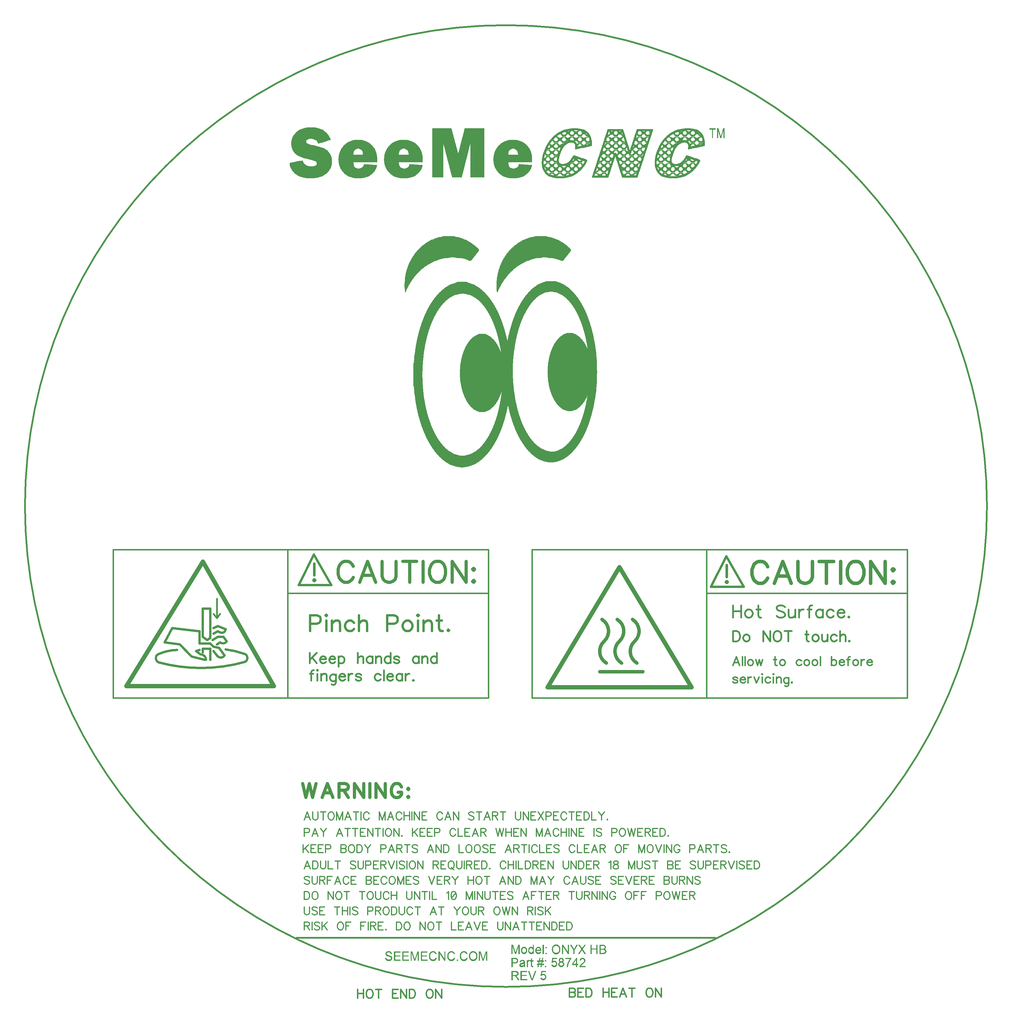
<source format=gbr>
G04 DipTrace 2.3.1.0*
%INTopSilk  58742  REV 5  ONYX Blackpoint Engineering.gbr*%
%MOIN*%
%ADD12C,0.003*%
%ADD17C,0.025*%
%ADD23C,0.02*%
%ADD24C,0.0216*%
%ADD25C,0.0154*%
%ADD27C,0.0139*%
%ADD28C,0.035*%
%ADD29C,0.05*%
%ADD30C,0.04*%
%ADD33C,0.016*%
%ADD41C,0.0185*%
%ADD42C,0.0278*%
%ADD43C,0.0386*%
%ADD44C,0.0371*%
%ADD45C,0.0309*%
%FSLAX44Y44*%
G04*
G70*
G90*
G75*
G01*
%LNTopSilk*%
%LPD*%
X9846Y64964D2*
D23*
G02X9846Y64964I55118J0D01*
G01*
X40964Y15464D2*
X88964D1*
X51398Y13924D2*
D12*
X51608D1*
X56498D2*
X56708D1*
X58598D2*
X58808D1*
X60038D2*
X60248D1*
X61088D2*
X61298D1*
X51330Y13894D2*
X51676D1*
X52118D2*
X52838D1*
X53078D2*
X53798D1*
X54038D2*
X54218D1*
X54818D2*
X54968D1*
X55208D2*
X55928D1*
X56429D2*
X56770D1*
X57218D2*
X57338D1*
X57908D2*
X57998D1*
X58529D2*
X58870D1*
X59969D2*
X60310D1*
X61020D2*
X61366D1*
X61868D2*
X62048D1*
X62648D2*
X62798D1*
X51275Y13864D2*
X51731D1*
X52118D2*
X52838D1*
X53078D2*
X53798D1*
X54038D2*
X54222D1*
X54803D2*
X54968D1*
X55208D2*
X55928D1*
X56370D2*
X56824D1*
X57218D2*
X57363D1*
X57908D2*
X57998D1*
X58470D2*
X58924D1*
X59910D2*
X60364D1*
X60964D2*
X61422D1*
X61868D2*
X62052D1*
X62633D2*
X62798D1*
X51234Y13834D2*
X51771D1*
X52118D2*
X52838D1*
X53078D2*
X53798D1*
X54038D2*
X54230D1*
X54790D2*
X54968D1*
X55208D2*
X55928D1*
X56322D2*
X56866D1*
X57218D2*
X57386D1*
X57908D2*
X57998D1*
X58422D2*
X58966D1*
X59862D2*
X60406D1*
X60919D2*
X61466D1*
X61868D2*
X62060D1*
X62620D2*
X62798D1*
X51206Y13804D2*
X51375D1*
X51631D2*
X51800D1*
X52118D2*
X52838D1*
X53078D2*
X53798D1*
X54038D2*
X54239D1*
X54779D2*
X54968D1*
X55208D2*
X55928D1*
X56285D2*
X56474D1*
X56702D2*
X56897D1*
X57218D2*
X57407D1*
X57908D2*
X57998D1*
X58385D2*
X58574D1*
X58802D2*
X58997D1*
X59825D2*
X60014D1*
X60242D2*
X60437D1*
X60883D2*
X61100D1*
X61286D2*
X61503D1*
X61868D2*
X62069D1*
X62609D2*
X62798D1*
X51186Y13774D2*
X51331D1*
X51674D2*
X51821D1*
X52118D2*
X52238D1*
X53078D2*
X53198D1*
X54038D2*
X54248D1*
X54768D2*
X54968D1*
X55208D2*
X55328D1*
X56255D2*
X56426D1*
X56749D2*
X56920D1*
X57218D2*
X57428D1*
X57908D2*
X57998D1*
X58355D2*
X58526D1*
X58849D2*
X59020D1*
X59795D2*
X59966D1*
X60289D2*
X60460D1*
X60851D2*
X61034D1*
X61351D2*
X61535D1*
X61868D2*
X62078D1*
X62598D2*
X62798D1*
X51172Y13744D2*
X51300D1*
X51706D2*
X51839D1*
X52118D2*
X52238D1*
X53078D2*
X53198D1*
X54038D2*
X54258D1*
X54758D2*
X54968D1*
X55208D2*
X55328D1*
X56231D2*
X56386D1*
X56788D2*
X56938D1*
X57218D2*
X57448D1*
X57908D2*
X57998D1*
X58331D2*
X58486D1*
X58888D2*
X59038D1*
X59771D2*
X59926D1*
X60328D2*
X60478D1*
X60824D2*
X60984D1*
X61401D2*
X61562D1*
X61868D2*
X62088D1*
X62588D2*
X62798D1*
X51164Y13714D2*
X51277D1*
X51728D2*
X51854D1*
X52118D2*
X52238D1*
X53078D2*
X53198D1*
X54038D2*
X54268D1*
X54748D2*
X54968D1*
X55208D2*
X55328D1*
X56210D2*
X56352D1*
X56819D2*
X56953D1*
X57218D2*
X57468D1*
X57908D2*
X57998D1*
X58310D2*
X58452D1*
X58919D2*
X59053D1*
X59750D2*
X59892D1*
X60359D2*
X60493D1*
X60801D2*
X60946D1*
X61440D2*
X61584D1*
X61868D2*
X62098D1*
X62578D2*
X62798D1*
X51160Y13684D2*
X51261D1*
X51743D2*
X51865D1*
X52118D2*
X52238D1*
X53078D2*
X53198D1*
X54038D2*
X54128D1*
X54189D2*
X54278D1*
X54738D2*
X54968D1*
X55208D2*
X55328D1*
X56193D2*
X56325D1*
X56844D2*
X56965D1*
X57218D2*
X57488D1*
X57908D2*
X57998D1*
X58293D2*
X58425D1*
X58944D2*
X59065D1*
X59733D2*
X59865D1*
X60384D2*
X60505D1*
X60784D2*
X60916D1*
X61469D2*
X61602D1*
X61868D2*
X61958D1*
X62019D2*
X62108D1*
X62568D2*
X62798D1*
X51159Y13654D2*
X51256D1*
X51752D2*
X51872D1*
X52118D2*
X52238D1*
X53078D2*
X53198D1*
X54038D2*
X54128D1*
X54193D2*
X54288D1*
X54728D2*
X54968D1*
X55208D2*
X55328D1*
X56180D2*
X56306D1*
X56866D2*
X56972D1*
X57218D2*
X57508D1*
X57908D2*
X57998D1*
X58280D2*
X58406D1*
X58966D2*
X59072D1*
X59720D2*
X59846D1*
X60406D2*
X60512D1*
X60770D2*
X60892D1*
X61490D2*
X61615D1*
X61868D2*
X61958D1*
X62023D2*
X62118D1*
X62558D2*
X62798D1*
X51159Y13624D2*
X51264D1*
X51758D2*
X51878D1*
X52118D2*
X52238D1*
X53078D2*
X53198D1*
X54038D2*
X54128D1*
X54200D2*
X54298D1*
X54718D2*
X54787D1*
X54848D2*
X54968D1*
X55208D2*
X55328D1*
X56169D2*
X56291D1*
X56888D2*
X56978D1*
X57218D2*
X57338D1*
X57404D2*
X57528D1*
X57908D2*
X57998D1*
X58269D2*
X58391D1*
X58988D2*
X59078D1*
X59709D2*
X59831D1*
X60428D2*
X60518D1*
X60759D2*
X60874D1*
X61504D2*
X61627D1*
X61868D2*
X61958D1*
X62030D2*
X62128D1*
X62548D2*
X62617D1*
X62678D2*
X62798D1*
X51163Y13594D2*
X51277D1*
X52118D2*
X52238D1*
X53078D2*
X53198D1*
X54038D2*
X54128D1*
X54209D2*
X54308D1*
X54708D2*
X54783D1*
X54848D2*
X54968D1*
X55208D2*
X55328D1*
X56158D2*
X56279D1*
X57218D2*
X57338D1*
X57415D2*
X57548D1*
X57908D2*
X57998D1*
X58258D2*
X58379D1*
X59698D2*
X59819D1*
X60748D2*
X60861D1*
X61516D2*
X61637D1*
X61868D2*
X61958D1*
X62039D2*
X62138D1*
X62538D2*
X62613D1*
X62678D2*
X62798D1*
X51171Y13564D2*
X51312D1*
X52118D2*
X52238D1*
X53078D2*
X53198D1*
X54038D2*
X54128D1*
X54218D2*
X54318D1*
X54698D2*
X54775D1*
X54848D2*
X54968D1*
X55208D2*
X55328D1*
X56149D2*
X56269D1*
X57218D2*
X57338D1*
X57431D2*
X57568D1*
X57908D2*
X57998D1*
X58249D2*
X58369D1*
X59689D2*
X59809D1*
X60739D2*
X60854D1*
X61526D2*
X61647D1*
X61868D2*
X61958D1*
X62048D2*
X62148D1*
X62528D2*
X62605D1*
X62678D2*
X62798D1*
X51184Y13534D2*
X51365D1*
X52118D2*
X52238D1*
X53078D2*
X53198D1*
X54038D2*
X54128D1*
X54228D2*
X54327D1*
X54688D2*
X54767D1*
X54848D2*
X54968D1*
X55208D2*
X55328D1*
X56143D2*
X56263D1*
X57218D2*
X57338D1*
X57449D2*
X57588D1*
X57908D2*
X57998D1*
X58243D2*
X58363D1*
X59683D2*
X59803D1*
X60733D2*
X60849D1*
X61534D2*
X61652D1*
X61868D2*
X61958D1*
X62058D2*
X62157D1*
X62518D2*
X62597D1*
X62678D2*
X62798D1*
X51202Y13504D2*
X51439D1*
X52118D2*
X52238D1*
X53078D2*
X53198D1*
X54038D2*
X54128D1*
X54238D2*
X54334D1*
X54678D2*
X54758D1*
X54848D2*
X54968D1*
X55208D2*
X55328D1*
X56140D2*
X56260D1*
X57218D2*
X57338D1*
X57468D2*
X57608D1*
X57908D2*
X57998D1*
X58240D2*
X58360D1*
X59680D2*
X59800D1*
X60730D2*
X60844D1*
X61540D2*
X61656D1*
X61868D2*
X61958D1*
X62068D2*
X62164D1*
X62508D2*
X62588D1*
X62678D2*
X62798D1*
X51227Y13474D2*
X51529D1*
X52118D2*
X52238D1*
X53078D2*
X53198D1*
X54038D2*
X54128D1*
X54248D2*
X54341D1*
X54668D2*
X54748D1*
X54848D2*
X54968D1*
X55208D2*
X55328D1*
X56139D2*
X56259D1*
X57218D2*
X57338D1*
X57488D2*
X57628D1*
X57908D2*
X57998D1*
X58239D2*
X58359D1*
X59679D2*
X59799D1*
X60729D2*
X60836D1*
X61549D2*
X61657D1*
X61868D2*
X61958D1*
X62078D2*
X62171D1*
X62498D2*
X62578D1*
X62678D2*
X62798D1*
X51263Y13444D2*
X51619D1*
X52118D2*
X52808D1*
X53078D2*
X53768D1*
X54038D2*
X54128D1*
X54258D2*
X54349D1*
X54658D2*
X54738D1*
X54848D2*
X54968D1*
X55208D2*
X55898D1*
X56138D2*
X56258D1*
X57218D2*
X57338D1*
X57508D2*
X57648D1*
X57908D2*
X57998D1*
X58238D2*
X58358D1*
X59678D2*
X59798D1*
X60728D2*
X60828D1*
X61557D2*
X61657D1*
X61868D2*
X61958D1*
X62088D2*
X62179D1*
X62488D2*
X62568D1*
X62678D2*
X62798D1*
X51317Y13414D2*
X51698D1*
X52118D2*
X52808D1*
X53078D2*
X53768D1*
X54038D2*
X54128D1*
X54268D2*
X54358D1*
X54648D2*
X54728D1*
X54848D2*
X54968D1*
X55208D2*
X55898D1*
X56138D2*
X56258D1*
X57218D2*
X57338D1*
X57528D2*
X57668D1*
X57908D2*
X57998D1*
X58238D2*
X58358D1*
X59678D2*
X59798D1*
X60728D2*
X60823D1*
X61563D2*
X61658D1*
X61868D2*
X61958D1*
X62098D2*
X62188D1*
X62478D2*
X62558D1*
X62678D2*
X62798D1*
X51390Y13384D2*
X51758D1*
X52118D2*
X52808D1*
X53078D2*
X53768D1*
X54038D2*
X54128D1*
X54278D2*
X54368D1*
X54638D2*
X54718D1*
X54848D2*
X54968D1*
X55208D2*
X55898D1*
X56138D2*
X56258D1*
X57218D2*
X57338D1*
X57548D2*
X57688D1*
X57908D2*
X57998D1*
X58238D2*
X58358D1*
X59678D2*
X59798D1*
X60728D2*
X60821D1*
X61564D2*
X61658D1*
X61868D2*
X61958D1*
X62108D2*
X62198D1*
X62468D2*
X62548D1*
X62678D2*
X62798D1*
X51476Y13354D2*
X51804D1*
X52118D2*
X52808D1*
X53078D2*
X53768D1*
X54038D2*
X54128D1*
X54288D2*
X54378D1*
X54628D2*
X54708D1*
X54848D2*
X54968D1*
X55208D2*
X55898D1*
X56138D2*
X56258D1*
X57218D2*
X57338D1*
X57568D2*
X57708D1*
X57908D2*
X57998D1*
X58238D2*
X58358D1*
X59678D2*
X59798D1*
X60728D2*
X60824D1*
X61562D2*
X61658D1*
X61868D2*
X61958D1*
X62118D2*
X62208D1*
X62458D2*
X62538D1*
X62678D2*
X62798D1*
X51563Y13324D2*
X51838D1*
X52118D2*
X52238D1*
X53078D2*
X53198D1*
X54038D2*
X54128D1*
X54298D2*
X54388D1*
X54618D2*
X54698D1*
X54848D2*
X54968D1*
X55208D2*
X55328D1*
X56138D2*
X56258D1*
X57218D2*
X57338D1*
X57588D2*
X57728D1*
X57908D2*
X57998D1*
X58238D2*
X58358D1*
X59678D2*
X59798D1*
X60728D2*
X60830D1*
X61555D2*
X61658D1*
X61868D2*
X61958D1*
X62128D2*
X62218D1*
X62448D2*
X62528D1*
X62678D2*
X62798D1*
X51639Y13294D2*
X51862D1*
X52118D2*
X52238D1*
X53078D2*
X53198D1*
X54038D2*
X54128D1*
X54308D2*
X54398D1*
X54608D2*
X54688D1*
X54848D2*
X54968D1*
X55208D2*
X55328D1*
X56138D2*
X56258D1*
X57218D2*
X57338D1*
X57608D2*
X57748D1*
X57908D2*
X57998D1*
X58238D2*
X58358D1*
X59678D2*
X59798D1*
X60728D2*
X60838D1*
X61548D2*
X61658D1*
X61868D2*
X61958D1*
X62138D2*
X62228D1*
X62438D2*
X62518D1*
X62678D2*
X62798D1*
X51698Y13264D2*
X51881D1*
X52118D2*
X52238D1*
X53078D2*
X53198D1*
X54038D2*
X54128D1*
X54318D2*
X54408D1*
X54598D2*
X54678D1*
X54848D2*
X54968D1*
X55208D2*
X55328D1*
X56139D2*
X56259D1*
X57218D2*
X57338D1*
X57628D2*
X57768D1*
X57908D2*
X57998D1*
X58239D2*
X58359D1*
X59679D2*
X59799D1*
X60729D2*
X60843D1*
X61543D2*
X61657D1*
X61868D2*
X61958D1*
X62148D2*
X62238D1*
X62428D2*
X62508D1*
X62678D2*
X62798D1*
X51745Y13234D2*
X51894D1*
X52118D2*
X52238D1*
X53078D2*
X53198D1*
X54038D2*
X54128D1*
X54328D2*
X54418D1*
X54588D2*
X54668D1*
X54848D2*
X54968D1*
X55208D2*
X55328D1*
X56143D2*
X56263D1*
X57218D2*
X57338D1*
X57648D2*
X57788D1*
X57908D2*
X57998D1*
X58243D2*
X58363D1*
X59683D2*
X59803D1*
X60733D2*
X60847D1*
X61539D2*
X61653D1*
X61868D2*
X61958D1*
X62158D2*
X62248D1*
X62418D2*
X62498D1*
X62678D2*
X62798D1*
X51766Y13204D2*
X51901D1*
X52118D2*
X52238D1*
X53078D2*
X53198D1*
X54038D2*
X54128D1*
X54338D2*
X54428D1*
X54578D2*
X54658D1*
X54848D2*
X54968D1*
X55208D2*
X55328D1*
X56150D2*
X56270D1*
X56918D2*
X56948D1*
X57218D2*
X57338D1*
X57668D2*
X57809D1*
X57907D2*
X57998D1*
X58250D2*
X58370D1*
X59018D2*
X59048D1*
X59690D2*
X59810D1*
X60458D2*
X60488D1*
X60740D2*
X60852D1*
X61533D2*
X61645D1*
X61868D2*
X61958D1*
X62168D2*
X62258D1*
X62408D2*
X62488D1*
X62678D2*
X62798D1*
X51098Y13174D2*
X51218D1*
X51778D2*
X51905D1*
X52118D2*
X52238D1*
X53078D2*
X53198D1*
X54038D2*
X54128D1*
X54348D2*
X54438D1*
X54568D2*
X54648D1*
X54848D2*
X54968D1*
X55208D2*
X55328D1*
X56159D2*
X56279D1*
X56899D2*
X56979D1*
X57218D2*
X57338D1*
X57688D2*
X57835D1*
X57902D2*
X57998D1*
X58259D2*
X58379D1*
X58999D2*
X59079D1*
X59699D2*
X59819D1*
X60439D2*
X60519D1*
X60749D2*
X60861D1*
X61525D2*
X61637D1*
X61868D2*
X61958D1*
X62178D2*
X62268D1*
X62398D2*
X62478D1*
X62678D2*
X62798D1*
X51112Y13144D2*
X51229D1*
X51784D2*
X51906D1*
X52118D2*
X52238D1*
X53078D2*
X53198D1*
X54038D2*
X54128D1*
X54358D2*
X54449D1*
X54556D2*
X54638D1*
X54848D2*
X54968D1*
X55208D2*
X55328D1*
X56168D2*
X56289D1*
X56882D2*
X56992D1*
X57218D2*
X57338D1*
X57708D2*
X57869D1*
X57892D2*
X57998D1*
X58268D2*
X58389D1*
X58982D2*
X59092D1*
X59708D2*
X59829D1*
X60422D2*
X60532D1*
X60758D2*
X60874D1*
X61512D2*
X61628D1*
X61868D2*
X61958D1*
X62188D2*
X62279D1*
X62386D2*
X62468D1*
X62678D2*
X62798D1*
X51121Y13114D2*
X51243D1*
X51785D2*
X51902D1*
X52118D2*
X52238D1*
X53078D2*
X53198D1*
X54038D2*
X54128D1*
X54368D2*
X54464D1*
X54541D2*
X54628D1*
X54848D2*
X54968D1*
X55208D2*
X55328D1*
X56179D2*
X56304D1*
X56865D2*
X56989D1*
X57218D2*
X57338D1*
X57728D2*
X57998D1*
X58279D2*
X58404D1*
X58965D2*
X59089D1*
X59719D2*
X59844D1*
X60405D2*
X60529D1*
X60769D2*
X60891D1*
X61494D2*
X61616D1*
X61868D2*
X61958D1*
X62198D2*
X62294D1*
X62371D2*
X62458D1*
X62678D2*
X62798D1*
X51130Y13084D2*
X51261D1*
X51783D2*
X51894D1*
X52118D2*
X52238D1*
X53078D2*
X53198D1*
X54038D2*
X54128D1*
X54378D2*
X54488D1*
X54518D2*
X54618D1*
X54848D2*
X54968D1*
X55208D2*
X55328D1*
X56193D2*
X56325D1*
X56845D2*
X56981D1*
X57218D2*
X57338D1*
X57748D2*
X57998D1*
X58293D2*
X58425D1*
X58945D2*
X59081D1*
X59733D2*
X59865D1*
X60385D2*
X60521D1*
X60783D2*
X60914D1*
X61471D2*
X61602D1*
X61868D2*
X61958D1*
X62208D2*
X62318D1*
X62348D2*
X62448D1*
X62678D2*
X62798D1*
X51140Y13054D2*
X51286D1*
X51772D2*
X51883D1*
X52118D2*
X52238D1*
X53078D2*
X53198D1*
X54038D2*
X54128D1*
X54388D2*
X54608D1*
X54848D2*
X54968D1*
X55208D2*
X55328D1*
X56210D2*
X56353D1*
X56820D2*
X56968D1*
X57218D2*
X57338D1*
X57768D2*
X57998D1*
X58310D2*
X58453D1*
X58920D2*
X59068D1*
X59750D2*
X59893D1*
X60360D2*
X60508D1*
X60801D2*
X60944D1*
X61442D2*
X61585D1*
X61868D2*
X61958D1*
X62218D2*
X62438D1*
X62678D2*
X62798D1*
X51153Y13024D2*
X51317D1*
X51744D2*
X51869D1*
X52118D2*
X52238D1*
X53078D2*
X53198D1*
X54038D2*
X54128D1*
X54398D2*
X54598D1*
X54848D2*
X54968D1*
X55208D2*
X55328D1*
X56229D2*
X56394D1*
X56789D2*
X56953D1*
X57218D2*
X57338D1*
X57788D2*
X57998D1*
X58329D2*
X58494D1*
X58889D2*
X59053D1*
X59769D2*
X59934D1*
X60329D2*
X60493D1*
X60824D2*
X60989D1*
X61397D2*
X61562D1*
X61868D2*
X61958D1*
X62228D2*
X62428D1*
X62678D2*
X62798D1*
X51171Y12994D2*
X51402D1*
X51661D2*
X51854D1*
X52118D2*
X52238D1*
X53078D2*
X53198D1*
X54038D2*
X54128D1*
X54408D2*
X54588D1*
X54848D2*
X54968D1*
X55208D2*
X55328D1*
X56249D2*
X56468D1*
X56709D2*
X56934D1*
X57218D2*
X57338D1*
X57808D2*
X57998D1*
X58349D2*
X58568D1*
X58809D2*
X59034D1*
X59789D2*
X60008D1*
X60249D2*
X60474D1*
X60850D2*
X61070D1*
X61315D2*
X61535D1*
X61868D2*
X61958D1*
X62238D2*
X62418D1*
X62678D2*
X62798D1*
X51195Y12964D2*
X51534D1*
X51530D2*
X51834D1*
X52118D2*
X52868D1*
X53078D2*
X53828D1*
X54038D2*
X54128D1*
X54418D2*
X54578D1*
X54848D2*
X54968D1*
X55208D2*
X55958D1*
X56274D2*
X56589D1*
X56587D2*
X56907D1*
X57218D2*
X57338D1*
X57828D2*
X57998D1*
X58374D2*
X58689D1*
X58687D2*
X59007D1*
X59318D2*
X59438D1*
X59814D2*
X60129D1*
X60127D2*
X60447D1*
X60880D2*
X61200D1*
X61186D2*
X61505D1*
X61868D2*
X61958D1*
X62248D2*
X62408D1*
X62678D2*
X62798D1*
X51228Y12934D2*
X51804D1*
X52118D2*
X52868D1*
X53078D2*
X53828D1*
X54038D2*
X54128D1*
X54428D2*
X54568D1*
X54848D2*
X54968D1*
X55208D2*
X55958D1*
X56308D2*
X56871D1*
X57218D2*
X57338D1*
X57847D2*
X57998D1*
X58408D2*
X58971D1*
X59318D2*
X59438D1*
X59848D2*
X60411D1*
X60916D2*
X61470D1*
X61868D2*
X61958D1*
X62258D2*
X62398D1*
X62678D2*
X62798D1*
X51273Y12904D2*
X51761D1*
X52118D2*
X52868D1*
X53078D2*
X53828D1*
X54038D2*
X54128D1*
X54442D2*
X54557D1*
X54848D2*
X54968D1*
X55208D2*
X55958D1*
X56352D2*
X56825D1*
X57218D2*
X57338D1*
X57864D2*
X57998D1*
X58452D2*
X58925D1*
X59318D2*
X59438D1*
X59892D2*
X60365D1*
X60962D2*
X61423D1*
X61868D2*
X61958D1*
X62272D2*
X62387D1*
X62678D2*
X62798D1*
X51332Y12874D2*
X51703D1*
X52118D2*
X52868D1*
X53078D2*
X53828D1*
X54038D2*
X54128D1*
X54458D2*
X54548D1*
X54848D2*
X54968D1*
X55208D2*
X55958D1*
X56407D2*
X56769D1*
X57218D2*
X57338D1*
X57878D2*
X57998D1*
X58507D2*
X58869D1*
X59318D2*
X59438D1*
X59947D2*
X60309D1*
X61021D2*
X61364D1*
X61868D2*
X61958D1*
X62288D2*
X62378D1*
X62678D2*
X62798D1*
X51398Y12844D2*
X51638D1*
X56468D2*
X56708D1*
X58568D2*
X58808D1*
X60008D2*
X60248D1*
X61088D2*
X61298D1*
X51398Y13924D2*
X51330Y13894D1*
X51275Y13864D1*
X51234Y13834D1*
X51206Y13804D1*
X51186Y13774D1*
X51172Y13744D1*
X51164Y13714D1*
X51160Y13684D1*
X51159Y13654D1*
Y13624D1*
X51163Y13594D1*
X51171Y13564D1*
X51184Y13534D1*
X51202Y13504D1*
X51227Y13474D1*
X51263Y13444D1*
X51317Y13414D1*
X51390Y13384D1*
X51476Y13354D1*
X51563Y13324D1*
X51639Y13294D1*
X51698Y13264D1*
X51745Y13234D1*
X51766Y13204D1*
X51778Y13174D1*
X51784Y13144D1*
X51785Y13114D1*
X51783Y13084D1*
X51772Y13054D1*
X51744Y13024D1*
X51661Y12994D1*
X51530Y12964D1*
X51368Y12934D1*
X51608Y13924D2*
X51676Y13894D1*
X51731Y13864D1*
X51771Y13834D1*
X51800Y13804D1*
X51821Y13774D1*
X51839Y13744D1*
X51854Y13714D1*
X51865Y13684D1*
X51872Y13654D1*
X51878Y13624D1*
X56498Y13924D2*
X56429Y13894D1*
X56370Y13864D1*
X56322Y13834D1*
X56285Y13804D1*
X56255Y13774D1*
X56231Y13744D1*
X56210Y13714D1*
X56193Y13684D1*
X56180Y13654D1*
X56169Y13624D1*
X56158Y13594D1*
X56149Y13564D1*
X56143Y13534D1*
X56140Y13504D1*
X56139Y13474D1*
X56138Y13444D1*
Y13414D1*
Y13384D1*
Y13354D1*
Y13324D1*
Y13294D1*
X56139Y13264D1*
X56143Y13234D1*
X56150Y13204D1*
X56159Y13174D1*
X56168Y13144D1*
X56179Y13114D1*
X56193Y13084D1*
X56210Y13054D1*
X56229Y13024D1*
X56249Y12994D1*
X56274Y12964D1*
X56308Y12934D1*
X56352Y12904D1*
X56407Y12874D1*
X56468Y12844D1*
X56708Y13924D2*
X56770Y13894D1*
X56824Y13864D1*
X56866Y13834D1*
X56897Y13804D1*
X56920Y13774D1*
X56938Y13744D1*
X56953Y13714D1*
X56965Y13684D1*
X56972Y13654D1*
X56978Y13624D1*
X58598Y13924D2*
X58529Y13894D1*
X58470Y13864D1*
X58422Y13834D1*
X58385Y13804D1*
X58355Y13774D1*
X58331Y13744D1*
X58310Y13714D1*
X58293Y13684D1*
X58280Y13654D1*
X58269Y13624D1*
X58258Y13594D1*
X58249Y13564D1*
X58243Y13534D1*
X58240Y13504D1*
X58239Y13474D1*
X58238Y13444D1*
Y13414D1*
Y13384D1*
Y13354D1*
Y13324D1*
Y13294D1*
X58239Y13264D1*
X58243Y13234D1*
X58250Y13204D1*
X58259Y13174D1*
X58268Y13144D1*
X58279Y13114D1*
X58293Y13084D1*
X58310Y13054D1*
X58329Y13024D1*
X58349Y12994D1*
X58374Y12964D1*
X58408Y12934D1*
X58452Y12904D1*
X58507Y12874D1*
X58568Y12844D1*
X58808Y13924D2*
X58870Y13894D1*
X58924Y13864D1*
X58966Y13834D1*
X58997Y13804D1*
X59020Y13774D1*
X59038Y13744D1*
X59053Y13714D1*
X59065Y13684D1*
X59072Y13654D1*
X59078Y13624D1*
X60038Y13924D2*
X59969Y13894D1*
X59910Y13864D1*
X59862Y13834D1*
X59825Y13804D1*
X59795Y13774D1*
X59771Y13744D1*
X59750Y13714D1*
X59733Y13684D1*
X59720Y13654D1*
X59709Y13624D1*
X59698Y13594D1*
X59689Y13564D1*
X59683Y13534D1*
X59680Y13504D1*
X59679Y13474D1*
X59678Y13444D1*
Y13414D1*
Y13384D1*
Y13354D1*
Y13324D1*
Y13294D1*
X59679Y13264D1*
X59683Y13234D1*
X59690Y13204D1*
X59699Y13174D1*
X59708Y13144D1*
X59719Y13114D1*
X59733Y13084D1*
X59750Y13054D1*
X59769Y13024D1*
X59789Y12994D1*
X59814Y12964D1*
X59848Y12934D1*
X59892Y12904D1*
X59947Y12874D1*
X60008Y12844D1*
X60248Y13924D2*
X60310Y13894D1*
X60364Y13864D1*
X60406Y13834D1*
X60437Y13804D1*
X60460Y13774D1*
X60478Y13744D1*
X60493Y13714D1*
X60505Y13684D1*
X60512Y13654D1*
X60518Y13624D1*
X61088Y13924D2*
X61020Y13894D1*
X60964Y13864D1*
X60919Y13834D1*
X60883Y13804D1*
X60851Y13774D1*
X60824Y13744D1*
X60801Y13714D1*
X60784Y13684D1*
X60770Y13654D1*
X60759Y13624D1*
X60748Y13594D1*
X60739Y13564D1*
X60733Y13534D1*
X60730Y13504D1*
X60729Y13474D1*
X60728Y13444D1*
Y13414D1*
Y13384D1*
Y13354D1*
Y13324D1*
Y13294D1*
X60729Y13264D1*
X60733Y13234D1*
X60740Y13204D1*
X60749Y13174D1*
X60758Y13144D1*
X60769Y13114D1*
X60783Y13084D1*
X60801Y13054D1*
X60824Y13024D1*
X60850Y12994D1*
X60880Y12964D1*
X60916Y12934D1*
X60962Y12904D1*
X61021Y12874D1*
X61088Y12844D1*
X61298Y13924D2*
X61366Y13894D1*
X61422Y13864D1*
X61466Y13834D1*
X61503Y13804D1*
X61535Y13774D1*
X61562Y13744D1*
X61584Y13714D1*
X61602Y13684D1*
X61615Y13654D1*
X61627Y13624D1*
X61637Y13594D1*
X61647Y13564D1*
X61652Y13534D1*
X61656Y13504D1*
X61657Y13474D1*
Y13444D1*
X61658Y13414D1*
Y13384D1*
Y13354D1*
Y13324D1*
Y13294D1*
X61657Y13264D1*
X61653Y13234D1*
X61645Y13204D1*
X61637Y13174D1*
X61628Y13144D1*
X61616Y13114D1*
X61602Y13084D1*
X61585Y13054D1*
X61562Y13024D1*
X61535Y12994D1*
X61505Y12964D1*
X61470Y12934D1*
X61423Y12904D1*
X61364Y12874D1*
X61298Y12844D1*
X52118Y13894D2*
Y13864D1*
Y13834D1*
Y13804D1*
Y13774D1*
Y13744D1*
Y13714D1*
Y13684D1*
Y13654D1*
Y13624D1*
Y13594D1*
Y13564D1*
Y13534D1*
Y13504D1*
Y13474D1*
Y13444D1*
Y13414D1*
Y13384D1*
Y13354D1*
Y13324D1*
Y13294D1*
Y13264D1*
Y13234D1*
Y13204D1*
Y13174D1*
Y13144D1*
Y13114D1*
Y13084D1*
Y13054D1*
Y13024D1*
Y12994D1*
Y12964D1*
Y12934D1*
Y12904D1*
Y12874D1*
X52838Y13894D2*
Y13864D1*
Y13834D1*
Y13804D1*
X53078Y13894D2*
Y13864D1*
Y13834D1*
Y13804D1*
Y13774D1*
Y13744D1*
Y13714D1*
Y13684D1*
Y13654D1*
Y13624D1*
Y13594D1*
Y13564D1*
Y13534D1*
Y13504D1*
Y13474D1*
Y13444D1*
Y13414D1*
Y13384D1*
Y13354D1*
Y13324D1*
Y13294D1*
Y13264D1*
Y13234D1*
Y13204D1*
Y13174D1*
Y13144D1*
Y13114D1*
Y13084D1*
Y13054D1*
Y13024D1*
Y12994D1*
Y12964D1*
Y12934D1*
Y12904D1*
Y12874D1*
X53798Y13894D2*
Y13864D1*
Y13834D1*
Y13804D1*
X54038Y13894D2*
Y13864D1*
Y13834D1*
Y13804D1*
Y13774D1*
Y13744D1*
Y13714D1*
Y13684D1*
Y13654D1*
Y13624D1*
Y13594D1*
Y13564D1*
Y13534D1*
Y13504D1*
Y13474D1*
Y13444D1*
Y13414D1*
Y13384D1*
Y13354D1*
Y13324D1*
Y13294D1*
Y13264D1*
Y13234D1*
Y13204D1*
Y13174D1*
Y13144D1*
Y13114D1*
Y13084D1*
Y13054D1*
Y13024D1*
Y12994D1*
Y12964D1*
Y12934D1*
Y12904D1*
Y12874D1*
X54218Y13894D2*
X54222Y13864D1*
X54230Y13834D1*
X54239Y13804D1*
X54248Y13774D1*
X54258Y13744D1*
X54268Y13714D1*
X54278Y13684D1*
X54288Y13654D1*
X54298Y13624D1*
X54308Y13594D1*
X54318Y13564D1*
X54327Y13534D1*
X54334Y13504D1*
X54341Y13474D1*
X54349Y13444D1*
X54358Y13414D1*
X54368Y13384D1*
X54378Y13354D1*
X54388Y13324D1*
X54398Y13294D1*
X54408Y13264D1*
X54418Y13234D1*
X54428Y13204D1*
X54438Y13174D1*
X54449Y13144D1*
X54464Y13114D1*
X54488Y13084D1*
X54518Y13054D1*
X54818Y13894D2*
X54803Y13864D1*
X54790Y13834D1*
X54779Y13804D1*
X54768Y13774D1*
X54758Y13744D1*
X54748Y13714D1*
X54738Y13684D1*
X54728Y13654D1*
X54718Y13624D1*
X54708Y13594D1*
X54698Y13564D1*
X54688Y13534D1*
X54678Y13504D1*
X54668Y13474D1*
X54658Y13444D1*
X54648Y13414D1*
X54638Y13384D1*
X54628Y13354D1*
X54618Y13324D1*
X54608Y13294D1*
X54598Y13264D1*
X54588Y13234D1*
X54578Y13204D1*
X54568Y13174D1*
X54556Y13144D1*
X54541Y13114D1*
X54518Y13084D1*
X54488Y13054D1*
X54968Y13894D2*
Y13864D1*
Y13834D1*
Y13804D1*
Y13774D1*
Y13744D1*
Y13714D1*
Y13684D1*
Y13654D1*
Y13624D1*
Y13594D1*
Y13564D1*
Y13534D1*
Y13504D1*
Y13474D1*
Y13444D1*
Y13414D1*
Y13384D1*
Y13354D1*
Y13324D1*
Y13294D1*
Y13264D1*
Y13234D1*
Y13204D1*
Y13174D1*
Y13144D1*
Y13114D1*
Y13084D1*
Y13054D1*
Y13024D1*
Y12994D1*
Y12964D1*
Y12934D1*
Y12904D1*
Y12874D1*
X55208Y13894D2*
Y13864D1*
Y13834D1*
Y13804D1*
Y13774D1*
Y13744D1*
Y13714D1*
Y13684D1*
Y13654D1*
Y13624D1*
Y13594D1*
Y13564D1*
Y13534D1*
Y13504D1*
Y13474D1*
Y13444D1*
Y13414D1*
Y13384D1*
Y13354D1*
Y13324D1*
Y13294D1*
Y13264D1*
Y13234D1*
Y13204D1*
Y13174D1*
Y13144D1*
Y13114D1*
Y13084D1*
Y13054D1*
Y13024D1*
Y12994D1*
Y12964D1*
Y12934D1*
Y12904D1*
Y12874D1*
X55928Y13894D2*
Y13864D1*
Y13834D1*
Y13804D1*
X57218Y13894D2*
Y13864D1*
Y13834D1*
Y13804D1*
Y13774D1*
Y13744D1*
Y13714D1*
Y13684D1*
Y13654D1*
Y13624D1*
Y13594D1*
Y13564D1*
Y13534D1*
Y13504D1*
Y13474D1*
Y13444D1*
Y13414D1*
Y13384D1*
Y13354D1*
Y13324D1*
Y13294D1*
Y13264D1*
Y13234D1*
Y13204D1*
Y13174D1*
Y13144D1*
Y13114D1*
Y13084D1*
Y13054D1*
Y13024D1*
Y12994D1*
Y12964D1*
Y12934D1*
Y12904D1*
Y12874D1*
X57338Y13894D2*
X57363Y13864D1*
X57386Y13834D1*
X57407Y13804D1*
X57428Y13774D1*
X57448Y13744D1*
X57468Y13714D1*
X57488Y13684D1*
X57508Y13654D1*
X57528Y13624D1*
X57548Y13594D1*
X57568Y13564D1*
X57588Y13534D1*
X57608Y13504D1*
X57628Y13474D1*
X57648Y13444D1*
X57668Y13414D1*
X57688Y13384D1*
X57708Y13354D1*
X57728Y13324D1*
X57748Y13294D1*
X57768Y13264D1*
X57788Y13234D1*
X57809Y13204D1*
X57835Y13174D1*
X57869Y13144D1*
X57908Y13114D1*
Y13894D2*
Y13864D1*
Y13834D1*
Y13804D1*
Y13774D1*
Y13744D1*
Y13714D1*
Y13684D1*
Y13654D1*
Y13624D1*
Y13594D1*
Y13564D1*
Y13534D1*
Y13504D1*
Y13474D1*
Y13444D1*
Y13414D1*
Y13384D1*
Y13354D1*
Y13324D1*
Y13294D1*
Y13264D1*
Y13234D1*
X57907Y13204D1*
X57902Y13174D1*
X57892Y13144D1*
X57878Y13114D1*
X57998Y13894D2*
Y13864D1*
Y13834D1*
Y13804D1*
Y13774D1*
Y13744D1*
Y13714D1*
Y13684D1*
Y13654D1*
Y13624D1*
Y13594D1*
Y13564D1*
Y13534D1*
Y13504D1*
Y13474D1*
Y13444D1*
Y13414D1*
Y13384D1*
Y13354D1*
Y13324D1*
Y13294D1*
Y13264D1*
Y13234D1*
Y13204D1*
Y13174D1*
Y13144D1*
Y13114D1*
Y13084D1*
Y13054D1*
Y13024D1*
Y12994D1*
Y12964D1*
Y12934D1*
Y12904D1*
Y12874D1*
X61868Y13894D2*
Y13864D1*
Y13834D1*
Y13804D1*
Y13774D1*
Y13744D1*
Y13714D1*
Y13684D1*
Y13654D1*
Y13624D1*
Y13594D1*
Y13564D1*
Y13534D1*
Y13504D1*
Y13474D1*
Y13444D1*
Y13414D1*
Y13384D1*
Y13354D1*
Y13324D1*
Y13294D1*
Y13264D1*
Y13234D1*
Y13204D1*
Y13174D1*
Y13144D1*
Y13114D1*
Y13084D1*
Y13054D1*
Y13024D1*
Y12994D1*
Y12964D1*
Y12934D1*
Y12904D1*
Y12874D1*
X62048Y13894D2*
X62052Y13864D1*
X62060Y13834D1*
X62069Y13804D1*
X62078Y13774D1*
X62088Y13744D1*
X62098Y13714D1*
X62108Y13684D1*
X62118Y13654D1*
X62128Y13624D1*
X62138Y13594D1*
X62148Y13564D1*
X62157Y13534D1*
X62164Y13504D1*
X62171Y13474D1*
X62179Y13444D1*
X62188Y13414D1*
X62198Y13384D1*
X62208Y13354D1*
X62218Y13324D1*
X62228Y13294D1*
X62238Y13264D1*
X62248Y13234D1*
X62258Y13204D1*
X62268Y13174D1*
X62279Y13144D1*
X62294Y13114D1*
X62318Y13084D1*
X62348Y13054D1*
X62648Y13894D2*
X62633Y13864D1*
X62620Y13834D1*
X62609Y13804D1*
X62598Y13774D1*
X62588Y13744D1*
X62578Y13714D1*
X62568Y13684D1*
X62558Y13654D1*
X62548Y13624D1*
X62538Y13594D1*
X62528Y13564D1*
X62518Y13534D1*
X62508Y13504D1*
X62498Y13474D1*
X62488Y13444D1*
X62478Y13414D1*
X62468Y13384D1*
X62458Y13354D1*
X62448Y13324D1*
X62438Y13294D1*
X62428Y13264D1*
X62418Y13234D1*
X62408Y13204D1*
X62398Y13174D1*
X62386Y13144D1*
X62371Y13114D1*
X62348Y13084D1*
X62318Y13054D1*
X62798Y13894D2*
Y13864D1*
Y13834D1*
Y13804D1*
Y13774D1*
Y13744D1*
Y13714D1*
Y13684D1*
Y13654D1*
Y13624D1*
Y13594D1*
Y13564D1*
Y13534D1*
Y13504D1*
Y13474D1*
Y13444D1*
Y13414D1*
Y13384D1*
Y13354D1*
Y13324D1*
Y13294D1*
Y13264D1*
Y13234D1*
Y13204D1*
Y13174D1*
Y13144D1*
Y13114D1*
Y13084D1*
Y13054D1*
Y13024D1*
Y12994D1*
Y12964D1*
Y12934D1*
Y12904D1*
Y12874D1*
X51428Y13834D2*
X51375Y13804D1*
X51331Y13774D1*
X51300Y13744D1*
X51277Y13714D1*
X51261Y13684D1*
X51256Y13654D1*
X51264Y13624D1*
X51277Y13594D1*
X51312Y13564D1*
X51365Y13534D1*
X51439Y13504D1*
X51529Y13474D1*
X51619Y13444D1*
X51698Y13414D1*
X51758Y13384D1*
X51804Y13354D1*
X51838Y13324D1*
X51862Y13294D1*
X51881Y13264D1*
X51894Y13234D1*
X51901Y13204D1*
X51905Y13174D1*
X51906Y13144D1*
X51902Y13114D1*
X51894Y13084D1*
X51883Y13054D1*
X51869Y13024D1*
X51854Y12994D1*
X51834Y12964D1*
X51804Y12934D1*
X51761Y12904D1*
X51703Y12874D1*
X51638Y12844D1*
X51578Y13834D2*
X51631Y13804D1*
X51674Y13774D1*
X51706Y13744D1*
X51728Y13714D1*
X51743Y13684D1*
X51752Y13654D1*
X51758Y13624D1*
X56528Y13834D2*
X56474Y13804D1*
X56426Y13774D1*
X56386Y13744D1*
X56352Y13714D1*
X56325Y13684D1*
X56306Y13654D1*
X56291Y13624D1*
X56279Y13594D1*
X56269Y13564D1*
X56263Y13534D1*
X56260Y13504D1*
X56259Y13474D1*
X56258Y13444D1*
Y13414D1*
Y13384D1*
Y13354D1*
Y13324D1*
Y13294D1*
X56259Y13264D1*
X56263Y13234D1*
X56270Y13204D1*
X56279Y13174D1*
X56289Y13144D1*
X56304Y13114D1*
X56325Y13084D1*
X56353Y13054D1*
X56394Y13024D1*
X56468Y12994D1*
X56589Y12964D1*
X56738Y12934D1*
X56648Y13834D2*
X56702Y13804D1*
X56749Y13774D1*
X56788Y13744D1*
X56819Y13714D1*
X56844Y13684D1*
X56866Y13654D1*
X56888Y13624D1*
X58628Y13834D2*
X58574Y13804D1*
X58526Y13774D1*
X58486Y13744D1*
X58452Y13714D1*
X58425Y13684D1*
X58406Y13654D1*
X58391Y13624D1*
X58379Y13594D1*
X58369Y13564D1*
X58363Y13534D1*
X58360Y13504D1*
X58359Y13474D1*
X58358Y13444D1*
Y13414D1*
Y13384D1*
Y13354D1*
Y13324D1*
Y13294D1*
X58359Y13264D1*
X58363Y13234D1*
X58370Y13204D1*
X58379Y13174D1*
X58389Y13144D1*
X58404Y13114D1*
X58425Y13084D1*
X58453Y13054D1*
X58494Y13024D1*
X58568Y12994D1*
X58689Y12964D1*
X58838Y12934D1*
X58748Y13834D2*
X58802Y13804D1*
X58849Y13774D1*
X58888Y13744D1*
X58919Y13714D1*
X58944Y13684D1*
X58966Y13654D1*
X58988Y13624D1*
X60068Y13834D2*
X60014Y13804D1*
X59966Y13774D1*
X59926Y13744D1*
X59892Y13714D1*
X59865Y13684D1*
X59846Y13654D1*
X59831Y13624D1*
X59819Y13594D1*
X59809Y13564D1*
X59803Y13534D1*
X59800Y13504D1*
X59799Y13474D1*
X59798Y13444D1*
Y13414D1*
Y13384D1*
Y13354D1*
Y13324D1*
Y13294D1*
X59799Y13264D1*
X59803Y13234D1*
X59810Y13204D1*
X59819Y13174D1*
X59829Y13144D1*
X59844Y13114D1*
X59865Y13084D1*
X59893Y13054D1*
X59934Y13024D1*
X60008Y12994D1*
X60129Y12964D1*
X60278Y12934D1*
X60188Y13834D2*
X60242Y13804D1*
X60289Y13774D1*
X60328Y13744D1*
X60359Y13714D1*
X60384Y13684D1*
X60406Y13654D1*
X60428Y13624D1*
X61178Y13834D2*
X61100Y13804D1*
X61034Y13774D1*
X60984Y13744D1*
X60946Y13714D1*
X60916Y13684D1*
X60892Y13654D1*
X60874Y13624D1*
X60861Y13594D1*
X60854Y13564D1*
X60849Y13534D1*
X60844Y13504D1*
X60836Y13474D1*
X60828Y13444D1*
X60823Y13414D1*
X60821Y13384D1*
X60824Y13354D1*
X60830Y13324D1*
X60838Y13294D1*
X60843Y13264D1*
X60847Y13234D1*
X60852Y13204D1*
X60861Y13174D1*
X60874Y13144D1*
X60891Y13114D1*
X60914Y13084D1*
X60944Y13054D1*
X60989Y13024D1*
X61070Y12994D1*
X61200Y12964D1*
X61358Y12934D1*
X61208Y13834D2*
X61286Y13804D1*
X61351Y13774D1*
X61401Y13744D1*
X61440Y13714D1*
X61469Y13684D1*
X61490Y13654D1*
X61504Y13624D1*
X61516Y13594D1*
X61526Y13564D1*
X61534Y13534D1*
X61540Y13504D1*
X61549Y13474D1*
X61557Y13444D1*
X61563Y13414D1*
X61564Y13384D1*
X61562Y13354D1*
X61555Y13324D1*
X61548Y13294D1*
X61543Y13264D1*
X61539Y13234D1*
X61533Y13204D1*
X61525Y13174D1*
X61512Y13144D1*
X61494Y13114D1*
X61471Y13084D1*
X61442Y13054D1*
X61397Y13024D1*
X61315Y12994D1*
X61186Y12964D1*
X61028Y12934D1*
X52238Y13804D2*
Y13774D1*
Y13744D1*
Y13714D1*
Y13684D1*
Y13654D1*
Y13624D1*
Y13594D1*
Y13564D1*
Y13534D1*
Y13504D1*
Y13474D1*
Y13444D1*
X53198Y13804D2*
Y13774D1*
Y13744D1*
Y13714D1*
Y13684D1*
Y13654D1*
Y13624D1*
Y13594D1*
Y13564D1*
Y13534D1*
Y13504D1*
Y13474D1*
Y13444D1*
X55328Y13804D2*
Y13774D1*
Y13744D1*
Y13714D1*
Y13684D1*
Y13654D1*
Y13624D1*
Y13594D1*
Y13564D1*
Y13534D1*
Y13504D1*
Y13474D1*
Y13444D1*
X54128Y13714D2*
Y13684D1*
Y13654D1*
Y13624D1*
Y13594D1*
Y13564D1*
Y13534D1*
Y13504D1*
Y13474D1*
Y13444D1*
Y13414D1*
Y13384D1*
Y13354D1*
Y13324D1*
Y13294D1*
Y13264D1*
Y13234D1*
Y13204D1*
Y13174D1*
Y13144D1*
Y13114D1*
Y13084D1*
Y13054D1*
Y13024D1*
Y12994D1*
Y12964D1*
Y12934D1*
Y12904D1*
Y12874D1*
X54188Y13714D2*
X54189Y13684D1*
X54193Y13654D1*
X54200Y13624D1*
X54209Y13594D1*
X54218Y13564D1*
X54228Y13534D1*
X54238Y13504D1*
X54248Y13474D1*
X54258Y13444D1*
X54268Y13414D1*
X54278Y13384D1*
X54288Y13354D1*
X54298Y13324D1*
X54308Y13294D1*
X54318Y13264D1*
X54328Y13234D1*
X54338Y13204D1*
X54348Y13174D1*
X54358Y13144D1*
X54368Y13114D1*
X54378Y13084D1*
X54388Y13054D1*
X54398Y13024D1*
X54408Y12994D1*
X54418Y12964D1*
X54428Y12934D1*
X54442Y12904D1*
X54458Y12874D1*
X61958Y13714D2*
Y13684D1*
Y13654D1*
Y13624D1*
Y13594D1*
Y13564D1*
Y13534D1*
Y13504D1*
Y13474D1*
Y13444D1*
Y13414D1*
Y13384D1*
Y13354D1*
Y13324D1*
Y13294D1*
Y13264D1*
Y13234D1*
Y13204D1*
Y13174D1*
Y13144D1*
Y13114D1*
Y13084D1*
Y13054D1*
Y13024D1*
Y12994D1*
Y12964D1*
Y12934D1*
Y12904D1*
Y12874D1*
X62018Y13714D2*
X62019Y13684D1*
X62023Y13654D1*
X62030Y13624D1*
X62039Y13594D1*
X62048Y13564D1*
X62058Y13534D1*
X62068Y13504D1*
X62078Y13474D1*
X62088Y13444D1*
X62098Y13414D1*
X62108Y13384D1*
X62118Y13354D1*
X62128Y13324D1*
X62138Y13294D1*
X62148Y13264D1*
X62158Y13234D1*
X62168Y13204D1*
X62178Y13174D1*
X62188Y13144D1*
X62198Y13114D1*
X62208Y13084D1*
X62218Y13054D1*
X62228Y13024D1*
X62238Y12994D1*
X62248Y12964D1*
X62258Y12934D1*
X62272Y12904D1*
X62288Y12874D1*
X54788Y13654D2*
X54787Y13624D1*
X54783Y13594D1*
X54775Y13564D1*
X54767Y13534D1*
X54758Y13504D1*
X54748Y13474D1*
X54738Y13444D1*
X54728Y13414D1*
X54718Y13384D1*
X54708Y13354D1*
X54698Y13324D1*
X54688Y13294D1*
X54678Y13264D1*
X54668Y13234D1*
X54658Y13204D1*
X54648Y13174D1*
X54638Y13144D1*
X54628Y13114D1*
X54618Y13084D1*
X54608Y13054D1*
X54598Y13024D1*
X54588Y12994D1*
X54578Y12964D1*
X54568Y12934D1*
X54557Y12904D1*
X54548Y12874D1*
X54848Y13654D2*
Y13624D1*
Y13594D1*
Y13564D1*
Y13534D1*
Y13504D1*
Y13474D1*
Y13444D1*
Y13414D1*
Y13384D1*
Y13354D1*
Y13324D1*
Y13294D1*
Y13264D1*
Y13234D1*
Y13204D1*
Y13174D1*
Y13144D1*
Y13114D1*
Y13084D1*
Y13054D1*
Y13024D1*
Y12994D1*
Y12964D1*
Y12934D1*
Y12904D1*
Y12874D1*
X57338Y13654D2*
Y13624D1*
Y13594D1*
Y13564D1*
Y13534D1*
Y13504D1*
Y13474D1*
Y13444D1*
Y13414D1*
Y13384D1*
Y13354D1*
Y13324D1*
Y13294D1*
Y13264D1*
Y13234D1*
Y13204D1*
Y13174D1*
Y13144D1*
Y13114D1*
Y13084D1*
Y13054D1*
Y13024D1*
Y12994D1*
Y12964D1*
Y12934D1*
Y12904D1*
Y12874D1*
X57398Y13654D2*
X57404Y13624D1*
X57415Y13594D1*
X57431Y13564D1*
X57449Y13534D1*
X57468Y13504D1*
X57488Y13474D1*
X57508Y13444D1*
X57528Y13414D1*
X57548Y13384D1*
X57568Y13354D1*
X57588Y13324D1*
X57608Y13294D1*
X57628Y13264D1*
X57648Y13234D1*
X57668Y13204D1*
X57688Y13174D1*
X57708Y13144D1*
X57728Y13114D1*
X57748Y13084D1*
X57768Y13054D1*
X57788Y13024D1*
X57808Y12994D1*
X57828Y12964D1*
X57847Y12934D1*
X57864Y12904D1*
X57878Y12874D1*
X62618Y13654D2*
X62617Y13624D1*
X62613Y13594D1*
X62605Y13564D1*
X62597Y13534D1*
X62588Y13504D1*
X62578Y13474D1*
X62568Y13444D1*
X62558Y13414D1*
X62548Y13384D1*
X62538Y13354D1*
X62528Y13324D1*
X62518Y13294D1*
X62508Y13264D1*
X62498Y13234D1*
X62488Y13204D1*
X62478Y13174D1*
X62468Y13144D1*
X62458Y13114D1*
X62448Y13084D1*
X62438Y13054D1*
X62428Y13024D1*
X62418Y12994D1*
X62408Y12964D1*
X62398Y12934D1*
X62387Y12904D1*
X62378Y12874D1*
X62678Y13654D2*
Y13624D1*
Y13594D1*
Y13564D1*
Y13534D1*
Y13504D1*
Y13474D1*
Y13444D1*
Y13414D1*
Y13384D1*
Y13354D1*
Y13324D1*
Y13294D1*
Y13264D1*
Y13234D1*
Y13204D1*
Y13174D1*
Y13144D1*
Y13114D1*
Y13084D1*
Y13054D1*
Y13024D1*
Y12994D1*
Y12964D1*
Y12934D1*
Y12904D1*
Y12874D1*
X52808Y13444D2*
Y13414D1*
Y13384D1*
Y13354D1*
X53768Y13444D2*
Y13414D1*
Y13384D1*
Y13354D1*
X55898Y13444D2*
Y13414D1*
Y13384D1*
Y13354D1*
X52238D2*
Y13324D1*
Y13294D1*
Y13264D1*
Y13234D1*
Y13204D1*
Y13174D1*
Y13144D1*
Y13114D1*
Y13084D1*
Y13054D1*
Y13024D1*
Y12994D1*
Y12964D1*
X53198Y13354D2*
Y13324D1*
Y13294D1*
Y13264D1*
Y13234D1*
Y13204D1*
Y13174D1*
Y13144D1*
Y13114D1*
Y13084D1*
Y13054D1*
Y13024D1*
Y12994D1*
Y12964D1*
X55328Y13354D2*
Y13324D1*
Y13294D1*
Y13264D1*
Y13234D1*
Y13204D1*
Y13174D1*
Y13144D1*
Y13114D1*
Y13084D1*
Y13054D1*
Y13024D1*
Y12994D1*
Y12964D1*
X56918Y13204D2*
X56899Y13174D1*
X56882Y13144D1*
X56865Y13114D1*
X56845Y13084D1*
X56820Y13054D1*
X56789Y13024D1*
X56709Y12994D1*
X56587Y12964D1*
X56438Y12934D1*
X56948Y13204D2*
X56979Y13174D1*
X56992Y13144D1*
X56989Y13114D1*
X56981Y13084D1*
X56968Y13054D1*
X56953Y13024D1*
X56934Y12994D1*
X56907Y12964D1*
X56871Y12934D1*
X56825Y12904D1*
X56769Y12874D1*
X56708Y12844D1*
X59018Y13204D2*
X58999Y13174D1*
X58982Y13144D1*
X58965Y13114D1*
X58945Y13084D1*
X58920Y13054D1*
X58889Y13024D1*
X58809Y12994D1*
X58687Y12964D1*
X58538Y12934D1*
X59048Y13204D2*
X59079Y13174D1*
X59092Y13144D1*
X59089Y13114D1*
X59081Y13084D1*
X59068Y13054D1*
X59053Y13024D1*
X59034Y12994D1*
X59007Y12964D1*
X58971Y12934D1*
X58925Y12904D1*
X58869Y12874D1*
X58808Y12844D1*
X60458Y13204D2*
X60439Y13174D1*
X60422Y13144D1*
X60405Y13114D1*
X60385Y13084D1*
X60360Y13054D1*
X60329Y13024D1*
X60249Y12994D1*
X60127Y12964D1*
X59978Y12934D1*
X60488Y13204D2*
X60519Y13174D1*
X60532Y13144D1*
X60529Y13114D1*
X60521Y13084D1*
X60508Y13054D1*
X60493Y13024D1*
X60474Y12994D1*
X60447Y12964D1*
X60411Y12934D1*
X60365Y12904D1*
X60309Y12874D1*
X60248Y12844D1*
X51098Y13174D2*
X51112Y13144D1*
X51121Y13114D1*
X51130Y13084D1*
X51140Y13054D1*
X51153Y13024D1*
X51171Y12994D1*
X51195Y12964D1*
X51228Y12934D1*
X51273Y12904D1*
X51332Y12874D1*
X51398Y12844D1*
X51218Y13174D2*
X51229Y13144D1*
X51243Y13114D1*
X51261Y13084D1*
X51286Y13054D1*
X51317Y13024D1*
X51402Y12994D1*
X51534Y12964D1*
X51698Y12934D1*
X52868Y12964D2*
Y12934D1*
Y12904D1*
Y12874D1*
X53828Y12964D2*
Y12934D1*
Y12904D1*
Y12874D1*
X55958Y12964D2*
Y12934D1*
Y12904D1*
Y12874D1*
X59318Y12964D2*
Y12934D1*
Y12904D1*
Y12874D1*
X59438Y12964D2*
Y12934D1*
Y12904D1*
Y12874D1*
X42547Y23360D2*
D27*
X42201Y24264D1*
X41857Y23360D1*
X41987Y23661D2*
X42417D1*
X42825Y24264D2*
Y23360D1*
X43126D1*
X43255Y23403D1*
X43342Y23489D1*
X43385Y23575D1*
X43427Y23704D1*
Y23920D1*
X43385Y24049D1*
X43342Y24135D1*
X43255Y24221D1*
X43126Y24264D1*
X42825D1*
X43705D2*
Y23618D1*
X43748Y23489D1*
X43835Y23403D1*
X43964Y23360D1*
X44050D1*
X44179Y23403D1*
X44265Y23489D1*
X44308Y23618D1*
Y24264D1*
X44586D2*
Y23360D1*
X45102D1*
X45682Y24264D2*
Y23360D1*
X45380Y24264D2*
X45983D1*
X47739Y24135D2*
X47653Y24221D1*
X47524Y24264D1*
X47352D1*
X47223Y24221D1*
X47136Y24135D1*
Y24049D1*
X47180Y23962D1*
X47223Y23920D1*
X47308Y23877D1*
X47567Y23790D1*
X47653Y23748D1*
X47696Y23704D1*
X47739Y23618D1*
Y23489D1*
X47653Y23403D1*
X47524Y23360D1*
X47352D1*
X47223Y23403D1*
X47136Y23489D1*
X48017Y24264D2*
Y23618D1*
X48060Y23489D1*
X48146Y23403D1*
X48275Y23360D1*
X48361D1*
X48490Y23403D1*
X48577Y23489D1*
X48620Y23618D1*
Y24264D1*
X48898Y23790D2*
X49286D1*
X49414Y23833D1*
X49458Y23877D1*
X49500Y23962D1*
Y24092D1*
X49458Y24177D1*
X49414Y24221D1*
X49286Y24264D1*
X48898D1*
Y23360D1*
X50337Y24264D2*
X49778D1*
Y23360D1*
X50337D1*
X49778Y23833D2*
X50123D1*
X50615D2*
X51002D1*
X51132Y23877D1*
X51175Y23920D1*
X51218Y24005D1*
Y24092D1*
X51175Y24177D1*
X51132Y24221D1*
X51002Y24264D1*
X50615D1*
Y23360D1*
X50917Y23833D2*
X51218Y23360D1*
X51496Y24264D2*
X51840Y23360D1*
X52185Y24264D1*
X52462D2*
Y23360D1*
X53343Y24135D2*
X53258Y24221D1*
X53128Y24264D1*
X52956D1*
X52827Y24221D1*
X52740Y24135D1*
Y24049D1*
X52784Y23962D1*
X52827Y23920D1*
X52913Y23877D1*
X53171Y23790D1*
X53258Y23748D1*
X53301Y23704D1*
X53343Y23618D1*
Y23489D1*
X53258Y23403D1*
X53128Y23360D1*
X52956D1*
X52827Y23403D1*
X52740Y23489D1*
X53621Y24264D2*
Y23360D1*
X54158Y24264D2*
X54071Y24221D1*
X53986Y24135D1*
X53942Y24049D1*
X53899Y23920D1*
Y23704D1*
X53942Y23575D1*
X53986Y23489D1*
X54071Y23403D1*
X54158Y23360D1*
X54330D1*
X54415Y23403D1*
X54502Y23489D1*
X54545Y23575D1*
X54588Y23704D1*
Y23920D1*
X54545Y24049D1*
X54502Y24135D1*
X54415Y24221D1*
X54330Y24264D1*
X54158D1*
X55468D2*
Y23360D1*
X54865Y24264D1*
Y23360D1*
X56621Y23833D2*
X57008D1*
X57137Y23877D1*
X57181Y23920D1*
X57224Y24005D1*
Y24092D1*
X57181Y24177D1*
X57137Y24221D1*
X57008Y24264D1*
X56621D1*
Y23360D1*
X56922Y23833D2*
X57224Y23360D1*
X58061Y24264D2*
X57502D1*
Y23360D1*
X58061D1*
X57502Y23833D2*
X57846D1*
X58598Y24264D2*
X58512Y24222D1*
X58425Y24136D1*
X58383Y24049D1*
X58339Y23920D1*
Y23705D1*
X58383Y23575D1*
X58425Y23490D1*
X58512Y23403D1*
X58598Y23361D1*
X58770D1*
X58856Y23403D1*
X58942Y23490D1*
X58985Y23575D1*
X59028Y23705D1*
Y23920D1*
X58985Y24049D1*
X58942Y24136D1*
X58856Y24222D1*
X58770Y24264D1*
X58598D1*
X58727Y23533D2*
X58985Y23274D1*
X59306Y24264D2*
Y23618D1*
X59349Y23489D1*
X59436Y23403D1*
X59565Y23360D1*
X59650D1*
X59780Y23403D1*
X59866Y23489D1*
X59909Y23618D1*
Y24264D1*
X60187D2*
Y23360D1*
X60465Y23833D2*
X60852D1*
X60981Y23877D1*
X61025Y23920D1*
X61068Y24005D1*
Y24092D1*
X61025Y24177D1*
X60981Y24221D1*
X60852Y24264D1*
X60465D1*
Y23360D1*
X60766Y23833D2*
X61068Y23360D1*
X61905Y24264D2*
X61346D1*
Y23360D1*
X61905D1*
X61346Y23833D2*
X61690D1*
X62183Y24264D2*
Y23360D1*
X62484D1*
X62613Y23403D1*
X62700Y23489D1*
X62743Y23575D1*
X62786Y23704D1*
Y23920D1*
X62743Y24049D1*
X62700Y24135D1*
X62613Y24221D1*
X62484Y24264D1*
X62183D1*
X63106Y23446D2*
X63063Y23402D1*
X63106Y23360D1*
X63150Y23402D1*
X63106Y23446D1*
X64948Y24049D2*
X64906Y24135D1*
X64819Y24221D1*
X64734Y24264D1*
X64561D1*
X64475Y24221D1*
X64389Y24135D1*
X64346Y24049D1*
X64303Y23920D1*
Y23704D1*
X64346Y23575D1*
X64389Y23489D1*
X64475Y23403D1*
X64561Y23360D1*
X64734D1*
X64819Y23403D1*
X64906Y23489D1*
X64948Y23575D1*
X65226Y24264D2*
Y23360D1*
X65829Y24264D2*
Y23360D1*
X65226Y23833D2*
X65829D1*
X66107Y24264D2*
Y23360D1*
X66385Y24264D2*
Y23360D1*
X66901D1*
X67179Y24264D2*
Y23360D1*
X67481D1*
X67610Y23403D1*
X67697Y23489D1*
X67739Y23575D1*
X67782Y23704D1*
Y23920D1*
X67739Y24049D1*
X67697Y24135D1*
X67610Y24221D1*
X67481Y24264D1*
X67179D1*
X68060Y23833D2*
X68447D1*
X68576Y23877D1*
X68620Y23920D1*
X68663Y24005D1*
Y24092D1*
X68620Y24177D1*
X68576Y24221D1*
X68447Y24264D1*
X68060D1*
Y23360D1*
X68361Y23833D2*
X68663Y23360D1*
X69500Y24264D2*
X68941D1*
Y23360D1*
X69500D1*
X68941Y23833D2*
X69285D1*
X70381Y24264D2*
Y23360D1*
X69778Y24264D1*
Y23360D1*
X71533Y24264D2*
Y23618D1*
X71576Y23489D1*
X71663Y23403D1*
X71792Y23360D1*
X71878D1*
X72007Y23403D1*
X72094Y23489D1*
X72136Y23618D1*
Y24264D1*
X73017D2*
Y23360D1*
X72414Y24264D1*
Y23360D1*
X73295Y24264D2*
Y23360D1*
X73596D1*
X73726Y23403D1*
X73812Y23489D1*
X73855Y23575D1*
X73898Y23704D1*
Y23920D1*
X73855Y24049D1*
X73812Y24135D1*
X73726Y24221D1*
X73596Y24264D1*
X73295D1*
X74735D2*
X74176D1*
Y23360D1*
X74735D1*
X74176Y23833D2*
X74520D1*
X75013D2*
X75400D1*
X75529Y23877D1*
X75573Y23920D1*
X75616Y24005D1*
Y24092D1*
X75573Y24177D1*
X75529Y24221D1*
X75400Y24264D1*
X75013D1*
Y23360D1*
X75314Y23833D2*
X75616Y23360D1*
X76768Y24091D2*
X76855Y24135D1*
X76984Y24263D1*
Y23360D1*
X77477Y24263D2*
X77349Y24220D1*
X77305Y24135D1*
Y24048D1*
X77349Y23962D1*
X77434Y23919D1*
X77606Y23876D1*
X77736Y23833D1*
X77821Y23747D1*
X77864Y23661D1*
Y23532D1*
X77821Y23446D1*
X77779Y23402D1*
X77649Y23360D1*
X77477D1*
X77349Y23402D1*
X77305Y23446D1*
X77262Y23532D1*
Y23661D1*
X77305Y23747D1*
X77392Y23833D1*
X77520Y23876D1*
X77692Y23919D1*
X77779Y23962D1*
X77821Y24048D1*
Y24135D1*
X77779Y24220D1*
X77649Y24263D1*
X77477D1*
X79705Y23360D2*
Y24264D1*
X79361Y23360D1*
X79017Y24264D1*
Y23360D1*
X79983Y24264D2*
Y23618D1*
X80026Y23489D1*
X80112Y23403D1*
X80242Y23360D1*
X80327D1*
X80457Y23403D1*
X80543Y23489D1*
X80586Y23618D1*
Y24264D1*
X81467Y24135D2*
X81381Y24221D1*
X81252Y24264D1*
X81080D1*
X80950Y24221D1*
X80864Y24135D1*
Y24049D1*
X80908Y23962D1*
X80950Y23920D1*
X81036Y23877D1*
X81295Y23790D1*
X81381Y23748D1*
X81424Y23704D1*
X81467Y23618D1*
Y23489D1*
X81381Y23403D1*
X81252Y23360D1*
X81080D1*
X80950Y23403D1*
X80864Y23489D1*
X82046Y24264D2*
Y23360D1*
X81745Y24264D2*
X82348D1*
X83500D2*
Y23360D1*
X83888D1*
X84018Y23403D1*
X84060Y23446D1*
X84103Y23532D1*
Y23661D1*
X84060Y23748D1*
X84018Y23790D1*
X83888Y23833D1*
X84018Y23877D1*
X84060Y23920D1*
X84103Y24005D1*
Y24092D1*
X84060Y24177D1*
X84018Y24221D1*
X83888Y24264D1*
X83500D1*
Y23833D2*
X83888D1*
X84940Y24264D2*
X84381D1*
Y23360D1*
X84940D1*
X84381Y23833D2*
X84725D1*
X86696Y24135D2*
X86610Y24221D1*
X86481Y24264D1*
X86309D1*
X86179Y24221D1*
X86093Y24135D1*
Y24049D1*
X86137Y23962D1*
X86179Y23920D1*
X86265Y23877D1*
X86524Y23790D1*
X86610Y23748D1*
X86653Y23704D1*
X86696Y23618D1*
Y23489D1*
X86610Y23403D1*
X86481Y23360D1*
X86309D1*
X86179Y23403D1*
X86093Y23489D1*
X86974Y24264D2*
Y23618D1*
X87016Y23489D1*
X87103Y23403D1*
X87232Y23360D1*
X87318D1*
X87447Y23403D1*
X87534Y23489D1*
X87577Y23618D1*
Y24264D1*
X87855Y23790D2*
X88242D1*
X88371Y23833D1*
X88415Y23877D1*
X88457Y23962D1*
Y24092D1*
X88415Y24177D1*
X88371Y24221D1*
X88242Y24264D1*
X87855D1*
Y23360D1*
X89294Y24264D2*
X88735D1*
Y23360D1*
X89294D1*
X88735Y23833D2*
X89080D1*
X89572D2*
X89959D1*
X90089Y23877D1*
X90132Y23920D1*
X90175Y24005D1*
Y24092D1*
X90132Y24177D1*
X90089Y24221D1*
X89959Y24264D1*
X89572D1*
Y23360D1*
X89874Y23833D2*
X90175Y23360D1*
X90453Y24264D2*
X90797Y23360D1*
X91142Y24264D1*
X91419D2*
Y23360D1*
X92300Y24135D2*
X92215Y24221D1*
X92085Y24264D1*
X91913D1*
X91784Y24221D1*
X91697Y24135D1*
Y24049D1*
X91741Y23962D1*
X91784Y23920D1*
X91869Y23877D1*
X92128Y23790D1*
X92215Y23748D1*
X92257Y23704D1*
X92300Y23618D1*
Y23489D1*
X92215Y23403D1*
X92085Y23360D1*
X91913D1*
X91784Y23403D1*
X91697Y23489D1*
X93137Y24264D2*
X92578D1*
Y23360D1*
X93137D1*
X92578Y23833D2*
X92922D1*
X93415Y24264D2*
Y23360D1*
X93717D1*
X93846Y23403D1*
X93932Y23489D1*
X93975Y23575D1*
X94018Y23704D1*
Y23920D1*
X93975Y24049D1*
X93932Y24135D1*
X93846Y24221D1*
X93717Y24264D1*
X93415D1*
X41857Y20764D2*
Y19860D1*
X42159D1*
X42288Y19903D1*
X42375Y19989D1*
X42417Y20075D1*
X42460Y20204D1*
Y20420D1*
X42417Y20549D1*
X42375Y20635D1*
X42288Y20721D1*
X42159Y20764D1*
X41857D1*
X42997D2*
X42910Y20721D1*
X42825Y20635D1*
X42781Y20549D1*
X42738Y20420D1*
Y20204D1*
X42781Y20075D1*
X42825Y19989D1*
X42910Y19903D1*
X42997Y19860D1*
X43169D1*
X43254Y19903D1*
X43341Y19989D1*
X43384Y20075D1*
X43426Y20204D1*
Y20420D1*
X43384Y20549D1*
X43341Y20635D1*
X43254Y20721D1*
X43169Y20764D1*
X42997D1*
X45182D2*
Y19860D1*
X44579Y20764D1*
Y19860D1*
X45719Y20764D2*
X45632Y20721D1*
X45547Y20635D1*
X45503Y20549D1*
X45460Y20420D1*
Y20204D1*
X45503Y20075D1*
X45547Y19989D1*
X45632Y19903D1*
X45719Y19860D1*
X45891D1*
X45976Y19903D1*
X46063Y19989D1*
X46106Y20075D1*
X46148Y20204D1*
Y20420D1*
X46106Y20549D1*
X46063Y20635D1*
X45976Y20721D1*
X45891Y20764D1*
X45719D1*
X46728D2*
Y19860D1*
X46426Y20764D2*
X47029D1*
X48483D2*
Y19860D1*
X48182Y20764D2*
X48785D1*
X49321D2*
X49235Y20721D1*
X49149Y20635D1*
X49105Y20549D1*
X49063Y20420D1*
Y20204D1*
X49105Y20075D1*
X49149Y19989D1*
X49235Y19903D1*
X49321Y19860D1*
X49493D1*
X49579Y19903D1*
X49666Y19989D1*
X49708Y20075D1*
X49751Y20204D1*
Y20420D1*
X49708Y20549D1*
X49666Y20635D1*
X49579Y20721D1*
X49493Y20764D1*
X49321D1*
X50029D2*
Y20118D1*
X50072Y19989D1*
X50158Y19903D1*
X50288Y19860D1*
X50373D1*
X50503Y19903D1*
X50589Y19989D1*
X50632Y20118D1*
Y20764D1*
X51556Y20549D2*
X51513Y20635D1*
X51426Y20721D1*
X51341Y20764D1*
X51169D1*
X51082Y20721D1*
X50996Y20635D1*
X50953Y20549D1*
X50910Y20420D1*
Y20204D1*
X50953Y20075D1*
X50996Y19989D1*
X51082Y19903D1*
X51169Y19860D1*
X51341D1*
X51426Y19903D1*
X51513Y19989D1*
X51556Y20075D1*
X51833Y20764D2*
Y19860D1*
X52436Y20764D2*
Y19860D1*
X51833Y20333D2*
X52436D1*
X53589Y20764D2*
Y20118D1*
X53632Y19989D1*
X53718Y19903D1*
X53848Y19860D1*
X53933D1*
X54063Y19903D1*
X54149Y19989D1*
X54192Y20118D1*
Y20764D1*
X55073D2*
Y19860D1*
X54470Y20764D1*
Y19860D1*
X55652Y20764D2*
Y19860D1*
X55351Y20764D2*
X55953D1*
X56231D2*
Y19860D1*
X56509Y20764D2*
Y19860D1*
X57026D1*
X58178Y20591D2*
X58265Y20635D1*
X58394Y20763D1*
Y19860D1*
X58931Y20763D2*
X58801Y20720D1*
X58715Y20591D1*
X58672Y20376D1*
Y20247D1*
X58715Y20032D1*
X58801Y19902D1*
X58931Y19860D1*
X59016D1*
X59146Y19902D1*
X59231Y20032D1*
X59275Y20247D1*
Y20376D1*
X59231Y20591D1*
X59146Y20720D1*
X59016Y20763D1*
X58931D1*
X59231Y20591D2*
X58715Y20032D1*
X61116Y19860D2*
Y20764D1*
X60772Y19860D1*
X60428Y20764D1*
Y19860D1*
X61394Y20764D2*
Y19860D1*
X62275Y20764D2*
Y19860D1*
X61672Y20764D1*
Y19860D1*
X62553Y20764D2*
Y20118D1*
X62596Y19989D1*
X62682Y19903D1*
X62811Y19860D1*
X62897D1*
X63026Y19903D1*
X63113Y19989D1*
X63156Y20118D1*
Y20764D1*
X63735D2*
Y19860D1*
X63434Y20764D2*
X64036D1*
X64873D2*
X64314D1*
Y19860D1*
X64873D1*
X64314Y20333D2*
X64659D1*
X65754Y20635D2*
X65669Y20721D1*
X65539Y20764D1*
X65367D1*
X65238Y20721D1*
X65151Y20635D1*
Y20549D1*
X65195Y20462D1*
X65238Y20420D1*
X65323Y20377D1*
X65582Y20290D1*
X65669Y20248D1*
X65711Y20204D1*
X65754Y20118D1*
Y19989D1*
X65669Y19903D1*
X65539Y19860D1*
X65367D1*
X65238Y19903D1*
X65151Y19989D1*
X67596Y19860D2*
X67251Y20764D1*
X66907Y19860D1*
X67036Y20161D2*
X67467D1*
X68434Y20764D2*
X67874D1*
Y19860D1*
Y20333D2*
X68219D1*
X69014Y20764D2*
Y19860D1*
X68712Y20764D2*
X69315D1*
X70152D2*
X69593D1*
Y19860D1*
X70152D1*
X69593Y20333D2*
X69937D1*
X70430D2*
X70817D1*
X70946Y20377D1*
X70990Y20420D1*
X71033Y20505D1*
Y20592D1*
X70990Y20677D1*
X70946Y20721D1*
X70817Y20764D1*
X70430D1*
Y19860D1*
X70732Y20333D2*
X71033Y19860D1*
X72487Y20764D2*
Y19860D1*
X72186Y20764D2*
X72789D1*
X73066D2*
Y20118D1*
X73109Y19989D1*
X73196Y19903D1*
X73325Y19860D1*
X73411D1*
X73540Y19903D1*
X73627Y19989D1*
X73669Y20118D1*
Y20764D1*
X73947Y20333D2*
X74334D1*
X74464Y20377D1*
X74507Y20420D1*
X74550Y20505D1*
Y20592D1*
X74507Y20677D1*
X74464Y20721D1*
X74334Y20764D1*
X73947D1*
Y19860D1*
X74249Y20333D2*
X74550Y19860D1*
X75431Y20764D2*
Y19860D1*
X74828Y20764D1*
Y19860D1*
X75709Y20764D2*
Y19860D1*
X76590Y20764D2*
Y19860D1*
X75987Y20764D1*
Y19860D1*
X77513Y20549D2*
X77470Y20635D1*
X77384Y20721D1*
X77298Y20764D1*
X77126D1*
X77040Y20721D1*
X76954Y20635D1*
X76910Y20549D1*
X76868Y20420D1*
Y20204D1*
X76910Y20075D1*
X76954Y19989D1*
X77040Y19903D1*
X77126Y19860D1*
X77298D1*
X77384Y19903D1*
X77470Y19989D1*
X77513Y20075D1*
Y20204D1*
X77298D1*
X78925Y20764D2*
X78838Y20721D1*
X78752Y20635D1*
X78709Y20549D1*
X78666Y20420D1*
Y20204D1*
X78709Y20075D1*
X78752Y19989D1*
X78838Y19903D1*
X78925Y19860D1*
X79097D1*
X79182Y19903D1*
X79269Y19989D1*
X79312Y20075D1*
X79354Y20204D1*
Y20420D1*
X79312Y20549D1*
X79269Y20635D1*
X79182Y20721D1*
X79097Y20764D1*
X78925D1*
X80192D2*
X79632D1*
Y19860D1*
Y20333D2*
X79976D1*
X81030Y20764D2*
X80470D1*
Y19860D1*
Y20333D2*
X80814D1*
X82183Y20290D2*
X82571D1*
X82699Y20333D1*
X82743Y20377D1*
X82786Y20462D1*
Y20592D1*
X82743Y20677D1*
X82699Y20721D1*
X82571Y20764D1*
X82183D1*
Y19860D1*
X83323Y20764D2*
X83236Y20721D1*
X83150Y20635D1*
X83107Y20549D1*
X83064Y20420D1*
Y20204D1*
X83107Y20075D1*
X83150Y19989D1*
X83236Y19903D1*
X83323Y19860D1*
X83495D1*
X83580Y19903D1*
X83667Y19989D1*
X83710Y20075D1*
X83752Y20204D1*
Y20420D1*
X83710Y20549D1*
X83667Y20635D1*
X83580Y20721D1*
X83495Y20764D1*
X83323D1*
X84030D2*
X84246Y19860D1*
X84461Y20764D1*
X84676Y19860D1*
X84892Y20764D1*
X85729D2*
X85170D1*
Y19860D1*
X85729D1*
X85170Y20333D2*
X85514D1*
X86007D2*
X86394D1*
X86523Y20377D1*
X86567Y20420D1*
X86610Y20505D1*
Y20592D1*
X86567Y20677D1*
X86523Y20721D1*
X86394Y20764D1*
X86007D1*
Y19860D1*
X86308Y20333D2*
X86610Y19860D1*
X42460Y22385D2*
X42375Y22471D1*
X42245Y22514D1*
X42073D1*
X41944Y22471D1*
X41857Y22385D1*
Y22299D1*
X41901Y22212D1*
X41944Y22170D1*
X42029Y22127D1*
X42288Y22040D1*
X42375Y21998D1*
X42417Y21954D1*
X42460Y21868D1*
Y21739D1*
X42375Y21653D1*
X42245Y21610D1*
X42073D1*
X41944Y21653D1*
X41857Y21739D1*
X42738Y22514D2*
Y21868D1*
X42781Y21739D1*
X42867Y21653D1*
X42997Y21610D1*
X43082D1*
X43212Y21653D1*
X43298Y21739D1*
X43341Y21868D1*
Y22514D1*
X43619Y22083D2*
X44006D1*
X44135Y22127D1*
X44179Y22170D1*
X44222Y22255D1*
Y22342D1*
X44179Y22427D1*
X44135Y22471D1*
X44006Y22514D1*
X43619D1*
Y21610D1*
X43920Y22083D2*
X44222Y21610D1*
X45060Y22514D2*
X44500D1*
Y21610D1*
Y22083D2*
X44844D1*
X46027Y21610D2*
X45682Y22514D1*
X45338Y21610D1*
X45467Y21911D2*
X45898D1*
X46951Y22299D2*
X46908Y22385D1*
X46821Y22471D1*
X46736Y22514D1*
X46564D1*
X46477Y22471D1*
X46392Y22385D1*
X46348Y22299D1*
X46305Y22170D1*
Y21954D1*
X46348Y21825D1*
X46392Y21739D1*
X46477Y21653D1*
X46564Y21610D1*
X46736D1*
X46821Y21653D1*
X46908Y21739D1*
X46951Y21825D1*
X47788Y22514D2*
X47229D1*
Y21610D1*
X47788D1*
X47229Y22083D2*
X47573D1*
X48940Y22514D2*
Y21610D1*
X49328D1*
X49458Y21653D1*
X49500Y21696D1*
X49543Y21782D1*
Y21911D1*
X49500Y21998D1*
X49458Y22040D1*
X49328Y22083D1*
X49458Y22127D1*
X49500Y22170D1*
X49543Y22255D1*
Y22342D1*
X49500Y22427D1*
X49458Y22471D1*
X49328Y22514D1*
X48940D1*
Y22083D2*
X49328D1*
X50380Y22514D2*
X49821D1*
Y21610D1*
X50380D1*
X49821Y22083D2*
X50165D1*
X51304Y22299D2*
X51261Y22385D1*
X51174Y22471D1*
X51089Y22514D1*
X50917D1*
X50830Y22471D1*
X50745Y22385D1*
X50701Y22299D1*
X50658Y22170D1*
Y21954D1*
X50701Y21825D1*
X50745Y21739D1*
X50830Y21653D1*
X50917Y21610D1*
X51089D1*
X51174Y21653D1*
X51261Y21739D1*
X51304Y21825D1*
X51840Y22514D2*
X51754Y22471D1*
X51668Y22385D1*
X51624Y22299D1*
X51582Y22170D1*
Y21954D1*
X51624Y21825D1*
X51668Y21739D1*
X51754Y21653D1*
X51840Y21610D1*
X52012D1*
X52098Y21653D1*
X52185Y21739D1*
X52227Y21825D1*
X52270Y21954D1*
Y22170D1*
X52227Y22299D1*
X52185Y22385D1*
X52098Y22471D1*
X52012Y22514D1*
X51840D1*
X53236Y21610D2*
Y22514D1*
X52892Y21610D1*
X52548Y22514D1*
Y21610D1*
X54074Y22514D2*
X53514D1*
Y21610D1*
X54074D1*
X53514Y22083D2*
X53859D1*
X54954Y22385D2*
X54869Y22471D1*
X54739Y22514D1*
X54567D1*
X54438Y22471D1*
X54351Y22385D1*
Y22299D1*
X54395Y22212D1*
X54438Y22170D1*
X54524Y22127D1*
X54782Y22040D1*
X54869Y21998D1*
X54912Y21954D1*
X54954Y21868D1*
Y21739D1*
X54869Y21653D1*
X54739Y21610D1*
X54567D1*
X54438Y21653D1*
X54351Y21739D1*
X56107Y22514D2*
X56451Y21610D1*
X56795Y22514D1*
X57632D2*
X57073D1*
Y21610D1*
X57632D1*
X57073Y22083D2*
X57418D1*
X57910D2*
X58297D1*
X58427Y22127D1*
X58470Y22170D1*
X58513Y22255D1*
Y22342D1*
X58470Y22427D1*
X58427Y22471D1*
X58297Y22514D1*
X57910D1*
Y21610D1*
X58212Y22083D2*
X58513Y21610D1*
X58791Y22514D2*
X59135Y22083D1*
Y21610D1*
X59480Y22514D2*
X59135Y22083D1*
X60632Y22514D2*
Y21610D1*
X61235Y22514D2*
Y21610D1*
X60632Y22083D2*
X61235D1*
X61772Y22514D2*
X61685Y22471D1*
X61600Y22385D1*
X61556Y22299D1*
X61513Y22170D1*
Y21954D1*
X61556Y21825D1*
X61600Y21739D1*
X61685Y21653D1*
X61772Y21610D1*
X61944D1*
X62029Y21653D1*
X62116Y21739D1*
X62159Y21825D1*
X62202Y21954D1*
Y22170D1*
X62159Y22299D1*
X62116Y22385D1*
X62029Y22471D1*
X61944Y22514D1*
X61772D1*
X62781D2*
Y21610D1*
X62479Y22514D2*
X63082D1*
X64924Y21610D2*
X64579Y22514D1*
X64235Y21610D1*
X64364Y21911D2*
X64795D1*
X65805Y22514D2*
Y21610D1*
X65202Y22514D1*
Y21610D1*
X66083Y22514D2*
Y21610D1*
X66385D1*
X66514Y21653D1*
X66601Y21739D1*
X66643Y21825D1*
X66686Y21954D1*
Y22170D1*
X66643Y22299D1*
X66601Y22385D1*
X66514Y22471D1*
X66385Y22514D1*
X66083D1*
X68527Y21610D2*
Y22514D1*
X68183Y21610D1*
X67839Y22514D1*
Y21610D1*
X69495D2*
X69149Y22514D1*
X68805Y21610D1*
X68934Y21911D2*
X69365D1*
X69772Y22514D2*
X70117Y22083D1*
Y21610D1*
X70461Y22514D2*
X70117Y22083D1*
X72259Y22299D2*
X72217Y22385D1*
X72130Y22471D1*
X72044Y22514D1*
X71872D1*
X71786Y22471D1*
X71700Y22385D1*
X71656Y22299D1*
X71614Y22170D1*
Y21954D1*
X71656Y21825D1*
X71700Y21739D1*
X71786Y21653D1*
X71872Y21610D1*
X72044D1*
X72130Y21653D1*
X72217Y21739D1*
X72259Y21825D1*
X73227Y21610D2*
X72881Y22514D1*
X72537Y21610D1*
X72667Y21911D2*
X73097D1*
X73505Y22514D2*
Y21868D1*
X73547Y21739D1*
X73634Y21653D1*
X73763Y21610D1*
X73849D1*
X73978Y21653D1*
X74065Y21739D1*
X74107Y21868D1*
Y22514D1*
X74988Y22385D2*
X74903Y22471D1*
X74773Y22514D1*
X74601D1*
X74472Y22471D1*
X74385Y22385D1*
Y22299D1*
X74429Y22212D1*
X74472Y22170D1*
X74557Y22127D1*
X74816Y22040D1*
X74903Y21998D1*
X74945Y21954D1*
X74988Y21868D1*
Y21739D1*
X74903Y21653D1*
X74773Y21610D1*
X74601D1*
X74472Y21653D1*
X74385Y21739D1*
X75825Y22514D2*
X75266D1*
Y21610D1*
X75825D1*
X75266Y22083D2*
X75610D1*
X77581Y22385D2*
X77495Y22471D1*
X77366Y22514D1*
X77194D1*
X77064Y22471D1*
X76978Y22385D1*
Y22299D1*
X77022Y22212D1*
X77064Y22170D1*
X77150Y22127D1*
X77409Y22040D1*
X77495Y21998D1*
X77538Y21954D1*
X77581Y21868D1*
Y21739D1*
X77495Y21653D1*
X77366Y21610D1*
X77194D1*
X77064Y21653D1*
X76978Y21739D1*
X78418Y22514D2*
X77859D1*
Y21610D1*
X78418D1*
X77859Y22083D2*
X78203D1*
X78696Y22514D2*
X79040Y21610D1*
X79384Y22514D1*
X80221D2*
X79662D1*
Y21610D1*
X80221D1*
X79662Y22083D2*
X80006D1*
X80499D2*
X80886D1*
X81015Y22127D1*
X81059Y22170D1*
X81102Y22255D1*
Y22342D1*
X81059Y22427D1*
X81015Y22471D1*
X80886Y22514D1*
X80499D1*
Y21610D1*
X80801Y22083D2*
X81102Y21610D1*
X81939Y22514D2*
X81380D1*
Y21610D1*
X81939D1*
X81380Y22083D2*
X81724D1*
X83092Y22514D2*
Y21610D1*
X83480D1*
X83609Y21653D1*
X83652Y21696D1*
X83695Y21782D1*
Y21911D1*
X83652Y21998D1*
X83609Y22040D1*
X83480Y22083D1*
X83609Y22127D1*
X83652Y22170D1*
X83695Y22255D1*
Y22342D1*
X83652Y22427D1*
X83609Y22471D1*
X83480Y22514D1*
X83092D1*
Y22083D2*
X83480D1*
X83972Y22514D2*
Y21868D1*
X84015Y21739D1*
X84102Y21653D1*
X84231Y21610D1*
X84317D1*
X84446Y21653D1*
X84533Y21739D1*
X84575Y21868D1*
Y22514D1*
X84853Y22083D2*
X85240D1*
X85370Y22127D1*
X85413Y22170D1*
X85456Y22255D1*
Y22342D1*
X85413Y22427D1*
X85370Y22471D1*
X85240Y22514D1*
X84853D1*
Y21610D1*
X85155Y22083D2*
X85456Y21610D1*
X86337Y22514D2*
Y21610D1*
X85734Y22514D1*
Y21610D1*
X87218Y22385D2*
X87132Y22471D1*
X87003Y22514D1*
X86831D1*
X86701Y22471D1*
X86615Y22385D1*
Y22299D1*
X86659Y22212D1*
X86701Y22170D1*
X86787Y22127D1*
X87046Y22040D1*
X87132Y21998D1*
X87175Y21954D1*
X87218Y21868D1*
Y21739D1*
X87132Y21653D1*
X87003Y21610D1*
X86831D1*
X86701Y21653D1*
X86615Y21739D1*
X41857Y19014D2*
Y18368D1*
X41900Y18239D1*
X41987Y18153D1*
X42116Y18110D1*
X42201D1*
X42331Y18153D1*
X42417Y18239D1*
X42460Y18368D1*
Y19014D1*
X43341Y18885D2*
X43255Y18971D1*
X43126Y19014D1*
X42954D1*
X42825Y18971D1*
X42738Y18885D1*
Y18799D1*
X42782Y18712D1*
X42825Y18670D1*
X42910Y18627D1*
X43169Y18540D1*
X43255Y18498D1*
X43298Y18454D1*
X43341Y18368D1*
Y18239D1*
X43255Y18153D1*
X43126Y18110D1*
X42954D1*
X42825Y18153D1*
X42738Y18239D1*
X44178Y19014D2*
X43619D1*
Y18110D1*
X44178D1*
X43619Y18583D2*
X43963D1*
X45632Y19014D2*
Y18110D1*
X45331Y19014D2*
X45934D1*
X46211D2*
Y18110D1*
X46814Y19014D2*
Y18110D1*
X46211Y18583D2*
X46814D1*
X47092Y19014D2*
Y18110D1*
X47973Y18885D2*
X47887Y18971D1*
X47758Y19014D1*
X47586D1*
X47457Y18971D1*
X47370Y18885D1*
Y18799D1*
X47414Y18712D1*
X47457Y18670D1*
X47542Y18627D1*
X47801Y18540D1*
X47887Y18498D1*
X47930Y18454D1*
X47973Y18368D1*
Y18239D1*
X47887Y18153D1*
X47758Y18110D1*
X47586D1*
X47457Y18153D1*
X47370Y18239D1*
X49126Y18540D2*
X49514D1*
X49642Y18583D1*
X49686Y18627D1*
X49729Y18712D1*
Y18842D1*
X49686Y18927D1*
X49642Y18971D1*
X49514Y19014D1*
X49126D1*
Y18110D1*
X50007Y18583D2*
X50394D1*
X50523Y18627D1*
X50567Y18670D1*
X50609Y18755D1*
Y18842D1*
X50567Y18927D1*
X50523Y18971D1*
X50394Y19014D1*
X50007D1*
Y18110D1*
X50308Y18583D2*
X50609Y18110D1*
X51146Y19014D2*
X51059Y18971D1*
X50974Y18885D1*
X50930Y18799D1*
X50887Y18670D1*
Y18454D1*
X50930Y18325D1*
X50974Y18239D1*
X51059Y18153D1*
X51146Y18110D1*
X51318D1*
X51404Y18153D1*
X51490Y18239D1*
X51533Y18325D1*
X51576Y18454D1*
Y18670D1*
X51533Y18799D1*
X51490Y18885D1*
X51404Y18971D1*
X51318Y19014D1*
X51146D1*
X51854D2*
Y18110D1*
X52155D1*
X52284Y18153D1*
X52371Y18239D1*
X52414Y18325D1*
X52457Y18454D1*
Y18670D1*
X52414Y18799D1*
X52371Y18885D1*
X52284Y18971D1*
X52155Y19014D1*
X51854D1*
X52734D2*
Y18368D1*
X52777Y18239D1*
X52864Y18153D1*
X52993Y18110D1*
X53079D1*
X53208Y18153D1*
X53295Y18239D1*
X53337Y18368D1*
Y19014D1*
X54261Y18799D2*
X54218Y18885D1*
X54132Y18971D1*
X54046Y19014D1*
X53874D1*
X53787Y18971D1*
X53702Y18885D1*
X53658Y18799D1*
X53615Y18670D1*
Y18454D1*
X53658Y18325D1*
X53702Y18239D1*
X53787Y18153D1*
X53874Y18110D1*
X54046D1*
X54132Y18153D1*
X54218Y18239D1*
X54261Y18325D1*
X54840Y19014D2*
Y18110D1*
X54539Y19014D2*
X55142D1*
X56984Y18110D2*
X56639Y19014D1*
X56294Y18110D1*
X56424Y18411D2*
X56854D1*
X57563Y19014D2*
Y18110D1*
X57262Y19014D2*
X57865D1*
X59017D2*
X59362Y18583D1*
Y18110D1*
X59706Y19014D2*
X59362Y18583D1*
X60242Y19014D2*
X60156Y18971D1*
X60070Y18885D1*
X60026Y18799D1*
X59984Y18670D1*
Y18454D1*
X60026Y18325D1*
X60070Y18239D1*
X60156Y18153D1*
X60242Y18110D1*
X60414D1*
X60500Y18153D1*
X60587Y18239D1*
X60629Y18325D1*
X60672Y18454D1*
Y18670D1*
X60629Y18799D1*
X60587Y18885D1*
X60500Y18971D1*
X60414Y19014D1*
X60242D1*
X60950D2*
Y18368D1*
X60993Y18239D1*
X61079Y18153D1*
X61209Y18110D1*
X61294D1*
X61424Y18153D1*
X61510Y18239D1*
X61553Y18368D1*
Y19014D1*
X61831Y18583D2*
X62218D1*
X62347Y18627D1*
X62391Y18670D1*
X62434Y18755D1*
Y18842D1*
X62391Y18927D1*
X62347Y18971D1*
X62218Y19014D1*
X61831D1*
Y18110D1*
X62132Y18583D2*
X62434Y18110D1*
X63845Y19014D2*
X63759Y18971D1*
X63673Y18885D1*
X63629Y18799D1*
X63586Y18670D1*
Y18454D1*
X63629Y18325D1*
X63673Y18239D1*
X63759Y18153D1*
X63845Y18110D1*
X64017D1*
X64103Y18153D1*
X64189Y18239D1*
X64232Y18325D1*
X64275Y18454D1*
Y18670D1*
X64232Y18799D1*
X64189Y18885D1*
X64103Y18971D1*
X64017Y19014D1*
X63845D1*
X64553D2*
X64769Y18110D1*
X64984Y19014D1*
X65198Y18110D1*
X65414Y19014D1*
X66295D2*
Y18110D1*
X65692Y19014D1*
Y18110D1*
X67448Y18583D2*
X67835D1*
X67964Y18627D1*
X68008Y18670D1*
X68051Y18755D1*
Y18842D1*
X68008Y18927D1*
X67964Y18971D1*
X67835Y19014D1*
X67448D1*
Y18110D1*
X67749Y18583D2*
X68051Y18110D1*
X68329Y19014D2*
Y18110D1*
X69209Y18885D2*
X69124Y18971D1*
X68994Y19014D1*
X68822D1*
X68693Y18971D1*
X68606Y18885D1*
Y18799D1*
X68650Y18712D1*
X68693Y18670D1*
X68779Y18627D1*
X69037Y18540D1*
X69124Y18498D1*
X69167Y18454D1*
X69209Y18368D1*
Y18239D1*
X69124Y18153D1*
X68994Y18110D1*
X68822D1*
X68693Y18153D1*
X68606Y18239D1*
X69487Y19014D2*
Y18110D1*
X70090Y19014D2*
X69487Y18411D1*
X69702Y18627D2*
X70090Y18110D1*
X41857Y16833D2*
X42244D1*
X42374Y16877D1*
X42417Y16920D1*
X42460Y17005D1*
Y17092D1*
X42417Y17177D1*
X42374Y17221D1*
X42244Y17264D1*
X41857D1*
Y16360D1*
X42159Y16833D2*
X42460Y16360D1*
X42738Y17264D2*
Y16360D1*
X43619Y17135D2*
X43533Y17221D1*
X43404Y17264D1*
X43232D1*
X43102Y17221D1*
X43016Y17135D1*
Y17049D1*
X43060Y16962D1*
X43102Y16920D1*
X43188Y16877D1*
X43447Y16790D1*
X43533Y16748D1*
X43576Y16704D1*
X43619Y16618D1*
Y16489D1*
X43533Y16403D1*
X43404Y16360D1*
X43232D1*
X43102Y16403D1*
X43016Y16489D1*
X43897Y17264D2*
Y16360D1*
X44500Y17264D2*
X43897Y16661D1*
X44112Y16877D2*
X44500Y16360D1*
X45911Y17264D2*
X45824Y17221D1*
X45739Y17135D1*
X45695Y17049D1*
X45652Y16920D1*
Y16704D1*
X45695Y16575D1*
X45739Y16489D1*
X45824Y16403D1*
X45911Y16360D1*
X46083D1*
X46169Y16403D1*
X46255Y16489D1*
X46298Y16575D1*
X46341Y16704D1*
Y16920D1*
X46298Y17049D1*
X46255Y17135D1*
X46169Y17221D1*
X46083Y17264D1*
X45911D1*
X47179D2*
X46619D1*
Y16360D1*
Y16833D2*
X46963D1*
X48892Y17264D2*
X48331D1*
Y16360D1*
Y16833D2*
X48676D1*
X49170Y17264D2*
Y16360D1*
X49447Y16833D2*
X49834D1*
X49964Y16877D1*
X50008Y16920D1*
X50050Y17005D1*
Y17092D1*
X50008Y17177D1*
X49964Y17221D1*
X49834Y17264D1*
X49447D1*
Y16360D1*
X49749Y16833D2*
X50050Y16360D1*
X50887Y17264D2*
X50328D1*
Y16360D1*
X50887D1*
X50328Y16833D2*
X50672D1*
X51208Y16446D2*
X51165Y16402D1*
X51208Y16360D1*
X51252Y16402D1*
X51208Y16446D1*
X52404Y17264D2*
Y16360D1*
X52706D1*
X52835Y16403D1*
X52922Y16489D1*
X52965Y16575D1*
X53007Y16704D1*
Y16920D1*
X52965Y17049D1*
X52922Y17135D1*
X52835Y17221D1*
X52706Y17264D1*
X52404D1*
X53544D2*
X53457Y17221D1*
X53372Y17135D1*
X53328Y17049D1*
X53285Y16920D1*
Y16704D1*
X53328Y16575D1*
X53372Y16489D1*
X53457Y16403D1*
X53544Y16360D1*
X53716D1*
X53802Y16403D1*
X53888Y16489D1*
X53931Y16575D1*
X53974Y16704D1*
Y16920D1*
X53931Y17049D1*
X53888Y17135D1*
X53802Y17221D1*
X53716Y17264D1*
X53544D1*
X55729D2*
Y16360D1*
X55126Y17264D1*
Y16360D1*
X56266Y17264D2*
X56179Y17221D1*
X56094Y17135D1*
X56050Y17049D1*
X56007Y16920D1*
Y16704D1*
X56050Y16575D1*
X56094Y16489D1*
X56179Y16403D1*
X56266Y16360D1*
X56438D1*
X56524Y16403D1*
X56610Y16489D1*
X56653Y16575D1*
X56696Y16704D1*
Y16920D1*
X56653Y17049D1*
X56610Y17135D1*
X56524Y17221D1*
X56438Y17264D1*
X56266D1*
X57275D2*
Y16360D1*
X56974Y17264D2*
X57576D1*
X58729D2*
Y16360D1*
X59245D1*
X60083Y17264D2*
X59523D1*
Y16360D1*
X60083D1*
X59523Y16833D2*
X59868D1*
X61050Y16360D2*
X60705Y17264D1*
X60360Y16360D1*
X60490Y16661D2*
X60921D1*
X61328Y17264D2*
X61672Y16360D1*
X62016Y17264D1*
X62853D2*
X62294D1*
Y16360D1*
X62853D1*
X62294Y16833D2*
X62638D1*
X64006Y17264D2*
Y16618D1*
X64049Y16489D1*
X64135Y16403D1*
X64265Y16360D1*
X64350D1*
X64479Y16403D1*
X64566Y16489D1*
X64609Y16618D1*
Y17264D1*
X65490D2*
Y16360D1*
X64887Y17264D1*
Y16360D1*
X66457D2*
X66112Y17264D1*
X65768Y16360D1*
X65897Y16661D2*
X66328D1*
X67036Y17264D2*
Y16360D1*
X66735Y17264D2*
X67338D1*
X67917D2*
Y16360D1*
X67616Y17264D2*
X68219D1*
X69056D2*
X68496D1*
Y16360D1*
X69056D1*
X68496Y16833D2*
X68841D1*
X69936Y17264D2*
Y16360D1*
X69333Y17264D1*
Y16360D1*
X70214Y17264D2*
Y16360D1*
X70516D1*
X70645Y16403D1*
X70732Y16489D1*
X70774Y16575D1*
X70817Y16704D1*
Y16920D1*
X70774Y17049D1*
X70732Y17135D1*
X70645Y17221D1*
X70516Y17264D1*
X70214D1*
X71654D2*
X71095D1*
Y16360D1*
X71654D1*
X71095Y16833D2*
X71439D1*
X71932Y17264D2*
Y16360D1*
X72233D1*
X72363Y16403D1*
X72449Y16489D1*
X72492Y16575D1*
X72535Y16704D1*
Y16920D1*
X72492Y17049D1*
X72449Y17135D1*
X72363Y17221D1*
X72233Y17264D1*
X71932D1*
X41650Y33163D2*
D28*
X42034Y31555D1*
X42416Y33163D1*
X42798Y31555D1*
X43182Y33163D1*
X45107Y31555D2*
X44494Y33163D1*
X43882Y31555D1*
X44112Y32091D2*
X44878D1*
X45807Y32397D2*
X46495D1*
X46725Y32475D1*
X46803Y32551D1*
X46879Y32703D1*
Y32857D1*
X46803Y33009D1*
X46725Y33086D1*
X46495Y33163D1*
X45807D1*
Y31555D1*
X46343Y32397D2*
X46879Y31555D1*
X48651Y33163D2*
Y31555D1*
X47579Y33163D1*
Y31555D1*
X49351Y33163D2*
Y31555D1*
X51122Y33163D2*
Y31555D1*
X50051Y33163D1*
Y31555D1*
X52970Y32780D2*
X52894Y32933D1*
X52740Y33086D1*
X52588Y33163D1*
X52282D1*
X52128Y33086D1*
X51976Y32933D1*
X51898Y32780D1*
X51822Y32551D1*
Y32167D1*
X51898Y31939D1*
X51976Y31785D1*
X52128Y31633D1*
X52282Y31555D1*
X52588D1*
X52740Y31633D1*
X52894Y31785D1*
X52970Y31939D1*
Y32167D1*
X52588D1*
X53748Y32627D2*
X53670Y32549D1*
X53748Y32473D1*
X53824Y32549D1*
X53748Y32627D1*
Y31709D2*
X53670Y31631D1*
X53748Y31555D1*
X53824Y31631D1*
X53748Y31709D1*
X42547Y28985D2*
D27*
X42201Y29889D1*
X41857Y28985D1*
X41987Y29286D2*
X42417D1*
X42825Y29889D2*
Y29243D1*
X42867Y29114D1*
X42954Y29028D1*
X43083Y28985D1*
X43169D1*
X43298Y29028D1*
X43385Y29114D1*
X43427Y29243D1*
Y29889D1*
X44007D2*
Y28985D1*
X43705Y29889D2*
X44308D1*
X44845D2*
X44758Y29846D1*
X44673Y29760D1*
X44629Y29674D1*
X44586Y29545D1*
Y29329D1*
X44629Y29200D1*
X44673Y29114D1*
X44758Y29028D1*
X44845Y28985D1*
X45017D1*
X45102Y29028D1*
X45189Y29114D1*
X45232Y29200D1*
X45275Y29329D1*
Y29545D1*
X45232Y29674D1*
X45189Y29760D1*
X45102Y29846D1*
X45017Y29889D1*
X44845D1*
X46241Y28985D2*
Y29889D1*
X45897Y28985D1*
X45552Y29889D1*
Y28985D1*
X47208D2*
X46863Y29889D1*
X46519Y28985D1*
X46648Y29286D2*
X47079D1*
X47788Y29889D2*
Y28985D1*
X47486Y29889D2*
X48089D1*
X48367D2*
Y28985D1*
X49291Y29674D2*
X49248Y29760D1*
X49161Y29846D1*
X49076Y29889D1*
X48904D1*
X48817Y29846D1*
X48731Y29760D1*
X48688Y29674D1*
X48645Y29545D1*
Y29329D1*
X48688Y29200D1*
X48731Y29114D1*
X48817Y29028D1*
X48904Y28985D1*
X49076D1*
X49161Y29028D1*
X49248Y29114D1*
X49291Y29200D1*
X51132Y28985D2*
Y29889D1*
X50787Y28985D1*
X50443Y29889D1*
Y28985D1*
X52099D2*
X51754Y29889D1*
X51410Y28985D1*
X51539Y29286D2*
X51970D1*
X53023Y29674D2*
X52980Y29760D1*
X52893Y29846D1*
X52808Y29889D1*
X52636D1*
X52549Y29846D1*
X52463Y29760D1*
X52420Y29674D1*
X52377Y29545D1*
Y29329D1*
X52420Y29200D1*
X52463Y29114D1*
X52549Y29028D1*
X52636Y28985D1*
X52808D1*
X52893Y29028D1*
X52980Y29114D1*
X53023Y29200D1*
X53301Y29889D2*
Y28985D1*
X53903Y29889D2*
Y28985D1*
X53301Y29458D2*
X53903D1*
X54181Y29889D2*
Y28985D1*
X55062Y29889D2*
Y28985D1*
X54459Y29889D1*
Y28985D1*
X55899Y29889D2*
X55340D1*
Y28985D1*
X55899D1*
X55340Y29458D2*
X55684D1*
X57697Y29674D2*
X57655Y29760D1*
X57568Y29846D1*
X57483Y29889D1*
X57310D1*
X57224Y29846D1*
X57138Y29760D1*
X57095Y29674D1*
X57052Y29545D1*
Y29329D1*
X57095Y29200D1*
X57138Y29114D1*
X57224Y29028D1*
X57310Y28985D1*
X57483D1*
X57568Y29028D1*
X57655Y29114D1*
X57697Y29200D1*
X58665Y28985D2*
X58320Y29889D1*
X57975Y28985D1*
X58105Y29286D2*
X58535D1*
X59546Y29889D2*
Y28985D1*
X58943Y29889D1*
Y28985D1*
X61301Y29760D2*
X61216Y29846D1*
X61086Y29889D1*
X60914D1*
X60785Y29846D1*
X60698Y29760D1*
Y29674D1*
X60742Y29587D1*
X60785Y29545D1*
X60870Y29502D1*
X61129Y29415D1*
X61216Y29373D1*
X61258Y29329D1*
X61301Y29243D1*
Y29114D1*
X61216Y29028D1*
X61086Y28985D1*
X60914D1*
X60785Y29028D1*
X60698Y29114D1*
X61881Y29889D2*
Y28985D1*
X61579Y29889D2*
X62182D1*
X63149Y28985D2*
X62804Y29889D1*
X62460Y28985D1*
X62589Y29286D2*
X63020D1*
X63427Y29458D2*
X63814D1*
X63944Y29502D1*
X63987Y29545D1*
X64030Y29630D1*
Y29717D1*
X63987Y29802D1*
X63944Y29846D1*
X63814Y29889D1*
X63427D1*
Y28985D1*
X63729Y29458D2*
X64030Y28985D1*
X64609Y29889D2*
Y28985D1*
X64308Y29889D2*
X64911D1*
X66064D2*
Y29243D1*
X66106Y29114D1*
X66193Y29028D1*
X66322Y28985D1*
X66408D1*
X66537Y29028D1*
X66624Y29114D1*
X66667Y29243D1*
Y29889D1*
X67547D2*
Y28985D1*
X66944Y29889D1*
Y28985D1*
X68384Y29889D2*
X67825D1*
Y28985D1*
X68384D1*
X67825Y29458D2*
X68169D1*
X68662Y29889D2*
X69265Y28985D1*
Y29889D2*
X68662Y28985D1*
X69543Y29415D2*
X69931D1*
X70059Y29458D1*
X70103Y29502D1*
X70146Y29587D1*
Y29717D1*
X70103Y29802D1*
X70059Y29846D1*
X69931Y29889D1*
X69543D1*
Y28985D1*
X70983Y29889D2*
X70424D1*
Y28985D1*
X70983D1*
X70424Y29458D2*
X70768D1*
X71906Y29674D2*
X71864Y29760D1*
X71777Y29846D1*
X71692Y29889D1*
X71519D1*
X71433Y29846D1*
X71347Y29760D1*
X71304Y29674D1*
X71261Y29545D1*
Y29329D1*
X71304Y29200D1*
X71347Y29114D1*
X71433Y29028D1*
X71519Y28985D1*
X71692D1*
X71777Y29028D1*
X71864Y29114D1*
X71906Y29200D1*
X72486Y29889D2*
Y28985D1*
X72184Y29889D2*
X72787D1*
X73624D2*
X73065D1*
Y28985D1*
X73624D1*
X73065Y29458D2*
X73409D1*
X73902Y29889D2*
Y28985D1*
X74204D1*
X74333Y29028D1*
X74419Y29114D1*
X74462Y29200D1*
X74505Y29329D1*
Y29545D1*
X74462Y29674D1*
X74419Y29760D1*
X74333Y29846D1*
X74204Y29889D1*
X73902D1*
X74783D2*
Y28985D1*
X75299D1*
X75577Y29889D2*
X75921Y29458D1*
Y28985D1*
X76266Y29889D2*
X75921Y29458D1*
X76586Y29071D2*
X76544Y29027D1*
X76586Y28985D1*
X76630Y29027D1*
X76586Y29071D1*
X41857Y27540D2*
X42245D1*
X42374Y27583D1*
X42417Y27627D1*
X42460Y27712D1*
Y27842D1*
X42417Y27927D1*
X42374Y27971D1*
X42245Y28014D1*
X41857D1*
Y27110D1*
X43427D2*
X43082Y28014D1*
X42738Y27110D1*
X42867Y27411D2*
X43298D1*
X43705Y28014D2*
X44050Y27583D1*
Y27110D1*
X44394Y28014D2*
X44050Y27583D1*
X46236Y27110D2*
X45891Y28014D1*
X45547Y27110D1*
X45676Y27411D2*
X46107D1*
X46815Y28014D2*
Y27110D1*
X46514Y28014D2*
X47117D1*
X47696D2*
Y27110D1*
X47395Y28014D2*
X47998D1*
X48835D2*
X48275D1*
Y27110D1*
X48835D1*
X48275Y27583D2*
X48620D1*
X49715Y28014D2*
Y27110D1*
X49112Y28014D1*
Y27110D1*
X50295Y28014D2*
Y27110D1*
X49993Y28014D2*
X50596D1*
X50874D2*
Y27110D1*
X51411Y28014D2*
X51324Y27971D1*
X51238Y27885D1*
X51195Y27799D1*
X51152Y27670D1*
Y27454D1*
X51195Y27325D1*
X51238Y27239D1*
X51324Y27153D1*
X51411Y27110D1*
X51583D1*
X51668Y27153D1*
X51755Y27239D1*
X51798Y27325D1*
X51840Y27454D1*
Y27670D1*
X51798Y27799D1*
X51755Y27885D1*
X51668Y27971D1*
X51583Y28014D1*
X51411D1*
X52721D2*
Y27110D1*
X52118Y28014D1*
Y27110D1*
X53042Y27196D2*
X52999Y27152D1*
X53042Y27110D1*
X53086Y27152D1*
X53042Y27196D1*
X54238Y28014D2*
Y27110D1*
X54841Y28014D2*
X54238Y27411D1*
X54453Y27627D2*
X54841Y27110D1*
X55678Y28014D2*
X55119D1*
Y27110D1*
X55678D1*
X55119Y27583D2*
X55463D1*
X56515Y28014D2*
X55956D1*
Y27110D1*
X56515D1*
X55956Y27583D2*
X56300D1*
X56793Y27540D2*
X57181D1*
X57309Y27583D1*
X57353Y27627D1*
X57396Y27712D1*
Y27842D1*
X57353Y27927D1*
X57309Y27971D1*
X57181Y28014D1*
X56793D1*
Y27110D1*
X59194Y27799D2*
X59152Y27885D1*
X59065Y27971D1*
X58980Y28014D1*
X58807D1*
X58721Y27971D1*
X58635Y27885D1*
X58592Y27799D1*
X58549Y27670D1*
Y27454D1*
X58592Y27325D1*
X58635Y27239D1*
X58721Y27153D1*
X58807Y27110D1*
X58980D1*
X59065Y27153D1*
X59152Y27239D1*
X59194Y27325D1*
X59472Y28014D2*
Y27110D1*
X59989D1*
X60826Y28014D2*
X60267D1*
Y27110D1*
X60826D1*
X60267Y27583D2*
X60611D1*
X61793Y27110D2*
X61448Y28014D1*
X61104Y27110D1*
X61233Y27411D2*
X61664D1*
X62071Y27583D2*
X62458D1*
X62587Y27627D1*
X62631Y27670D1*
X62674Y27755D1*
Y27842D1*
X62631Y27927D1*
X62587Y27971D1*
X62458Y28014D1*
X62071D1*
Y27110D1*
X62372Y27583D2*
X62674Y27110D1*
X63827Y28014D2*
X64042Y27110D1*
X64257Y28014D1*
X64472Y27110D1*
X64688Y28014D1*
X64966D2*
Y27110D1*
X65569Y28014D2*
Y27110D1*
X64966Y27583D2*
X65569D1*
X66406Y28014D2*
X65847D1*
Y27110D1*
X66406D1*
X65847Y27583D2*
X66191D1*
X67287Y28014D2*
Y27110D1*
X66684Y28014D1*
Y27110D1*
X69128D2*
Y28014D1*
X68784Y27110D1*
X68439Y28014D1*
Y27110D1*
X70095D2*
X69750Y28014D1*
X69406Y27110D1*
X69535Y27411D2*
X69966D1*
X71019Y27799D2*
X70976Y27885D1*
X70889Y27971D1*
X70804Y28014D1*
X70632D1*
X70545Y27971D1*
X70460Y27885D1*
X70416Y27799D1*
X70373Y27670D1*
Y27454D1*
X70416Y27325D1*
X70460Y27239D1*
X70545Y27153D1*
X70632Y27110D1*
X70804D1*
X70889Y27153D1*
X70976Y27239D1*
X71019Y27325D1*
X71297Y28014D2*
Y27110D1*
X71899Y28014D2*
Y27110D1*
X71297Y27583D2*
X71899D1*
X72177Y28014D2*
Y27110D1*
X73058Y28014D2*
Y27110D1*
X72455Y28014D1*
Y27110D1*
X73895Y28014D2*
X73336D1*
Y27110D1*
X73895D1*
X73336Y27583D2*
X73680D1*
X75048Y28014D2*
Y27110D1*
X75929Y27885D2*
X75843Y27971D1*
X75714Y28014D1*
X75542D1*
X75412Y27971D1*
X75326Y27885D1*
Y27799D1*
X75370Y27712D1*
X75412Y27670D1*
X75498Y27627D1*
X75757Y27540D1*
X75843Y27498D1*
X75886Y27454D1*
X75929Y27368D1*
Y27239D1*
X75843Y27153D1*
X75714Y27110D1*
X75542D1*
X75412Y27153D1*
X75326Y27239D1*
X77081Y27540D2*
X77469D1*
X77598Y27583D1*
X77642Y27627D1*
X77684Y27712D1*
Y27842D1*
X77642Y27927D1*
X77598Y27971D1*
X77469Y28014D1*
X77081D1*
Y27110D1*
X78221Y28014D2*
X78134Y27971D1*
X78049Y27885D1*
X78005Y27799D1*
X77962Y27670D1*
Y27454D1*
X78005Y27325D1*
X78049Y27239D1*
X78134Y27153D1*
X78221Y27110D1*
X78393D1*
X78479Y27153D1*
X78565Y27239D1*
X78608Y27325D1*
X78651Y27454D1*
Y27670D1*
X78608Y27799D1*
X78565Y27885D1*
X78479Y27971D1*
X78393Y28014D1*
X78221D1*
X78929D2*
X79144Y27110D1*
X79359Y28014D1*
X79574Y27110D1*
X79790Y28014D1*
X80627D2*
X80068D1*
Y27110D1*
X80627D1*
X80068Y27583D2*
X80412D1*
X80905D2*
X81292D1*
X81421Y27627D1*
X81465Y27670D1*
X81508Y27755D1*
Y27842D1*
X81465Y27927D1*
X81421Y27971D1*
X81292Y28014D1*
X80905D1*
Y27110D1*
X81206Y27583D2*
X81508Y27110D1*
X82345Y28014D2*
X81786D1*
Y27110D1*
X82345D1*
X81786Y27583D2*
X82130D1*
X82623Y28014D2*
Y27110D1*
X82924D1*
X83054Y27153D1*
X83140Y27239D1*
X83183Y27325D1*
X83226Y27454D1*
Y27670D1*
X83183Y27799D1*
X83140Y27885D1*
X83054Y27971D1*
X82924Y28014D1*
X82623D1*
X83546Y27196D2*
X83504Y27152D1*
X83546Y27110D1*
X83590Y27152D1*
X83546Y27196D1*
X41732Y26139D2*
Y25235D1*
X42335Y26139D2*
X41732Y25536D1*
X41947Y25752D2*
X42335Y25235D1*
X43172Y26139D2*
X42613D1*
Y25235D1*
X43172D1*
X42613Y25708D2*
X42957D1*
X44009Y26139D2*
X43450D1*
Y25235D1*
X44009D1*
X43450Y25708D2*
X43794D1*
X44287Y25665D2*
X44675D1*
X44803Y25708D1*
X44847Y25752D1*
X44890Y25837D1*
Y25967D1*
X44847Y26052D1*
X44803Y26096D1*
X44675Y26139D1*
X44287D1*
Y25235D1*
X46043Y26139D2*
Y25235D1*
X46431D1*
X46560Y25278D1*
X46603Y25321D1*
X46646Y25407D1*
Y25536D1*
X46603Y25623D1*
X46560Y25665D1*
X46431Y25708D1*
X46560Y25752D1*
X46603Y25795D1*
X46646Y25880D1*
Y25967D1*
X46603Y26052D1*
X46560Y26096D1*
X46431Y26139D1*
X46043D1*
Y25708D2*
X46431D1*
X47182Y26139D2*
X47096Y26096D1*
X47010Y26010D1*
X46966Y25924D1*
X46923Y25795D1*
Y25579D1*
X46966Y25450D1*
X47010Y25364D1*
X47096Y25278D1*
X47182Y25235D1*
X47354D1*
X47440Y25278D1*
X47526Y25364D1*
X47569Y25450D1*
X47612Y25579D1*
Y25795D1*
X47569Y25924D1*
X47526Y26010D1*
X47440Y26096D1*
X47354Y26139D1*
X47182D1*
X47890D2*
Y25235D1*
X48191D1*
X48321Y25278D1*
X48407Y25364D1*
X48450Y25450D1*
X48493Y25579D1*
Y25795D1*
X48450Y25924D1*
X48407Y26010D1*
X48321Y26096D1*
X48191Y26139D1*
X47890D1*
X48771D2*
X49115Y25708D1*
Y25235D1*
X49459Y26139D2*
X49115Y25708D1*
X50612Y25665D2*
X51000D1*
X51128Y25708D1*
X51172Y25752D1*
X51215Y25837D1*
Y25967D1*
X51172Y26052D1*
X51128Y26096D1*
X51000Y26139D1*
X50612D1*
Y25235D1*
X52182D2*
X51837Y26139D1*
X51493Y25235D1*
X51622Y25536D2*
X52053D1*
X52460Y25708D2*
X52847D1*
X52976Y25752D1*
X53020Y25795D1*
X53063Y25880D1*
Y25967D1*
X53020Y26052D1*
X52976Y26096D1*
X52847Y26139D1*
X52460D1*
Y25235D1*
X52761Y25708D2*
X53063Y25235D1*
X53642Y26139D2*
Y25235D1*
X53341Y26139D2*
X53944D1*
X54824Y26010D2*
X54739Y26096D1*
X54609Y26139D1*
X54437D1*
X54308Y26096D1*
X54221Y26010D1*
Y25924D1*
X54265Y25837D1*
X54308Y25795D1*
X54394Y25752D1*
X54652Y25665D1*
X54739Y25623D1*
X54782Y25579D1*
X54824Y25493D1*
Y25364D1*
X54739Y25278D1*
X54609Y25235D1*
X54437D1*
X54308Y25278D1*
X54221Y25364D1*
X56666Y25235D2*
X56321Y26139D1*
X55977Y25235D1*
X56106Y25536D2*
X56537D1*
X57547Y26139D2*
Y25235D1*
X56944Y26139D1*
Y25235D1*
X57825Y26139D2*
Y25235D1*
X58127D1*
X58256Y25278D1*
X58342Y25364D1*
X58385Y25450D1*
X58428Y25579D1*
Y25795D1*
X58385Y25924D1*
X58342Y26010D1*
X58256Y26096D1*
X58127Y26139D1*
X57825D1*
X59581D2*
Y25235D1*
X60097D1*
X60634Y26139D2*
X60547Y26096D1*
X60462Y26010D1*
X60418Y25924D1*
X60375Y25795D1*
Y25579D1*
X60418Y25450D1*
X60462Y25364D1*
X60547Y25278D1*
X60634Y25235D1*
X60806D1*
X60891Y25278D1*
X60978Y25364D1*
X61021Y25450D1*
X61063Y25579D1*
Y25795D1*
X61021Y25924D1*
X60978Y26010D1*
X60891Y26096D1*
X60806Y26139D1*
X60634D1*
X61600D2*
X61513Y26096D1*
X61428Y26010D1*
X61384Y25924D1*
X61341Y25795D1*
Y25579D1*
X61384Y25450D1*
X61428Y25364D1*
X61513Y25278D1*
X61600Y25235D1*
X61772D1*
X61858Y25278D1*
X61944Y25364D1*
X61987Y25450D1*
X62030Y25579D1*
Y25795D1*
X61987Y25924D1*
X61944Y26010D1*
X61858Y26096D1*
X61772Y26139D1*
X61600D1*
X62911Y26010D2*
X62825Y26096D1*
X62696Y26139D1*
X62524D1*
X62394Y26096D1*
X62308Y26010D1*
Y25924D1*
X62351Y25837D1*
X62394Y25795D1*
X62480Y25752D1*
X62738Y25665D1*
X62825Y25623D1*
X62868Y25579D1*
X62911Y25493D1*
Y25364D1*
X62825Y25278D1*
X62696Y25235D1*
X62524D1*
X62394Y25278D1*
X62308Y25364D1*
X63748Y26139D2*
X63188D1*
Y25235D1*
X63748D1*
X63188Y25708D2*
X63533D1*
X65590Y25235D2*
X65245Y26139D1*
X64900Y25235D1*
X65030Y25536D2*
X65460D1*
X65868Y25708D2*
X66255D1*
X66384Y25752D1*
X66428Y25795D1*
X66471Y25880D1*
Y25967D1*
X66428Y26052D1*
X66384Y26096D1*
X66255Y26139D1*
X65868D1*
Y25235D1*
X66169Y25708D2*
X66471Y25235D1*
X67050Y26139D2*
Y25235D1*
X66748Y26139D2*
X67351D1*
X67629D2*
Y25235D1*
X68553Y25924D2*
X68510Y26010D1*
X68423Y26096D1*
X68338Y26139D1*
X68166D1*
X68079Y26096D1*
X67994Y26010D1*
X67950Y25924D1*
X67907Y25795D1*
Y25579D1*
X67950Y25450D1*
X67994Y25364D1*
X68079Y25278D1*
X68166Y25235D1*
X68338D1*
X68423Y25278D1*
X68510Y25364D1*
X68553Y25450D1*
X68831Y26139D2*
Y25235D1*
X69347D1*
X70184Y26139D2*
X69625D1*
Y25235D1*
X70184D1*
X69625Y25708D2*
X69969D1*
X71065Y26010D2*
X70979Y26096D1*
X70850Y26139D1*
X70678D1*
X70548Y26096D1*
X70462Y26010D1*
Y25924D1*
X70506Y25837D1*
X70548Y25795D1*
X70634Y25752D1*
X70893Y25665D1*
X70979Y25623D1*
X71022Y25579D1*
X71065Y25493D1*
Y25364D1*
X70979Y25278D1*
X70850Y25235D1*
X70678D1*
X70548Y25278D1*
X70462Y25364D1*
X72863Y25924D2*
X72820Y26010D1*
X72734Y26096D1*
X72648Y26139D1*
X72476D1*
X72390Y26096D1*
X72304Y26010D1*
X72260Y25924D1*
X72218Y25795D1*
Y25579D1*
X72260Y25450D1*
X72304Y25364D1*
X72390Y25278D1*
X72476Y25235D1*
X72648D1*
X72734Y25278D1*
X72820Y25364D1*
X72863Y25450D1*
X73141Y26139D2*
Y25235D1*
X73657D1*
X74494Y26139D2*
X73935D1*
Y25235D1*
X74494D1*
X73935Y25708D2*
X74280D1*
X75462Y25235D2*
X75117Y26139D1*
X74772Y25235D1*
X74902Y25536D2*
X75332D1*
X75740Y25708D2*
X76127D1*
X76256Y25752D1*
X76300Y25795D1*
X76343Y25880D1*
Y25967D1*
X76300Y26052D1*
X76256Y26096D1*
X76127Y26139D1*
X75740D1*
Y25235D1*
X76041Y25708D2*
X76343Y25235D1*
X77754Y26139D2*
X77667Y26096D1*
X77582Y26010D1*
X77538Y25924D1*
X77495Y25795D1*
Y25579D1*
X77538Y25450D1*
X77582Y25364D1*
X77667Y25278D1*
X77754Y25235D1*
X77926D1*
X78012Y25278D1*
X78098Y25364D1*
X78141Y25450D1*
X78184Y25579D1*
Y25795D1*
X78141Y25924D1*
X78098Y26010D1*
X78012Y26096D1*
X77926Y26139D1*
X77754D1*
X79022D2*
X78462D1*
Y25235D1*
Y25708D2*
X78806D1*
X80863Y25235D2*
Y26139D1*
X80519Y25235D1*
X80174Y26139D1*
Y25235D1*
X81399Y26139D2*
X81313Y26096D1*
X81227Y26010D1*
X81184Y25924D1*
X81141Y25795D1*
Y25579D1*
X81184Y25450D1*
X81227Y25364D1*
X81313Y25278D1*
X81399Y25235D1*
X81572D1*
X81657Y25278D1*
X81744Y25364D1*
X81786Y25450D1*
X81829Y25579D1*
Y25795D1*
X81786Y25924D1*
X81744Y26010D1*
X81657Y26096D1*
X81572Y26139D1*
X81399D1*
X82107D2*
X82451Y25235D1*
X82796Y26139D1*
X83073D2*
Y25235D1*
X83954Y26139D2*
Y25235D1*
X83351Y26139D1*
Y25235D1*
X84878Y25924D2*
X84835Y26010D1*
X84749Y26096D1*
X84663Y26139D1*
X84491D1*
X84404Y26096D1*
X84319Y26010D1*
X84275Y25924D1*
X84232Y25795D1*
Y25579D1*
X84275Y25450D1*
X84319Y25364D1*
X84404Y25278D1*
X84491Y25235D1*
X84663D1*
X84749Y25278D1*
X84835Y25364D1*
X84878Y25450D1*
Y25579D1*
X84663D1*
X86031Y25665D2*
X86419D1*
X86547Y25708D1*
X86591Y25752D1*
X86633Y25837D1*
Y25967D1*
X86591Y26052D1*
X86547Y26096D1*
X86419Y26139D1*
X86031D1*
Y25235D1*
X87601D2*
X87256Y26139D1*
X86911Y25235D1*
X87041Y25536D2*
X87471D1*
X87879Y25708D2*
X88266D1*
X88395Y25752D1*
X88439Y25795D1*
X88482Y25880D1*
Y25967D1*
X88439Y26052D1*
X88395Y26096D1*
X88266Y26139D1*
X87879D1*
Y25235D1*
X88180Y25708D2*
X88482Y25235D1*
X89061Y26139D2*
Y25235D1*
X88759Y26139D2*
X89362D1*
X90243Y26010D2*
X90158Y26096D1*
X90028Y26139D1*
X89856D1*
X89727Y26096D1*
X89640Y26010D1*
Y25924D1*
X89684Y25837D1*
X89727Y25795D1*
X89812Y25752D1*
X90071Y25665D1*
X90158Y25623D1*
X90200Y25579D1*
X90243Y25493D1*
Y25364D1*
X90158Y25278D1*
X90028Y25235D1*
X89856D1*
X89727Y25278D1*
X89640Y25364D1*
X90564Y25321D2*
X90521Y25277D1*
X90564Y25235D1*
X90608Y25277D1*
X90564Y25321D1*
X77964Y57964D2*
D29*
X86214Y44214D1*
X77964Y57964D2*
X69714Y44214D1*
X86214D1*
X75716Y45963D2*
D30*
X80654D1*
X76464Y46964D2*
G02X76214Y49464I812J1344D01*
G01*
X75964Y51964D2*
G02X76214Y49464I-825J-1345D01*
G01*
X25089Y47964D2*
D17*
G03X25214Y47026I260J-442D01*
G01*
X57720Y95909D2*
D12*
X59040D1*
X68310D2*
X69540D1*
X57750Y95879D2*
X59010D1*
X68243D2*
X69617D1*
X57617Y95849D2*
X59143D1*
X68139D2*
X69722D1*
X57480Y95819D2*
X59280D1*
X68014D2*
X69847D1*
X57352Y95789D2*
X59408D1*
X67892D2*
X69970D1*
X57233Y95759D2*
X59527D1*
X67777D2*
X70084D1*
X57119Y95729D2*
X59641D1*
X67667D2*
X70194D1*
X57012Y95699D2*
X59748D1*
X67565D2*
X70300D1*
X56916Y95669D2*
X59845D1*
X67471D2*
X70399D1*
X56828Y95639D2*
X59933D1*
X67382D2*
X70489D1*
X56749Y95609D2*
X60012D1*
X67300D2*
X70566D1*
X56676Y95579D2*
X60084D1*
X67225D2*
X70635D1*
X56605Y95549D2*
X60156D1*
X67152D2*
X70704D1*
X56531Y95519D2*
X60229D1*
X67080D2*
X70776D1*
X56458Y95489D2*
X60302D1*
X67012D2*
X70847D1*
X56388Y95459D2*
X60371D1*
X66945D2*
X70914D1*
X56322Y95429D2*
X60435D1*
X66879D2*
X70976D1*
X56262Y95399D2*
X60490D1*
X66818D2*
X71035D1*
X56208Y95369D2*
X60541D1*
X66760D2*
X71092D1*
X56152Y95339D2*
X60595D1*
X66704D2*
X71151D1*
X56098Y95309D2*
X60652D1*
X66649D2*
X71210D1*
X56048Y95279D2*
X60706D1*
X66598D2*
X71265D1*
X55999Y95249D2*
X60758D1*
X66550D2*
X71318D1*
X55950Y95219D2*
X60808D1*
X66505D2*
X71368D1*
X55905Y95189D2*
X60855D1*
X66461D2*
X71415D1*
X55862Y95159D2*
X60899D1*
X66416D2*
X71458D1*
X55820Y95129D2*
X60944D1*
X66368D2*
X71500D1*
X55776Y95099D2*
X60991D1*
X66320D2*
X71544D1*
X55732Y95069D2*
X61036D1*
X66275D2*
X71588D1*
X55687Y95039D2*
X61078D1*
X66232D2*
X71633D1*
X55643Y95009D2*
X61121D1*
X66191D2*
X71678D1*
X55598Y94979D2*
X61164D1*
X66151D2*
X71723D1*
X55554Y94949D2*
X61207D1*
X66110D2*
X71766D1*
X55513Y94919D2*
X61248D1*
X66070D2*
X71808D1*
X55476Y94889D2*
X61286D1*
X66030D2*
X71844D1*
X55441Y94859D2*
X61323D1*
X65990D2*
X71878D1*
X55406Y94829D2*
X61361D1*
X65951D2*
X71910D1*
X55368Y94799D2*
X61400D1*
X65914D2*
X71945D1*
X55330Y94769D2*
X61435D1*
X65879D2*
X71982D1*
X55295Y94739D2*
X61468D1*
X65844D2*
X72020D1*
X55262Y94709D2*
X61500D1*
X65812D2*
X72055D1*
X55230Y94679D2*
X61535D1*
X65780D2*
X72088D1*
X55197Y94649D2*
X61572D1*
X65745D2*
X72119D1*
X55163Y94619D2*
X61610D1*
X65709D2*
X72150D1*
X55132Y94589D2*
X61645D1*
X65675D2*
X72180D1*
X55104Y94559D2*
X61678D1*
X65642D2*
X72210D1*
X55073Y94529D2*
X61708D1*
X65611D2*
X72240D1*
X55041Y94499D2*
X61736D1*
X65580D2*
X72270D1*
X55008Y94469D2*
X61762D1*
X65550D2*
X72300D1*
X54978Y94439D2*
X61787D1*
X65520D2*
X72329D1*
X54950Y94409D2*
X61811D1*
X65490D2*
X72354D1*
X54923Y94379D2*
X61831D1*
X65460D2*
X72372D1*
X54893Y94349D2*
X61845D1*
X65430D2*
X72382D1*
X54862Y94319D2*
X61852D1*
X65401D2*
X72387D1*
X54832Y94289D2*
X61854D1*
X65374D2*
X72388D1*
X54805Y94259D2*
X61841D1*
X65349D2*
X72383D1*
X54777Y94229D2*
X61822D1*
X65323D2*
X72372D1*
X54750Y94199D2*
X61798D1*
X65298D2*
X72352D1*
X54725Y94169D2*
X61774D1*
X65273D2*
X72327D1*
X54702Y94139D2*
X61752D1*
X65248D2*
X72300D1*
X54680Y94109D2*
X61730D1*
X65224D2*
X72275D1*
X54656Y94079D2*
X61705D1*
X65202D2*
X72252D1*
X54632Y94049D2*
X61679D1*
X65180D2*
X72230D1*
X54608Y94019D2*
X61654D1*
X65155D2*
X72206D1*
X54583Y93989D2*
X61632D1*
X65128D2*
X72183D1*
X54557Y93959D2*
X61610D1*
X65100D2*
X72162D1*
X54533Y93929D2*
X61586D1*
X65075D2*
X72140D1*
X54508Y93899D2*
X61563D1*
X65052D2*
X72115D1*
X54484Y93869D2*
X61542D1*
X65031D2*
X72089D1*
X54463Y93839D2*
X61521D1*
X65010D2*
X72064D1*
X54445Y93809D2*
X61500D1*
X64991D2*
X72042D1*
X54427Y93779D2*
X61480D1*
X64974D2*
X72020D1*
X54409Y93749D2*
X61459D1*
X64957D2*
X71995D1*
X54389Y93719D2*
X61435D1*
X64938D2*
X71969D1*
X54370Y93689D2*
X61408D1*
X64916D2*
X71944D1*
X54349Y93659D2*
X61380D1*
X64893D2*
X71922D1*
X54326Y93629D2*
X61355D1*
X64872D2*
X71900D1*
X54303Y93599D2*
X61332D1*
X64851D2*
X71876D1*
X54282Y93569D2*
X61310D1*
X64830D2*
X71853D1*
X54261Y93539D2*
X61286D1*
X64810D2*
X71832D1*
X54240Y93509D2*
X61262D1*
X64790D2*
X71810D1*
X54221Y93479D2*
X58522D1*
X59139D2*
X61238D1*
X64770D2*
X69057D1*
X69693D2*
X71785D1*
X54204Y93449D2*
X58358D1*
X59302D2*
X61213D1*
X64751D2*
X68904D1*
X69846D2*
X71758D1*
X54188Y93419D2*
X57976D1*
X58140D2*
X58170D1*
X59490D2*
X59520D1*
X59720D2*
X61187D1*
X64734D2*
X68497D1*
X68670D2*
X68730D1*
X70020D2*
X70080D1*
X70254D2*
X71730D1*
X54173Y93389D2*
X57853D1*
X59895D2*
X61163D1*
X64717D2*
X68388D1*
X70363D2*
X71705D1*
X54157Y93359D2*
X57733D1*
X60059D2*
X61138D1*
X64699D2*
X68276D1*
X70474D2*
X71682D1*
X54139Y93329D2*
X57608D1*
X60196D2*
X61114D1*
X64680D2*
X68154D1*
X70596D2*
X71660D1*
X54120Y93299D2*
X57488D1*
X60306D2*
X61092D1*
X64661D2*
X68033D1*
X70718D2*
X71636D1*
X54105Y93269D2*
X57377D1*
X60395D2*
X61070D1*
X64644D2*
X67920D1*
X70830D2*
X71613D1*
X54091Y93239D2*
X57267D1*
X60474D2*
X61045D1*
X64628D2*
X67814D1*
X70938D2*
X71592D1*
X54076Y93209D2*
X57168D1*
X60549D2*
X61019D1*
X64613D2*
X67720D1*
X71038D2*
X71570D1*
X54058Y93179D2*
X57088D1*
X60619D2*
X60993D1*
X64598D2*
X67644D1*
X71130D2*
X71544D1*
X54041Y93149D2*
X57015D1*
X60691D2*
X60966D1*
X64583D2*
X67572D1*
X71222D2*
X71512D1*
X54024Y93119D2*
X56939D1*
X60766D2*
X60935D1*
X64568D2*
X67494D1*
X71312D2*
X71473D1*
X54007Y93089D2*
X56863D1*
X60840D2*
X60900D1*
X64553D2*
X67411D1*
X71400D2*
X71430D1*
X53989Y93059D2*
X56786D1*
X64537D2*
X67331D1*
X53969Y93029D2*
X56711D1*
X64519D2*
X67257D1*
X53951Y92999D2*
X56643D1*
X64500D2*
X67194D1*
X53935Y92969D2*
X56582D1*
X64485D2*
X67133D1*
X53922Y92939D2*
X56520D1*
X64472D2*
X67067D1*
X53911Y92909D2*
X56461D1*
X64460D2*
X67004D1*
X53899Y92879D2*
X56405D1*
X64446D2*
X66948D1*
X53886Y92849D2*
X56348D1*
X64432D2*
X66892D1*
X53872Y92819D2*
X56292D1*
X64418D2*
X66839D1*
X53858Y92789D2*
X56247D1*
X64404D2*
X66791D1*
X53844Y92759D2*
X56213D1*
X64392D2*
X66741D1*
X53832Y92729D2*
X56200D1*
X64381D2*
X66686D1*
X53821Y92699D2*
X56040D1*
X64369D2*
X66629D1*
X53809Y92669D2*
X56015D1*
X64355D2*
X66575D1*
X53796Y92639D2*
X55978D1*
X64338D2*
X66522D1*
X53782Y92609D2*
X55935D1*
X64320D2*
X66472D1*
X53768Y92579D2*
X55889D1*
X64306D2*
X66426D1*
X53754Y92549D2*
X55839D1*
X64296D2*
X66382D1*
X53743Y92519D2*
X55791D1*
X64288D2*
X66341D1*
X53735Y92489D2*
X55746D1*
X64279D2*
X66300D1*
X53728Y92459D2*
X55702D1*
X64270D2*
X66257D1*
X53718Y92429D2*
X55662D1*
X64260D2*
X66214D1*
X53706Y92399D2*
X55625D1*
X64250D2*
X66175D1*
X53693Y92369D2*
X55588D1*
X64240D2*
X66138D1*
X53681Y92339D2*
X55549D1*
X64230D2*
X66099D1*
X53671Y92309D2*
X55511D1*
X64220D2*
X66060D1*
X53660Y92279D2*
X55474D1*
X64211D2*
X66024D1*
X53651Y92249D2*
X55437D1*
X64204D2*
X65987D1*
X53644Y92219D2*
X55399D1*
X64197D2*
X65949D1*
X53637Y92189D2*
X55361D1*
X64188D2*
X65910D1*
X53628Y92159D2*
X55325D1*
X64176D2*
X65870D1*
X53616Y92129D2*
X55292D1*
X64162D2*
X65832D1*
X53603Y92099D2*
X55260D1*
X64147D2*
X65799D1*
X53591Y92069D2*
X55227D1*
X64134D2*
X65770D1*
X53581Y92039D2*
X55193D1*
X64123D2*
X65739D1*
X53570Y92009D2*
X55161D1*
X64116D2*
X65706D1*
X53561Y91979D2*
X55130D1*
X64111D2*
X65673D1*
X53555Y91949D2*
X55096D1*
X64106D2*
X65641D1*
X53551Y91919D2*
X55064D1*
X64098D2*
X65611D1*
X53546Y91889D2*
X55036D1*
X64090D2*
X65580D1*
X53538Y91859D2*
X55007D1*
X64084D2*
X65550D1*
X53530Y91829D2*
X54974D1*
X64077D2*
X65520D1*
X53524Y91799D2*
X54938D1*
X64069D2*
X65490D1*
X53517Y91769D2*
X54904D1*
X64059D2*
X65460D1*
X53509Y91739D2*
X54873D1*
X64050D2*
X65430D1*
X53500Y91709D2*
X54845D1*
X64040D2*
X65400D1*
X53494Y91679D2*
X54818D1*
X64031D2*
X65370D1*
X53487Y91649D2*
X54789D1*
X64025D2*
X65340D1*
X53479Y91619D2*
X54760D1*
X64022D2*
X65310D1*
X53471Y91589D2*
X54735D1*
X64021D2*
X65280D1*
X53465Y91559D2*
X54711D1*
X64019D2*
X65250D1*
X53462Y91529D2*
X54686D1*
X64015D2*
X65221D1*
X53460Y91499D2*
X54658D1*
X64008D2*
X65195D1*
X53455Y91469D2*
X54630D1*
X64000D2*
X65172D1*
X53448Y91439D2*
X54601D1*
X63994D2*
X65150D1*
X53440Y91409D2*
X54575D1*
X63987D2*
X65126D1*
X53435Y91379D2*
X54552D1*
X63979D2*
X65103D1*
X53431Y91349D2*
X54530D1*
X63971D2*
X65082D1*
X53426Y91319D2*
X54505D1*
X63965D2*
X65060D1*
X53418Y91289D2*
X54479D1*
X63961D2*
X65036D1*
X53410Y91259D2*
X54454D1*
X63956D2*
X65013D1*
X53404Y91229D2*
X54432D1*
X63948D2*
X64991D1*
X53397Y91199D2*
X54410D1*
X63940D2*
X64970D1*
X53389Y91169D2*
X54386D1*
X63935D2*
X64945D1*
X53381Y91139D2*
X54363D1*
X63932D2*
X64919D1*
X53375Y91109D2*
X54342D1*
X63931D2*
X64894D1*
X53372Y91079D2*
X54320D1*
X63930D2*
X64872D1*
X53371Y91049D2*
X54296D1*
X63930D2*
X64850D1*
X53370Y91019D2*
X54273D1*
X63930D2*
X64825D1*
X53370Y90989D2*
X54251D1*
X63929D2*
X64799D1*
X53370Y90959D2*
X54230D1*
X63925D2*
X64774D1*
X53370Y90929D2*
X54206D1*
X63918D2*
X64752D1*
X53370Y90899D2*
X54183D1*
X63910D2*
X64731D1*
X53370Y90869D2*
X54162D1*
X63905D2*
X64710D1*
X53370Y90839D2*
X54141D1*
X63902D2*
X64690D1*
X53370Y90809D2*
X54121D1*
X63901D2*
X64670D1*
X53370Y90779D2*
X54105D1*
X63900D2*
X64650D1*
X53369Y90749D2*
X54091D1*
X63900D2*
X64630D1*
X69540D2*
X70680D1*
X53365Y90719D2*
X54075D1*
X63900D2*
X64610D1*
X69600D2*
X70620D1*
X53358Y90689D2*
X54054D1*
X63900D2*
X64590D1*
X69487D2*
X70725D1*
X53350Y90659D2*
X54032D1*
X59400D2*
X60450D1*
X63900D2*
X64571D1*
X69382D2*
X70824D1*
X53345Y90629D2*
X54012D1*
X59356D2*
X60474D1*
X63900D2*
X64554D1*
X69286D2*
X70918D1*
X53342Y90599D2*
X53995D1*
X59293D2*
X60536D1*
X63900D2*
X64537D1*
X69193D2*
X71013D1*
X53341Y90569D2*
X53977D1*
X59209D2*
X60621D1*
X63900D2*
X64518D1*
X69103D2*
X71104D1*
X53340Y90539D2*
X53959D1*
X59112D2*
X60717D1*
X63900D2*
X64496D1*
X69021D2*
X71183D1*
X53340Y90509D2*
X53940D1*
X59013D2*
X60813D1*
X63900D2*
X64474D1*
X68946D2*
X71254D1*
X53340Y90479D2*
X53921D1*
X58914D2*
X60910D1*
X63899D2*
X64457D1*
X68877D2*
X71321D1*
X53280Y90449D3*
X53340D2*
X53904D1*
X58822D2*
X61001D1*
X63895D2*
X64443D1*
X68814D2*
X71386D1*
X53280Y90419D3*
X53340D2*
X53887D1*
X58741D2*
X61083D1*
X63888D2*
X64430D1*
X68756D2*
X71447D1*
X53280Y90389D3*
X53340D2*
X53869D1*
X58668D2*
X61159D1*
X63880D2*
X64415D1*
X68699D2*
X71505D1*
X53280Y90359D3*
X53340D2*
X53850D1*
X58600D2*
X61228D1*
X63875D2*
X64398D1*
X68644D2*
X71561D1*
X53280Y90329D3*
X53340D2*
X53831D1*
X58535D2*
X61291D1*
X63872D2*
X64380D1*
X68592D2*
X71612D1*
X53280Y90299D3*
X53340D2*
X53814D1*
X58473D2*
X61351D1*
X63871D2*
X64365D1*
X68541D2*
X71660D1*
X53280Y90269D3*
X53340D2*
X53798D1*
X58416D2*
X61410D1*
X63871D2*
X64351D1*
X68490D2*
X71707D1*
X53280Y90239D3*
X53340D2*
X53783D1*
X58363D2*
X61465D1*
X63871D2*
X64336D1*
X68441D2*
X71752D1*
X53280Y90209D3*
X53340D2*
X53768D1*
X58311D2*
X61517D1*
X63875D2*
X64318D1*
X68395D2*
X71796D1*
X53280Y90179D3*
X53340D2*
X53753D1*
X58260D2*
X61565D1*
X63882D2*
X64301D1*
X68352D2*
X71839D1*
X53280Y90149D3*
X53340D2*
X53738D1*
X58211D2*
X61612D1*
X63890D2*
X64284D1*
X68311D2*
X71879D1*
X53280Y90119D3*
X53340D2*
X53723D1*
X58164D2*
X61658D1*
X63895D2*
X64268D1*
X68271D2*
X71921D1*
X53280Y90089D3*
X53340D2*
X53707D1*
X58118D2*
X61706D1*
X63898D2*
X64253D1*
X68231D2*
X71964D1*
X53340Y90059D2*
X53689D1*
X58073D2*
X61755D1*
X63899D2*
X64238D1*
X68194D2*
X72008D1*
X53341Y90029D2*
X53670D1*
X58028D2*
X61800D1*
X63900D2*
X64223D1*
X68157D2*
X72053D1*
X53345Y89999D2*
X53655D1*
X57984D2*
X61843D1*
X63900D2*
X64208D1*
X68118D2*
X72097D1*
X53352Y89969D2*
X53642D1*
X57942D2*
X61885D1*
X63900D2*
X64193D1*
X68076D2*
X72138D1*
X53360Y89939D2*
X53630D1*
X57901D2*
X61929D1*
X63900D2*
X64178D1*
X68033D2*
X72174D1*
X53365Y89909D2*
X53615D1*
X57860D2*
X61972D1*
X63900D2*
X64163D1*
X67992D2*
X72208D1*
X53368Y89879D2*
X53598D1*
X57821D2*
X62013D1*
X63900D2*
X64147D1*
X67956D2*
X72239D1*
X53369Y89849D2*
X53580D1*
X57784D2*
X62050D1*
X63900D2*
X64129D1*
X67923D2*
X72270D1*
X53370Y89819D2*
X53565D1*
X57747D2*
X62087D1*
X63900D2*
X64111D1*
X67891D2*
X72300D1*
X53370Y89789D2*
X53553D1*
X57709D2*
X62122D1*
X63900D2*
X64096D1*
X67861D2*
X72330D1*
X53370Y89759D2*
X53541D1*
X57671D2*
X62157D1*
X63900D2*
X64086D1*
X67830D2*
X72360D1*
X53370Y89729D2*
X53530D1*
X57635D2*
X62190D1*
X63900D2*
X64078D1*
X67800D2*
X72390D1*
X53370Y89699D2*
X53519D1*
X57602D2*
X62223D1*
X63900D2*
X64068D1*
X67770D2*
X72421D1*
X53370Y89669D2*
X53505D1*
X57570D2*
X62258D1*
X63901D2*
X64055D1*
X67740D2*
X72455D1*
X53370Y89639D2*
X53489D1*
X57537D2*
X62293D1*
X63905D2*
X64038D1*
X67710D2*
X72491D1*
X53370Y89609D2*
X53475D1*
X57502D2*
X62328D1*
X63912D2*
X64020D1*
X67680D2*
X72525D1*
X53370Y89579D2*
X53466D1*
X57469D2*
X62363D1*
X63920D2*
X64006D1*
X67650D2*
X72553D1*
X53370Y89549D2*
X53457D1*
X57438D2*
X62397D1*
X63925D2*
X63997D1*
X67620D2*
X69843D1*
X70378D2*
X72578D1*
X53370Y89519D2*
X53445D1*
X57410D2*
X62429D1*
X63928D2*
X63993D1*
X67590D2*
X69702D1*
X70517D2*
X72604D1*
X53370Y89489D2*
X53430D1*
X57383D2*
X62459D1*
X63930D2*
X63990D1*
X67560D2*
X69573D1*
X70642D2*
X72632D1*
X57353Y89459D2*
X62489D1*
X67531D2*
X69460D1*
X70748D2*
X72661D1*
X57322Y89429D2*
X62516D1*
X67505D2*
X69362D1*
X70840D2*
X72690D1*
X57292Y89399D2*
X62543D1*
X67482D2*
X69279D1*
X70921D2*
X72720D1*
X57265Y89369D2*
X62571D1*
X67460D2*
X69209D1*
X70996D2*
X72749D1*
X57237Y89339D2*
X59836D1*
X60111D2*
X62600D1*
X67435D2*
X69147D1*
X71064D2*
X72775D1*
X57209Y89309D2*
X59635D1*
X60294D2*
X62625D1*
X67408D2*
X69088D1*
X71127D2*
X72798D1*
X57180Y89279D2*
X59468D1*
X60450D2*
X62649D1*
X67380D2*
X69030D1*
X71188D2*
X72820D1*
X57150Y89249D2*
X59335D1*
X60580D2*
X62675D1*
X67355D2*
X68975D1*
X71245D2*
X72845D1*
X57120Y89219D2*
X59227D1*
X60689D2*
X62702D1*
X67332D2*
X68922D1*
X71297D2*
X72872D1*
X57091Y89189D2*
X59136D1*
X60783D2*
X62731D1*
X67310D2*
X68871D1*
X71345D2*
X72900D1*
X57064Y89159D2*
X59058D1*
X60866D2*
X62760D1*
X67285D2*
X68821D1*
X71392D2*
X72925D1*
X57039Y89129D2*
X58988D1*
X60940D2*
X62789D1*
X67258D2*
X68775D1*
X71437D2*
X72948D1*
X57013Y89099D2*
X58923D1*
X61009D2*
X62815D1*
X67230D2*
X68733D1*
X71482D2*
X72970D1*
X56988Y89069D2*
X58861D1*
X61071D2*
X62838D1*
X67205D2*
X68690D1*
X71527D2*
X72994D1*
X56963Y89039D2*
X58801D1*
X61130D2*
X62860D1*
X67182D2*
X68647D1*
X71569D2*
X73017D1*
X56937Y89009D2*
X58741D1*
X61187D2*
X62885D1*
X67161D2*
X68603D1*
X71609D2*
X73039D1*
X56910Y88979D2*
X58685D1*
X61241D2*
X62912D1*
X67140D2*
X68563D1*
X71650D2*
X73060D1*
X56885Y88949D2*
X58634D1*
X61292D2*
X62940D1*
X67120D2*
X68526D1*
X71689D2*
X73084D1*
X56862Y88919D2*
X58585D1*
X61340D2*
X62965D1*
X67099D2*
X68493D1*
X71725D2*
X73107D1*
X56840Y88889D2*
X58539D1*
X61386D2*
X62988D1*
X67076D2*
X68461D1*
X71758D2*
X73129D1*
X56816Y88859D2*
X58494D1*
X61428D2*
X63010D1*
X67053D2*
X68431D1*
X71790D2*
X73150D1*
X56793Y88829D2*
X58452D1*
X61469D2*
X63035D1*
X67032D2*
X68400D1*
X71824D2*
X73174D1*
X56772Y88799D2*
X58411D1*
X61511D2*
X63061D1*
X67011D2*
X68370D1*
X71858D2*
X73197D1*
X56750Y88769D2*
X58370D1*
X61554D2*
X63086D1*
X66990D2*
X68340D1*
X71893D2*
X73219D1*
X56726Y88739D2*
X58330D1*
X61597D2*
X63108D1*
X66970D2*
X68309D1*
X71928D2*
X73239D1*
X56703Y88709D2*
X58290D1*
X61638D2*
X63130D1*
X66949D2*
X68276D1*
X71963D2*
X73260D1*
X56682Y88679D2*
X58250D1*
X61675D2*
X63154D1*
X66926D2*
X68243D1*
X71996D2*
X73279D1*
X56661Y88649D2*
X58211D1*
X61709D2*
X63177D1*
X66903D2*
X68212D1*
X72028D2*
X73296D1*
X56640Y88619D2*
X58175D1*
X61744D2*
X63198D1*
X66883D2*
X68185D1*
X72056D2*
X73313D1*
X56620Y88589D2*
X58142D1*
X61782D2*
X63216D1*
X66865D2*
X68157D1*
X72082D2*
X73332D1*
X56600Y88559D2*
X58111D1*
X61820D2*
X63233D1*
X66847D2*
X68129D1*
X72107D2*
X73355D1*
X56580Y88529D2*
X58080D1*
X61855D2*
X63251D1*
X66829D2*
X68100D1*
X72133D2*
X73377D1*
X56560Y88499D2*
X58050D1*
X61888D2*
X63271D1*
X66809D2*
X68070D1*
X72158D2*
X73398D1*
X56540Y88469D2*
X58020D1*
X61919D2*
X63289D1*
X66790D2*
X68040D1*
X72184D2*
X73416D1*
X56520Y88439D2*
X57990D1*
X61950D2*
X63307D1*
X66770D2*
X68011D1*
X72212D2*
X73433D1*
X56500Y88409D2*
X57960D1*
X61980D2*
X63327D1*
X66750D2*
X67985D1*
X72240D2*
X73451D1*
X56479Y88379D2*
X57930D1*
X62010D2*
X63350D1*
X66731D2*
X67962D1*
X72265D2*
X73471D1*
X56456Y88349D2*
X57900D1*
X62040D2*
X63372D1*
X66714D2*
X67940D1*
X72288D2*
X73490D1*
X56433Y88319D2*
X57870D1*
X62070D2*
X63393D1*
X66697D2*
X67916D1*
X72310D2*
X73510D1*
X56413Y88289D2*
X57840D1*
X62100D2*
X63412D1*
X66679D2*
X67892D1*
X72335D2*
X73530D1*
X56395Y88259D2*
X57810D1*
X62130D2*
X63431D1*
X66660D2*
X67868D1*
X72361D2*
X73549D1*
X56377Y88229D2*
X57780D1*
X62160D2*
X63451D1*
X66641D2*
X67843D1*
X72386D2*
X73566D1*
X56359Y88199D2*
X57750D1*
X62189D2*
X63470D1*
X66624D2*
X67818D1*
X72408D2*
X73582D1*
X56339Y88169D2*
X57720D1*
X62215D2*
X63490D1*
X66607D2*
X67794D1*
X72430D2*
X73597D1*
X56320Y88139D2*
X57691D1*
X62238D2*
X63510D1*
X66589D2*
X67772D1*
X72455D2*
X73613D1*
X56300Y88109D2*
X57665D1*
X62260D2*
X63529D1*
X66571D2*
X67751D1*
X72481D2*
X73628D1*
X56280Y88079D2*
X57642D1*
X62284D2*
X63546D1*
X66555D2*
X67731D1*
X72506D2*
X73643D1*
X56261Y88049D2*
X57620D1*
X62307D2*
X63563D1*
X66542D2*
X67710D1*
X72528D2*
X73658D1*
X56244Y88019D2*
X57595D1*
X62329D2*
X63581D1*
X66530D2*
X67690D1*
X72549D2*
X73674D1*
X56227Y87989D2*
X57569D1*
X62351D2*
X63601D1*
X66515D2*
X67669D1*
X72570D2*
X73692D1*
X56209Y87959D2*
X57544D1*
X62375D2*
X63619D1*
X66497D2*
X67646D1*
X72590D2*
X73711D1*
X56191Y87929D2*
X57522D1*
X62401D2*
X63636D1*
X66475D2*
X67623D1*
X72610D2*
X73729D1*
X56175Y87899D2*
X57500D1*
X62426D2*
X63652D1*
X66454D2*
X67602D1*
X72630D2*
X73746D1*
X56161Y87869D2*
X57476D1*
X62448D2*
X63667D1*
X66436D2*
X67581D1*
X72649D2*
X73762D1*
X56146Y87839D2*
X57453D1*
X62470D2*
X63683D1*
X66423D2*
X67560D1*
X72666D2*
X73777D1*
X56128Y87809D2*
X57432D1*
X62494D2*
X63698D1*
X66410D2*
X67541D1*
X72683D2*
X73793D1*
X56111Y87779D2*
X57410D1*
X62517D2*
X63714D1*
X66395D2*
X67524D1*
X72702D2*
X73808D1*
X56094Y87749D2*
X57386D1*
X62539D2*
X63732D1*
X66378D2*
X67507D1*
X72725D2*
X73823D1*
X56078Y87719D2*
X57363D1*
X62560D2*
X63751D1*
X66360D2*
X67488D1*
X72747D2*
X73838D1*
X56063Y87689D2*
X57341D1*
X62584D2*
X63769D1*
X66345D2*
X67466D1*
X72768D2*
X73854D1*
X56047Y87659D2*
X57320D1*
X62607D2*
X63786D1*
X66332D2*
X67443D1*
X72786D2*
X73871D1*
X56029Y87629D2*
X57296D1*
X62629D2*
X63802D1*
X66320D2*
X67423D1*
X72803D2*
X73890D1*
X56010Y87599D2*
X57273D1*
X62649D2*
X63817D1*
X66305D2*
X67405D1*
X72821D2*
X73905D1*
X55995Y87569D2*
X57253D1*
X62670D2*
X63833D1*
X66288D2*
X67388D1*
X72841D2*
X73918D1*
X55981Y87539D2*
X57235D1*
X62689D2*
X63848D1*
X66270D2*
X67373D1*
X72859D2*
X73930D1*
X55966Y87509D2*
X57217D1*
X62706D2*
X63863D1*
X66255D2*
X67357D1*
X72876D2*
X73944D1*
X55948Y87479D2*
X57199D1*
X62723D2*
X63878D1*
X66242D2*
X67339D1*
X72893D2*
X73958D1*
X55931Y87449D2*
X57179D1*
X62742D2*
X63893D1*
X66230D2*
X67319D1*
X72911D2*
X73973D1*
X55914Y87419D2*
X57160D1*
X62765D2*
X63908D1*
X66216D2*
X67301D1*
X72931D2*
X73987D1*
X55898Y87389D2*
X57140D1*
X62787D2*
X63923D1*
X66202D2*
X67284D1*
X72949D2*
X73999D1*
X55884Y87359D2*
X57120D1*
X62808D2*
X63938D1*
X66188D2*
X67268D1*
X72966D2*
X74009D1*
X55872Y87329D2*
X57100D1*
X62826D2*
X63954D1*
X66174D2*
X67253D1*
X72982D2*
X74021D1*
X55860Y87299D2*
X57080D1*
X62843D2*
X63971D1*
X66162D2*
X67238D1*
X72997D2*
X74035D1*
X55845Y87269D2*
X57060D1*
X62861D2*
X63990D1*
X66151D2*
X67223D1*
X73013D2*
X74052D1*
X55829Y87239D2*
X57041D1*
X62881D2*
X64005D1*
X66139D2*
X67208D1*
X73028D2*
X74070D1*
X55814Y87209D2*
X57024D1*
X62899D2*
X64018D1*
X66126D2*
X67193D1*
X73043D2*
X74085D1*
X55802Y87179D2*
X57008D1*
X62916D2*
X64030D1*
X66112D2*
X67177D1*
X73058D2*
X74098D1*
X55790Y87149D2*
X56993D1*
X62933D2*
X64044D1*
X66097D2*
X67159D1*
X73073D2*
X74110D1*
X55775Y87119D2*
X56978D1*
X62951D2*
X64058D1*
X66083D2*
X67139D1*
X73088D2*
X74124D1*
X55758Y87089D2*
X56963D1*
X62971D2*
X64073D1*
X66068D2*
X67121D1*
X73103D2*
X74137D1*
X55740Y87059D2*
X56947D1*
X62989D2*
X64087D1*
X66054D2*
X67104D1*
X73118D2*
X74149D1*
X55725Y87029D2*
X56929D1*
X63006D2*
X64099D1*
X66042D2*
X67087D1*
X73133D2*
X74159D1*
X55713Y86999D2*
X56909D1*
X63022D2*
X64110D1*
X66031D2*
X67069D1*
X73148D2*
X74171D1*
X55701Y86969D2*
X56891D1*
X63037D2*
X64125D1*
X66019D2*
X67049D1*
X73163D2*
X74184D1*
X55690Y86939D2*
X56874D1*
X63053D2*
X64141D1*
X66006D2*
X67031D1*
X73178D2*
X74197D1*
X55679Y86909D2*
X56858D1*
X63068D2*
X64156D1*
X65992D2*
X67015D1*
X73193D2*
X74209D1*
X55665Y86879D2*
X56843D1*
X63083D2*
X64168D1*
X65978D2*
X67002D1*
X73208D2*
X74219D1*
X55649Y86849D2*
X56828D1*
X63098D2*
X64179D1*
X65964D2*
X66991D1*
X73223D2*
X74230D1*
X55634Y86819D2*
X56813D1*
X63114D2*
X64190D1*
X65953D2*
X66979D1*
X73238D2*
X74240D1*
X55622Y86789D2*
X56798D1*
X63132D2*
X64200D1*
X65945D2*
X66966D1*
X73253D2*
X74250D1*
X55611Y86759D2*
X56783D1*
X63151D2*
X64211D1*
X65938D2*
X66952D1*
X73268D2*
X74261D1*
X55600Y86729D2*
X56767D1*
X63169D2*
X64224D1*
X65929D2*
X66938D1*
X73283D2*
X74274D1*
X55589Y86699D2*
X56749D1*
X63185D2*
X64237D1*
X65919D2*
X66924D1*
X73297D2*
X74288D1*
X55575Y86669D2*
X56729D1*
X63198D2*
X64249D1*
X65910D2*
X66911D1*
X73309D2*
X74303D1*
X55559Y86639D2*
X56711D1*
X63209D2*
X64259D1*
X65899D2*
X66900D1*
X73319D2*
X74317D1*
X55545Y86609D2*
X56695D1*
X63221D2*
X64270D1*
X65886D2*
X66885D1*
X73331D2*
X74328D1*
X55536Y86579D2*
X56682D1*
X63234D2*
X64280D1*
X65872D2*
X66869D1*
X73344D2*
X74335D1*
X55528Y86549D2*
X56671D1*
X63248D2*
X64291D1*
X65858D2*
X66854D1*
X73358D2*
X74343D1*
X55518Y86519D2*
X56659D1*
X63263D2*
X64305D1*
X65844D2*
X66842D1*
X73373D2*
X74353D1*
X55506Y86489D2*
X56646D1*
X63278D2*
X64323D1*
X65832D2*
X66830D1*
X73387D2*
X74365D1*
X55492Y86459D2*
X56632D1*
X63293D2*
X64340D1*
X65821D2*
X66816D1*
X73399D2*
X74377D1*
X55477Y86429D2*
X56617D1*
X63308D2*
X64355D1*
X65809D2*
X66803D1*
X73409D2*
X74389D1*
X55464Y86399D2*
X56603D1*
X63323D2*
X64367D1*
X65796D2*
X66791D1*
X73421D2*
X74399D1*
X55453Y86369D2*
X56588D1*
X63338D2*
X64375D1*
X65783D2*
X66781D1*
X73434D2*
X74410D1*
X55445Y86339D2*
X56574D1*
X63353D2*
X64383D1*
X65772D2*
X66769D1*
X73447D2*
X74420D1*
X55438Y86309D2*
X56561D1*
X63368D2*
X64393D1*
X65765D2*
X66756D1*
X73459D2*
X74431D1*
X55428Y86279D2*
X56550D1*
X63383D2*
X64405D1*
X65758D2*
X66743D1*
X73469D2*
X74445D1*
X55416Y86249D2*
X56535D1*
X63397D2*
X64417D1*
X65749D2*
X66731D1*
X73481D2*
X74461D1*
X55402Y86219D2*
X56519D1*
X63409D2*
X64429D1*
X65739D2*
X66721D1*
X73494D2*
X74475D1*
X55387Y86189D2*
X56504D1*
X63419D2*
X64439D1*
X65730D2*
X66710D1*
X73507D2*
X74484D1*
X55374Y86159D2*
X56492D1*
X63431D2*
X64450D1*
X65719D2*
X66700D1*
X73519D2*
X74492D1*
X55362Y86129D2*
X56480D1*
X63444D2*
X64460D1*
X65706D2*
X66690D1*
X73530D2*
X74501D1*
X55351Y86099D2*
X56466D1*
X63458D2*
X64470D1*
X65693D2*
X66679D1*
X73541D2*
X74511D1*
X55340Y86069D2*
X56453D1*
X63473D2*
X64481D1*
X65682D2*
X66666D1*
X73554D2*
X74520D1*
X55330Y86039D2*
X56441D1*
X63487D2*
X64494D1*
X65675D2*
X66652D1*
X73567D2*
X74530D1*
X55320Y86009D2*
X56431D1*
X63499D2*
X64508D1*
X65668D2*
X66638D1*
X73579D2*
X74540D1*
X55309Y85979D2*
X56419D1*
X63509D2*
X64523D1*
X65659D2*
X66624D1*
X73589D2*
X74550D1*
X55296Y85949D2*
X56406D1*
X63521D2*
X64537D1*
X65649D2*
X66612D1*
X73600D2*
X74560D1*
X55283Y85919D2*
X56393D1*
X63534D2*
X64548D1*
X65640D2*
X66601D1*
X73610D2*
X74569D1*
X55273Y85889D2*
X56381D1*
X63547D2*
X64554D1*
X65630D2*
X66590D1*
X73620D2*
X74575D1*
X55266Y85859D2*
X56371D1*
X63559D2*
X64559D1*
X65621D2*
X66580D1*
X73630D2*
X74579D1*
X55261Y85829D2*
X56359D1*
X63569D2*
X64564D1*
X65614D2*
X66570D1*
X73640D2*
X74584D1*
X55256Y85799D2*
X56346D1*
X63580D2*
X64573D1*
X65607D2*
X66560D1*
X73650D2*
X74592D1*
X55248Y85769D2*
X56333D1*
X63590D2*
X64585D1*
X65599D2*
X66550D1*
X73661D2*
X74601D1*
X55239Y85739D2*
X56321D1*
X63600D2*
X64598D1*
X65589D2*
X66540D1*
X73674D2*
X74610D1*
X55230Y85709D2*
X56311D1*
X63611D2*
X64609D1*
X65580D2*
X66530D1*
X73687D2*
X74620D1*
X55219Y85679D2*
X56300D1*
X63624D2*
X64619D1*
X65570D2*
X66521D1*
X73698D2*
X74630D1*
X55206Y85649D2*
X56290D1*
X63637D2*
X64630D1*
X65560D2*
X66514D1*
X73706D2*
X74640D1*
X55193Y85619D2*
X56280D1*
X63649D2*
X64639D1*
X65550D2*
X66507D1*
X73713D2*
X74650D1*
X55181Y85589D2*
X56269D1*
X63659D2*
X64646D1*
X65540D2*
X66498D1*
X73722D2*
X74660D1*
X55171Y85559D2*
X56256D1*
X63670D2*
X64653D1*
X65531D2*
X66486D1*
X73731D2*
X74670D1*
X55160Y85529D2*
X56243D1*
X63680D2*
X64662D1*
X65524D2*
X66473D1*
X73740D2*
X74681D1*
X55150Y85499D2*
X56231D1*
X63690D2*
X64671D1*
X65517D2*
X66461D1*
X73750D2*
X74694D1*
X55140Y85469D2*
X56221D1*
X63700D2*
X64680D1*
X65508D2*
X66451D1*
X73760D2*
X74707D1*
X55130Y85439D2*
X56210D1*
X63710D2*
X64691D1*
X65496D2*
X66440D1*
X73770D2*
X74718D1*
X55120Y85409D2*
X56200D1*
X63720D2*
X64704D1*
X65483D2*
X66430D1*
X73780D2*
X74726D1*
X55110Y85379D2*
X56190D1*
X63731D2*
X64717D1*
X65471D2*
X66420D1*
X73790D2*
X74733D1*
X55100Y85349D2*
X56180D1*
X63744D2*
X64728D1*
X65461D2*
X66410D1*
X73800D2*
X74741D1*
X55091Y85319D2*
X56170D1*
X63757D2*
X64736D1*
X65450D2*
X66401D1*
X73810D2*
X74750D1*
X55085Y85289D2*
X56160D1*
X63769D2*
X64743D1*
X65441D2*
X66394D1*
X73819D2*
X74755D1*
X55081Y85259D2*
X56150D1*
X63779D2*
X64752D1*
X65435D2*
X66387D1*
X73826D2*
X74759D1*
X55076Y85229D2*
X56140D1*
X63790D2*
X64761D1*
X65431D2*
X66379D1*
X73833D2*
X74764D1*
X55067Y85199D2*
X56130D1*
X63800D2*
X64770D1*
X65426D2*
X66369D1*
X73842D2*
X74772D1*
X55055Y85169D2*
X56120D1*
X63810D2*
X64780D1*
X65418D2*
X66360D1*
X73851D2*
X74781D1*
X55043Y85139D2*
X56110D1*
X63820D2*
X64790D1*
X65410D2*
X66350D1*
X73860D2*
X74790D1*
X55031Y85109D2*
X56100D1*
X63829D2*
X64800D1*
X65404D2*
X66341D1*
X73870D2*
X74800D1*
X55021Y85079D2*
X56090D1*
X63836D2*
X64810D1*
X65397D2*
X66334D1*
X73880D2*
X74809D1*
X55010Y85049D2*
X56080D1*
X63843D2*
X64819D1*
X65389D2*
X66327D1*
X73890D2*
X74815D1*
X55001Y85019D2*
X56070D1*
X63852D2*
X64825D1*
X65379D2*
X66319D1*
X73900D2*
X74819D1*
X54995Y84989D2*
X56060D1*
X63861D2*
X64829D1*
X65370D2*
X66311D1*
X73909D2*
X74824D1*
X54992Y84959D2*
X56051D1*
X63870D2*
X64834D1*
X65360D2*
X66304D1*
X73916D2*
X74832D1*
X54990Y84929D2*
X56044D1*
X63880D2*
X64842D1*
X65351D2*
X66297D1*
X73923D2*
X74840D1*
X54985Y84899D2*
X56037D1*
X63889D2*
X64851D1*
X65345D2*
X66289D1*
X73931D2*
X74846D1*
X54977Y84869D2*
X56029D1*
X63896D2*
X64860D1*
X65342D2*
X66279D1*
X73940D2*
X74853D1*
X54965Y84839D2*
X56019D1*
X63903D2*
X64870D1*
X65340D2*
X66270D1*
X73946D2*
X74862D1*
X54953Y84809D2*
X56010D1*
X63913D2*
X64879D1*
X65335D2*
X66260D1*
X71880D2*
X72600D1*
X73953D2*
X74871D1*
X54941Y84779D2*
X56000D1*
X63925D2*
X64885D1*
X65327D2*
X66251D1*
X71861D2*
X72638D1*
X73961D2*
X74880D1*
X54931Y84749D2*
X55991D1*
X63937D2*
X64889D1*
X65315D2*
X66244D1*
X71816D2*
X72691D1*
X73970D2*
X74890D1*
X54920Y84719D2*
X55984D1*
X63948D2*
X64894D1*
X65303D2*
X66237D1*
X71755D2*
X72755D1*
X73976D2*
X74899D1*
X54911Y84689D2*
X55977D1*
X61860D2*
X62550D1*
X63956D2*
X64902D1*
X65292D2*
X66229D1*
X71686D2*
X72820D1*
X73983D2*
X74906D1*
X54905Y84659D2*
X55969D1*
X61803D2*
X62608D1*
X63963D2*
X64910D1*
X65285D2*
X66221D1*
X71618D2*
X72886D1*
X73991D2*
X74913D1*
X54902Y84629D2*
X55959D1*
X61736D2*
X62676D1*
X63971D2*
X64916D1*
X65278D2*
X66214D1*
X71555D2*
X72951D1*
X74000D2*
X74921D1*
X54900Y84599D2*
X55950D1*
X61668D2*
X62747D1*
X63980D2*
X64923D1*
X65269D2*
X66207D1*
X71497D2*
X73011D1*
X74006D2*
X74930D1*
X54896Y84569D2*
X55940D1*
X61604D2*
X62817D1*
X63986D2*
X64932D1*
X65261D2*
X66199D1*
X71444D2*
X73065D1*
X74013D2*
X74935D1*
X54888Y84539D2*
X55931D1*
X61542D2*
X62884D1*
X63993D2*
X64941D1*
X65255D2*
X66190D1*
X71395D2*
X73115D1*
X74021D2*
X74939D1*
X54879Y84509D2*
X55924D1*
X61482D2*
X62946D1*
X64001D2*
X64950D1*
X65252D2*
X66184D1*
X71349D2*
X73161D1*
X74030D2*
X74944D1*
X54870Y84479D2*
X55917D1*
X61427D2*
X63000D1*
X64010D2*
X64960D1*
X65250D2*
X66177D1*
X71304D2*
X73206D1*
X74035D2*
X74952D1*
X54860Y84449D2*
X55909D1*
X61377D2*
X63049D1*
X64016D2*
X64969D1*
X65245D2*
X66169D1*
X71263D2*
X73247D1*
X74039D2*
X74960D1*
X54851Y84419D2*
X55901D1*
X61329D2*
X63095D1*
X64023D2*
X64976D1*
X65238D2*
X66161D1*
X71226D2*
X73284D1*
X74044D2*
X74966D1*
X54844Y84389D2*
X55894D1*
X61284D2*
X63138D1*
X64031D2*
X64983D1*
X65230D2*
X66155D1*
X71191D2*
X73318D1*
X74052D2*
X74973D1*
X54837Y84359D2*
X55887D1*
X61243D2*
X63179D1*
X64040D2*
X64991D1*
X65225D2*
X66151D1*
X71156D2*
X73349D1*
X74061D2*
X74982D1*
X54829Y84329D2*
X55879D1*
X61205D2*
X63220D1*
X64046D2*
X65000D1*
X65221D2*
X66146D1*
X71118D2*
X73380D1*
X74070D2*
X74990D1*
X54821Y84299D2*
X55870D1*
X61168D2*
X63259D1*
X64053D2*
X65005D1*
X65216D2*
X66138D1*
X71082D2*
X73410D1*
X74080D2*
X74995D1*
X54815Y84269D2*
X55864D1*
X61129D2*
X63295D1*
X64061D2*
X65009D1*
X65208D2*
X66130D1*
X71050D2*
X73440D1*
X74089D2*
X74998D1*
X54812Y84239D2*
X55857D1*
X61091D2*
X63328D1*
X64070D2*
X65014D1*
X65200D2*
X66125D1*
X71024D2*
X73470D1*
X74096D2*
X74999D1*
X54810Y84209D2*
X55849D1*
X61055D2*
X63359D1*
X64076D2*
X65022D1*
X65194D2*
X66121D1*
X71000D2*
X73500D1*
X74103D2*
X75001D1*
X54805Y84179D2*
X55840D1*
X61022D2*
X63390D1*
X64083D2*
X65030D1*
X65187D2*
X66116D1*
X70972D2*
X73530D1*
X74111D2*
X75005D1*
X54798Y84149D2*
X55834D1*
X60991D2*
X63420D1*
X64091D2*
X65036D1*
X65179D2*
X66108D1*
X70941D2*
X73560D1*
X74120D2*
X75012D1*
X54789Y84119D2*
X55827D1*
X60960D2*
X63450D1*
X64100D2*
X65043D1*
X65171D2*
X66099D1*
X70912D2*
X73590D1*
X74125D2*
X75020D1*
X54780Y84089D2*
X55819D1*
X60930D2*
X63480D1*
X64106D2*
X65052D1*
X65165D2*
X66090D1*
X70885D2*
X73620D1*
X74128D2*
X75025D1*
X54770Y84059D2*
X55810D1*
X60900D2*
X63510D1*
X64113D2*
X65060D1*
X65162D2*
X66080D1*
X70857D2*
X73649D1*
X74130D2*
X75029D1*
X54761Y84029D2*
X55804D1*
X60871D2*
X63540D1*
X64121D2*
X65065D1*
X65161D2*
X66071D1*
X70830D2*
X73675D1*
X74135D2*
X75034D1*
X54755Y83999D2*
X55797D1*
X60845D2*
X63569D1*
X64130D2*
X65071D1*
X65158D2*
X66065D1*
X70805D2*
X73698D1*
X74142D2*
X75042D1*
X54751Y83969D2*
X55789D1*
X60822D2*
X63595D1*
X64136D2*
X65078D1*
X65152D2*
X66062D1*
X70782D2*
X73720D1*
X74150D2*
X75050D1*
X54746Y83939D2*
X55781D1*
X60800D2*
X63618D1*
X64143D2*
X65101D1*
X65129D2*
X66060D1*
X70760D2*
X73744D1*
X74155D2*
X75056D1*
X54738Y83909D2*
X55775D1*
X60776D2*
X63640D1*
X64151D2*
X66056D1*
X70736D2*
X73767D1*
X74159D2*
X75063D1*
X54730Y83879D2*
X55771D1*
X60753D2*
X63665D1*
X64160D2*
X66048D1*
X70713D2*
X73789D1*
X74164D2*
X75072D1*
X54725Y83849D2*
X55766D1*
X60732D2*
X63691D1*
X64166D2*
X66040D1*
X70693D2*
X73810D1*
X74172D2*
X75080D1*
X54722Y83819D2*
X55758D1*
X60710D2*
X63716D1*
X64173D2*
X66035D1*
X70675D2*
X73834D1*
X74180D2*
X75085D1*
X54721Y83789D2*
X55750D1*
X60686D2*
X63738D1*
X64181D2*
X66031D1*
X70657D2*
X73857D1*
X74185D2*
X75088D1*
X54719Y83759D2*
X55744D1*
X60663D2*
X63760D1*
X64190D2*
X66026D1*
X70639D2*
X73879D1*
X74189D2*
X75089D1*
X54715Y83729D2*
X55737D1*
X60641D2*
X63784D1*
X64195D2*
X66018D1*
X70619D2*
X73899D1*
X74194D2*
X75091D1*
X54708Y83699D2*
X55729D1*
X60620D2*
X63807D1*
X64199D2*
X66010D1*
X70600D2*
X73920D1*
X74202D2*
X75095D1*
X54700Y83669D2*
X55721D1*
X60596D2*
X63828D1*
X64204D2*
X66005D1*
X70579D2*
X73939D1*
X74210D2*
X75102D1*
X54694Y83639D2*
X55715D1*
X60573D2*
X63846D1*
X64212D2*
X66002D1*
X70556D2*
X73956D1*
X74215D2*
X75110D1*
X54687Y83609D2*
X55711D1*
X60553D2*
X63863D1*
X64220D2*
X66000D1*
X70533D2*
X73973D1*
X74218D2*
X75116D1*
X54679Y83579D2*
X55706D1*
X60535D2*
X63881D1*
X64225D2*
X65995D1*
X70513D2*
X73991D1*
X74220D2*
X75123D1*
X54671Y83549D2*
X55698D1*
X60517D2*
X63901D1*
X64228D2*
X65988D1*
X70495D2*
X74011D1*
X74225D2*
X75132D1*
X54665Y83519D2*
X55690D1*
X60499D2*
X63919D1*
X64230D2*
X65980D1*
X70479D2*
X74029D1*
X74232D2*
X75140D1*
X54661Y83489D2*
X55685D1*
X60481D2*
X63936D1*
X64235D2*
X65975D1*
X70463D2*
X74046D1*
X74240D2*
X75145D1*
X54656Y83459D2*
X55681D1*
X60465D2*
X63953D1*
X64242D2*
X65972D1*
X70448D2*
X74062D1*
X74245D2*
X75148D1*
X54648Y83429D2*
X55676D1*
X60451D2*
X63971D1*
X64250D2*
X65970D1*
X70433D2*
X74077D1*
X74248D2*
X75150D1*
X54640Y83399D2*
X55668D1*
X60435D2*
X63990D1*
X64255D2*
X65965D1*
X70418D2*
X74093D1*
X74250D2*
X75155D1*
X54635Y83369D2*
X55660D1*
X60414D2*
X64005D1*
X64259D2*
X65958D1*
X70403D2*
X74108D1*
X74255D2*
X75162D1*
X54632Y83339D2*
X55655D1*
X60393D2*
X64019D1*
X64264D2*
X65950D1*
X70387D2*
X74123D1*
X74262D2*
X75170D1*
X54631Y83309D2*
X55652D1*
X60376D2*
X64034D1*
X64272D2*
X65945D1*
X70369D2*
X74138D1*
X74270D2*
X75175D1*
X54630Y83279D2*
X55650D1*
X60363D2*
X64052D1*
X64280D2*
X65942D1*
X70350D2*
X74153D1*
X74275D2*
X75178D1*
X54629Y83249D2*
X55645D1*
X60350D2*
X64070D1*
X64285D2*
X65941D1*
X70335D2*
X74168D1*
X74279D2*
X75179D1*
X54625Y83219D2*
X55638D1*
X60335D2*
X64085D1*
X64288D2*
X65939D1*
X70322D2*
X74183D1*
X74284D2*
X75180D1*
X54618Y83189D2*
X55630D1*
X60318D2*
X64098D1*
X64290D2*
X65935D1*
X70310D2*
X74198D1*
X74292D2*
X75180D1*
X54610Y83159D2*
X55625D1*
X60300D2*
X64110D1*
X64295D2*
X65928D1*
X70296D2*
X74213D1*
X74300D2*
X75180D1*
X54605Y83129D2*
X55622D1*
X60286D2*
X64125D1*
X64302D2*
X65920D1*
X70282D2*
X74227D1*
X74305D2*
X75181D1*
X54602Y83099D2*
X55620D1*
X60276D2*
X64142D1*
X64310D2*
X65915D1*
X70268D2*
X74239D1*
X74307D2*
X75185D1*
X54600Y83069D2*
X55615D1*
X60267D2*
X64160D1*
X64316D2*
X65912D1*
X70254D2*
X74250D1*
X74303D2*
X75192D1*
X54595Y83039D2*
X55608D1*
X60254D2*
X64175D1*
X64323D2*
X65911D1*
X70243D2*
X74264D1*
X74294D2*
X75200D1*
X54588Y83009D2*
X55600D1*
X60237D2*
X64188D1*
X64332D2*
X65909D1*
X70235D2*
X75205D1*
X54580Y82979D2*
X55595D1*
X60220D2*
X64199D1*
X64340D2*
X65905D1*
X70226D2*
X75208D1*
X54575Y82949D2*
X55592D1*
X60205D2*
X64211D1*
X64345D2*
X65898D1*
X70214D2*
X75210D1*
X54571Y82919D2*
X55590D1*
X60192D2*
X64224D1*
X64348D2*
X65890D1*
X70197D2*
X75215D1*
X54566Y82889D2*
X55585D1*
X60181D2*
X64238D1*
X64349D2*
X65885D1*
X70180D2*
X75222D1*
X54558Y82859D2*
X55578D1*
X60169D2*
X64253D1*
X64351D2*
X65882D1*
X70165D2*
X75230D1*
X54550Y82829D2*
X55570D1*
X60156D2*
X64267D1*
X64355D2*
X65880D1*
X70153D2*
X75235D1*
X54545Y82799D2*
X55565D1*
X60142D2*
X64278D1*
X64362D2*
X65875D1*
X70145D2*
X75239D1*
X54542Y82769D2*
X55561D1*
X60128D2*
X64286D1*
X64370D2*
X65868D1*
X70138D2*
X75244D1*
X54541Y82739D2*
X55556D1*
X60114D2*
X64295D1*
X64374D2*
X65860D1*
X70129D2*
X75252D1*
X54540Y82709D2*
X55548D1*
X60103D2*
X64309D1*
X64375D2*
X65855D1*
X70119D2*
X75260D1*
X54540Y82679D2*
X55540D1*
X60096D2*
X64342D1*
X64364D2*
X65852D1*
X70110D2*
X75265D1*
X54540Y82649D2*
X55535D1*
X60091D2*
X65851D1*
X70099D2*
X75268D1*
X54539Y82619D2*
X55532D1*
X60086D2*
X65850D1*
X70086D2*
X75269D1*
X54535Y82589D2*
X55531D1*
X60077D2*
X65849D1*
X70073D2*
X75270D1*
X54528Y82559D2*
X55530D1*
X60065D2*
X65845D1*
X70063D2*
X75270D1*
X54520Y82529D2*
X55529D1*
X60052D2*
X65838D1*
X70056D2*
X75270D1*
X54515Y82499D2*
X55525D1*
X60037D2*
X65830D1*
X70051D2*
X75270D1*
X54512Y82469D2*
X55518D1*
X60024D2*
X65825D1*
X70046D2*
X75270D1*
X54510Y82439D2*
X55510D1*
X60013D2*
X65822D1*
X70037D2*
X75270D1*
X54505Y82409D2*
X55505D1*
X60005D2*
X65821D1*
X70025D2*
X75271D1*
X54498Y82379D2*
X55502D1*
X59998D2*
X65820D1*
X70013D2*
X75275D1*
X54490Y82349D2*
X55501D1*
X59989D2*
X65820D1*
X70001D2*
X75282D1*
X54485Y82319D2*
X55500D1*
X59979D2*
X65819D1*
X69991D2*
X75290D1*
X54482Y82289D2*
X55499D1*
X59970D2*
X65815D1*
X69980D2*
X75295D1*
X54480Y82259D2*
X55495D1*
X59960D2*
X65808D1*
X69971D2*
X75298D1*
X54475Y82229D2*
X55488D1*
X59950D2*
X65800D1*
X69965D2*
X75299D1*
X54468Y82199D2*
X55480D1*
X59940D2*
X65795D1*
X69961D2*
X75300D1*
X54460Y82169D2*
X55475D1*
X59930D2*
X65792D1*
X69956D2*
X75300D1*
X54455Y82139D2*
X55472D1*
X59921D2*
X65791D1*
X69948D2*
X75301D1*
X54452Y82109D2*
X55471D1*
X59915D2*
X65790D1*
X69940D2*
X75305D1*
X54451Y82079D2*
X55470D1*
X59911D2*
X65790D1*
X69934D2*
X75312D1*
X54450Y82049D2*
X55470D1*
X59906D2*
X65790D1*
X69927D2*
X75320D1*
X54450Y82019D2*
X55469D1*
X59898D2*
X65790D1*
X69919D2*
X75325D1*
X54450Y81989D2*
X55465D1*
X59890D2*
X65790D1*
X69910D2*
X75328D1*
X54450Y81959D2*
X55458D1*
X59884D2*
X65789D1*
X69904D2*
X75329D1*
X54450Y81929D2*
X55450D1*
X59877D2*
X65785D1*
X69897D2*
X75330D1*
X54450Y81899D2*
X55445D1*
X59869D2*
X65778D1*
X69889D2*
X75330D1*
X54450Y81869D2*
X55442D1*
X59859D2*
X65770D1*
X69881D2*
X75330D1*
X54450Y81839D2*
X55441D1*
X59850D2*
X65765D1*
X69875D2*
X75330D1*
X54450Y81809D2*
X55440D1*
X59840D2*
X65762D1*
X69872D2*
X75331D1*
X54449Y81779D2*
X55440D1*
X59831D2*
X65761D1*
X69870D2*
X75335D1*
X54445Y81749D2*
X55440D1*
X59825D2*
X65760D1*
X69865D2*
X75342D1*
X54438Y81719D2*
X55440D1*
X59822D2*
X65760D1*
X69858D2*
X75350D1*
X54430Y81689D2*
X55439D1*
X59821D2*
X65760D1*
X69850D2*
X75355D1*
X54425Y81659D2*
X55435D1*
X59819D2*
X65760D1*
X69845D2*
X75358D1*
X54422Y81629D2*
X55428D1*
X59815D2*
X65760D1*
X69842D2*
X75359D1*
X54421Y81599D2*
X55420D1*
X59808D2*
X65760D1*
X69840D2*
X75360D1*
X54420Y81569D2*
X55415D1*
X59800D2*
X65760D1*
X69835D2*
X75360D1*
X54420Y81539D2*
X55412D1*
X59795D2*
X65760D1*
X69828D2*
X75360D1*
X54420Y81509D2*
X55411D1*
X59792D2*
X65760D1*
X69820D2*
X75360D1*
X54420Y81479D2*
X55410D1*
X59790D2*
X65759D1*
X69815D2*
X75360D1*
X54418Y81449D2*
X55410D1*
X59785D2*
X65755D1*
X69811D2*
X75360D1*
X54413Y81419D2*
X55410D1*
X59778D2*
X65748D1*
X69806D2*
X75360D1*
X54396Y81389D2*
X55410D1*
X59770D2*
X65740D1*
X69798D2*
X75360D1*
X54381Y81359D2*
X55410D1*
X59765D2*
X65735D1*
X69790D2*
X75360D1*
X54370Y81329D2*
X55410D1*
X59761D2*
X65732D1*
X69785D2*
X75360D1*
X54364Y81299D2*
X55410D1*
X59756D2*
X65731D1*
X69782D2*
X75360D1*
X54362Y81269D2*
X55409D1*
X59748D2*
X65730D1*
X69781D2*
X75360D1*
X54361Y81239D2*
X55405D1*
X59740D2*
X65730D1*
X69780D2*
X75360D1*
X54360Y81209D2*
X55398D1*
X59735D2*
X65730D1*
X69780D2*
X75360D1*
X54360Y81179D2*
X55390D1*
X59732D2*
X65730D1*
X69780D2*
X75360D1*
X54360Y81149D2*
X55385D1*
X59731D2*
X65730D1*
X69780D2*
X75360D1*
X54360Y81119D2*
X55382D1*
X59730D2*
X65730D1*
X69780D2*
X75360D1*
X54360Y81089D2*
X55381D1*
X59730D2*
X65730D1*
X69779D2*
X75360D1*
X54360Y81059D2*
X55380D1*
X59730D2*
X65730D1*
X69775D2*
X75360D1*
X54360Y81029D2*
X55380D1*
X59730D2*
X65730D1*
X69768D2*
X75360D1*
X54360Y80999D2*
X55380D1*
X59730D2*
X65730D1*
X69760D2*
X75360D1*
X54360Y80969D2*
X55380D1*
X59730D2*
X65730D1*
X69755D2*
X75360D1*
X54360Y80939D2*
X55380D1*
X59730D2*
X65730D1*
X69752D2*
X75360D1*
X54360Y80909D2*
X55380D1*
X59730D2*
X65730D1*
X69751D2*
X75360D1*
X54360Y80879D2*
X55380D1*
X59730D2*
X65730D1*
X69750D2*
X75360D1*
X54360Y80849D2*
X55380D1*
X59729D2*
X65730D1*
X69750D2*
X75360D1*
X54360Y80819D2*
X55380D1*
X59725D2*
X65730D1*
X69750D2*
X75360D1*
X54360Y80789D2*
X55380D1*
X59718D2*
X65730D1*
X69750D2*
X75360D1*
X54360Y80759D2*
X55380D1*
X59710D2*
X65730D1*
X69750D2*
X75360D1*
X54360Y80729D2*
X55380D1*
X59705D2*
X65730D1*
X69750D2*
X75360D1*
X54360Y80699D2*
X55380D1*
X59702D2*
X65730D1*
X69750D2*
X75360D1*
X54360Y80669D2*
X55380D1*
X59701D2*
X65730D1*
X69750D2*
X75360D1*
X54360Y80639D2*
X55380D1*
X59700D2*
X65730D1*
X69750D2*
X75360D1*
X54360Y80609D2*
X55380D1*
X59700D2*
X65730D1*
X69750D2*
X75360D1*
X54360Y80579D2*
X55380D1*
X59700D2*
X65730D1*
X69750D2*
X75360D1*
X54360Y80549D2*
X55380D1*
X59700D2*
X65730D1*
X69749D2*
X75361D1*
X54360Y80519D2*
X55380D1*
X59700D2*
X65730D1*
X69744D2*
X75365D1*
X54360Y80489D2*
X55379D1*
X59700D2*
X65730D1*
X69734D2*
X75372D1*
X54360Y80459D2*
X55375D1*
X59700D2*
X65730D1*
X69720D2*
X75380D1*
X54360Y80429D2*
X55368D1*
X59700D2*
X65730D1*
X69734D2*
X75385D1*
X54360Y80399D2*
X55360D1*
X59700D2*
X65730D1*
X69743D2*
X75388D1*
X54360Y80369D2*
X55355D1*
X59700D2*
X65730D1*
X69747D2*
X75389D1*
X54360Y80339D2*
X55352D1*
X59700D2*
X65730D1*
X69748D2*
X75390D1*
X54360Y80309D2*
X55351D1*
X59700D2*
X65730D1*
X69745D2*
X75390D1*
X54360Y80279D2*
X55350D1*
X59700D2*
X65730D1*
X69738D2*
X75389D1*
X54360Y80249D2*
X55350D1*
X59700D2*
X65730D1*
X69731D2*
X75385D1*
X54360Y80219D2*
X55350D1*
X59700D2*
X65730D1*
X69730D2*
X75378D1*
X54360Y80189D2*
X55350D1*
X59700D2*
X65730D1*
X69734D2*
X75370D1*
X54360Y80159D2*
X55350D1*
X59700D2*
X65730D1*
X69741D2*
X75365D1*
X54360Y80129D2*
X55350D1*
X59700D2*
X65730D1*
X69746D2*
X75362D1*
X54360Y80099D2*
X55350D1*
X59700D2*
X65730D1*
X69748D2*
X75361D1*
X54360Y80069D2*
X55350D1*
X59700D2*
X65730D1*
X69749D2*
X75360D1*
X54360Y80039D2*
X55350D1*
X59700D2*
X65730D1*
X69750D2*
X75360D1*
X54360Y80009D2*
X55350D1*
X59700D2*
X65730D1*
X69750D2*
X75360D1*
X54360Y79979D2*
X55350D1*
X59700D2*
X65730D1*
X69750D2*
X75360D1*
X54360Y79949D2*
X55350D1*
X59700D2*
X65730D1*
X69750D2*
X75360D1*
X54360Y79919D2*
X55350D1*
X59700D2*
X65730D1*
X69750D2*
X75360D1*
X54360Y79889D2*
X55350D1*
X59700D2*
X65730D1*
X69750D2*
X75360D1*
X54360Y79859D2*
X55350D1*
X59700D2*
X65730D1*
X69750D2*
X75360D1*
X54360Y79829D2*
X55350D1*
X59700D2*
X65730D1*
X69750D2*
X75360D1*
X54360Y79799D2*
X55350D1*
X59700D2*
X65730D1*
X69750D2*
X75360D1*
X54360Y79769D2*
X55350D1*
X59700D2*
X65730D1*
X69750D2*
X75360D1*
X54360Y79739D2*
X55351D1*
X59701D2*
X65730D1*
X69751D2*
X75360D1*
X54360Y79709D2*
X55355D1*
X59705D2*
X65730D1*
X69755D2*
X75360D1*
X54360Y79679D2*
X55362D1*
X59712D2*
X65730D1*
X69762D2*
X75360D1*
X54360Y79649D2*
X55370D1*
X59720D2*
X65731D1*
X69770D2*
X75360D1*
X54360Y79619D2*
X55375D1*
X59725D2*
X65735D1*
X69775D2*
X75360D1*
X54360Y79589D2*
X55378D1*
X59728D2*
X65742D1*
X69778D2*
X75360D1*
X54360Y79559D2*
X55379D1*
X59729D2*
X65750D1*
X69779D2*
X75360D1*
X54360Y79529D2*
X55380D1*
X59730D2*
X65755D1*
X69780D2*
X75360D1*
X54360Y79499D2*
X55380D1*
X59730D2*
X65758D1*
X69780D2*
X75360D1*
X54360Y79469D2*
X55380D1*
X59730D2*
X65759D1*
X69780D2*
X75360D1*
X54360Y79439D2*
X55380D1*
X59730D2*
X65760D1*
X69780D2*
X75360D1*
X54360Y79409D2*
X55380D1*
X59730D2*
X65760D1*
X69780D2*
X75360D1*
X54360Y79379D2*
X55380D1*
X59730D2*
X65760D1*
X69781D2*
X75360D1*
X54360Y79349D2*
X55380D1*
X59730D2*
X65760D1*
X69785D2*
X75360D1*
X54360Y79319D2*
X55380D1*
X59730D2*
X65760D1*
X69792D2*
X75360D1*
X54360Y79289D2*
X55380D1*
X59731D2*
X65760D1*
X69800D2*
X75360D1*
X54360Y79259D2*
X55380D1*
X59735D2*
X65760D1*
X69805D2*
X75360D1*
X54360Y79229D2*
X55380D1*
X59742D2*
X65760D1*
X69809D2*
X75360D1*
X54360Y79199D2*
X55380D1*
X59750D2*
X65760D1*
X69814D2*
X75360D1*
X54360Y79169D2*
X55380D1*
X59755D2*
X65760D1*
X69822D2*
X75360D1*
X54360Y79139D2*
X55380D1*
X59759D2*
X65760D1*
X69830D2*
X75360D1*
X54360Y79109D2*
X55380D1*
X59764D2*
X65761D1*
X69835D2*
X75359D1*
X54360Y79079D2*
X55380D1*
X59772D2*
X65765D1*
X69838D2*
X75355D1*
X54360Y79049D2*
X55380D1*
X59780D2*
X65772D1*
X69840D2*
X75348D1*
X54360Y79019D2*
X55380D1*
X59785D2*
X65780D1*
X69845D2*
X75340D1*
X54360Y78989D2*
X55380D1*
X59788D2*
X65785D1*
X69852D2*
X75335D1*
X54360Y78959D2*
X55381D1*
X59790D2*
X65788D1*
X69860D2*
X75332D1*
X54360Y78929D2*
X55385D1*
X59795D2*
X65789D1*
X69865D2*
X75331D1*
X54360Y78899D2*
X55392D1*
X59802D2*
X65790D1*
X69868D2*
X75330D1*
X54360Y78869D2*
X55400D1*
X59810D2*
X65790D1*
X69869D2*
X75330D1*
X54360Y78839D2*
X55405D1*
X59815D2*
X65790D1*
X69871D2*
X75330D1*
X54360Y78809D2*
X55408D1*
X59818D2*
X65790D1*
X69875D2*
X75330D1*
X54363Y78779D2*
X55409D1*
X59819D2*
X65790D1*
X69882D2*
X75329D1*
X54367Y78749D2*
X55410D1*
X59821D2*
X65791D1*
X69891D2*
X75325D1*
X54384Y78719D2*
X55410D1*
X59825D2*
X65795D1*
X69900D2*
X75318D1*
X54400Y78689D2*
X55410D1*
X59832D2*
X65802D1*
X69910D2*
X75310D1*
X54410Y78659D2*
X55410D1*
X59841D2*
X65810D1*
X69919D2*
X75305D1*
X54416Y78629D2*
X55410D1*
X59850D2*
X65815D1*
X69926D2*
X75302D1*
X54418Y78599D2*
X55410D1*
X59860D2*
X65818D1*
X69933D2*
X75301D1*
X54420Y78569D2*
X55410D1*
X59869D2*
X65819D1*
X69941D2*
X75300D1*
X54420Y78539D2*
X55411D1*
X59876D2*
X65820D1*
X69950D2*
X75300D1*
X54420Y78509D2*
X55415D1*
X59883D2*
X65820D1*
X69955D2*
X75300D1*
X54420Y78479D2*
X55422D1*
X59891D2*
X65820D1*
X69958D2*
X75299D1*
X54421Y78449D2*
X55430D1*
X59900D2*
X65821D1*
X69960D2*
X75295D1*
X54425Y78419D2*
X55435D1*
X59905D2*
X65825D1*
X69965D2*
X75288D1*
X54432Y78389D2*
X55438D1*
X59909D2*
X65832D1*
X69973D2*
X75280D1*
X54440Y78359D2*
X55439D1*
X59914D2*
X65840D1*
X69985D2*
X75275D1*
X54445Y78329D2*
X55440D1*
X59922D2*
X65845D1*
X69999D2*
X75272D1*
X54448Y78299D2*
X55440D1*
X59931D2*
X65848D1*
X70013D2*
X75271D1*
X54449Y78269D2*
X55440D1*
X59940D2*
X65849D1*
X70027D2*
X75270D1*
X54450Y78239D2*
X55440D1*
X59950D2*
X65850D1*
X70038D2*
X75270D1*
X54450Y78209D2*
X55441D1*
X59960D2*
X65850D1*
X70044D2*
X75270D1*
X54450Y78179D2*
X55445D1*
X59970D2*
X65851D1*
X70049D2*
X75270D1*
X54450Y78149D2*
X55452D1*
X59980D2*
X65855D1*
X70054D2*
X75270D1*
X54450Y78119D2*
X55460D1*
X59989D2*
X65862D1*
X70063D2*
X75269D1*
X54450Y78089D2*
X55465D1*
X59995D2*
X65870D1*
X70075D2*
X75265D1*
X54450Y78059D2*
X55468D1*
X59999D2*
X64406D1*
X64466D2*
X65875D1*
X70088D2*
X75258D1*
X54450Y78029D2*
X55469D1*
X60004D2*
X64398D1*
X64458D2*
X65879D1*
X70099D2*
X75250D1*
X54450Y77999D2*
X55470D1*
X60013D2*
X64390D1*
X64450D2*
X65884D1*
X70109D2*
X75245D1*
X54451Y77969D2*
X55470D1*
X60025D2*
X64384D1*
X64445D2*
X65892D1*
X70120D2*
X75242D1*
X54455Y77939D2*
X55471D1*
X60039D2*
X64377D1*
X64442D2*
X65900D1*
X70129D2*
X75240D1*
X54462Y77909D2*
X55475D1*
X60053D2*
X64369D1*
X64441D2*
X65905D1*
X70135D2*
X75235D1*
X54470Y77879D2*
X55482D1*
X60067D2*
X64359D1*
X64440D2*
X65908D1*
X70139D2*
X75228D1*
X54475Y77849D2*
X55490D1*
X60078D2*
X64349D1*
X64440D2*
X65909D1*
X70145D2*
X75220D1*
X54479Y77819D2*
X55495D1*
X60085D2*
X64335D1*
X64439D2*
X65910D1*
X70157D2*
X75215D1*
X54484Y77789D2*
X55498D1*
X60093D2*
X64319D1*
X64435D2*
X65911D1*
X70173D2*
X75212D1*
X54492Y77759D2*
X55499D1*
X60103D2*
X64305D1*
X64428D2*
X65915D1*
X70190D2*
X75210D1*
X54500Y77729D2*
X55500D1*
X60115D2*
X64296D1*
X64420D2*
X65922D1*
X70205D2*
X75205D1*
X54505Y77699D2*
X55501D1*
X60128D2*
X64288D1*
X64415D2*
X65930D1*
X70218D2*
X75198D1*
X54508Y77669D2*
X55505D1*
X60143D2*
X64278D1*
X64412D2*
X65935D1*
X70230D2*
X75190D1*
X54509Y77639D2*
X55512D1*
X60157D2*
X64266D1*
X64411D2*
X65938D1*
X70245D2*
X74250D1*
X74310D2*
X75185D1*
X54511Y77609D2*
X55520D1*
X60169D2*
X64252D1*
X64410D2*
X65940D1*
X70261D2*
X74250D1*
X74310D2*
X75182D1*
X54515Y77579D2*
X55525D1*
X60179D2*
X64237D1*
X64409D2*
X65945D1*
X70276D2*
X75181D1*
X54522Y77549D2*
X55528D1*
X60191D2*
X64224D1*
X64405D2*
X65952D1*
X70288D2*
X74219D1*
X74280D2*
X75180D1*
X54530Y77519D2*
X55529D1*
X60204D2*
X64213D1*
X64398D2*
X65960D1*
X70299D2*
X74214D1*
X74279D2*
X75180D1*
X54535Y77489D2*
X55530D1*
X60218D2*
X64205D1*
X64390D2*
X65965D1*
X70310D2*
X74203D1*
X74275D2*
X75180D1*
X54538Y77459D2*
X55531D1*
X60233D2*
X64196D1*
X64385D2*
X65968D1*
X70321D2*
X74188D1*
X74268D2*
X75179D1*
X54539Y77429D2*
X55535D1*
X60247D2*
X64183D1*
X64382D2*
X65969D1*
X70335D2*
X74174D1*
X74260D2*
X75175D1*
X54540Y77399D2*
X55542D1*
X60259D2*
X64163D1*
X64381D2*
X65971D1*
X70352D2*
X74162D1*
X74255D2*
X75168D1*
X54540Y77369D2*
X55550D1*
X60270D2*
X64143D1*
X64379D2*
X65975D1*
X70370D2*
X74150D1*
X74252D2*
X75160D1*
X54540Y77339D2*
X55555D1*
X60285D2*
X64126D1*
X64375D2*
X65982D1*
X70386D2*
X74135D1*
X74251D2*
X75155D1*
X54541Y77309D2*
X55559D1*
X60302D2*
X64113D1*
X64368D2*
X65990D1*
X70402D2*
X74118D1*
X74249D2*
X75151D1*
X54545Y77279D2*
X55564D1*
X60320D2*
X64100D1*
X64360D2*
X65995D1*
X70417D2*
X74099D1*
X74245D2*
X75146D1*
X54552Y77249D2*
X55572D1*
X60335D2*
X64086D1*
X64355D2*
X65999D1*
X70433D2*
X74081D1*
X74238D2*
X75138D1*
X54560Y77219D2*
X55580D1*
X60348D2*
X64072D1*
X64352D2*
X66004D1*
X70448D2*
X74064D1*
X74230D2*
X75130D1*
X54565Y77189D2*
X55585D1*
X60359D2*
X64057D1*
X64351D2*
X66012D1*
X70463D2*
X74047D1*
X74225D2*
X75124D1*
X54569Y77159D2*
X55588D1*
X60372D2*
X64043D1*
X64349D2*
X66020D1*
X70478D2*
X74029D1*
X74221D2*
X75117D1*
X54574Y77129D2*
X55590D1*
X60389D2*
X64028D1*
X64345D2*
X66025D1*
X70494D2*
X74009D1*
X74216D2*
X75109D1*
X54582Y77099D2*
X55595D1*
X60409D2*
X64013D1*
X64338D2*
X66028D1*
X70512D2*
X73991D1*
X74208D2*
X75101D1*
X54590Y77069D2*
X55602D1*
X60429D2*
X63997D1*
X64330D2*
X66030D1*
X70531D2*
X73974D1*
X74200D2*
X75095D1*
X54595Y77039D2*
X55610D1*
X60446D2*
X63979D1*
X64324D2*
X66035D1*
X70550D2*
X73957D1*
X74195D2*
X75092D1*
X54598Y77009D2*
X55615D1*
X60463D2*
X63959D1*
X64317D2*
X66042D1*
X70570D2*
X73939D1*
X74192D2*
X75091D1*
X54600Y76979D2*
X55618D1*
X60482D2*
X63940D1*
X64309D2*
X66050D1*
X70590D2*
X73919D1*
X74190D2*
X75089D1*
X54605Y76949D2*
X55620D1*
X60500D2*
X63920D1*
X64301D2*
X66055D1*
X70610D2*
X73900D1*
X74185D2*
X75085D1*
X54612Y76919D2*
X55625D1*
X60516D2*
X63900D1*
X64295D2*
X66059D1*
X70630D2*
X73879D1*
X74178D2*
X75078D1*
X54620Y76889D2*
X55632D1*
X60533D2*
X63881D1*
X64292D2*
X66064D1*
X70650D2*
X73856D1*
X74170D2*
X75070D1*
X54625Y76859D2*
X55640D1*
X60551D2*
X63864D1*
X64290D2*
X66072D1*
X70670D2*
X73833D1*
X74165D2*
X75064D1*
X54628Y76829D2*
X55645D1*
X60571D2*
X63847D1*
X64285D2*
X66080D1*
X70690D2*
X73812D1*
X74161D2*
X75057D1*
X54629Y76799D2*
X55648D1*
X60590D2*
X63829D1*
X64278D2*
X66086D1*
X70710D2*
X73791D1*
X74156D2*
X75049D1*
X54630Y76769D2*
X55650D1*
X60611D2*
X63809D1*
X64270D2*
X66093D1*
X70730D2*
X73770D1*
X74148D2*
X75041D1*
X54631Y76739D2*
X55655D1*
X60634D2*
X63790D1*
X64265D2*
X66102D1*
X70751D2*
X73750D1*
X74140D2*
X75035D1*
X54635Y76709D2*
X55662D1*
X60657D2*
X63769D1*
X64261D2*
X66110D1*
X70775D2*
X73729D1*
X74135D2*
X75031D1*
X54642Y76679D2*
X55670D1*
X60679D2*
X63745D1*
X64256D2*
X66116D1*
X70801D2*
X73705D1*
X74131D2*
X75026D1*
X54650Y76649D2*
X55675D1*
X60701D2*
X63718D1*
X64248D2*
X66123D1*
X70826D2*
X73678D1*
X74126D2*
X75018D1*
X54656Y76619D2*
X55679D1*
X60724D2*
X63690D1*
X64240D2*
X66131D1*
X70848D2*
X73649D1*
X74118D2*
X75010D1*
X54663Y76589D2*
X55684D1*
X60747D2*
X63665D1*
X64235D2*
X66140D1*
X70870D2*
X73620D1*
X74110D2*
X75005D1*
X54672Y76559D2*
X55692D1*
X60769D2*
X63642D1*
X64231D2*
X66145D1*
X70895D2*
X73591D1*
X74105D2*
X75002D1*
X54680Y76529D2*
X55700D1*
X60791D2*
X63620D1*
X64226D2*
X66149D1*
X70922D2*
X73564D1*
X74101D2*
X75001D1*
X54685Y76499D2*
X55705D1*
X60815D2*
X63595D1*
X64218D2*
X66154D1*
X70951D2*
X73538D1*
X74096D2*
X74999D1*
X54689Y76469D2*
X55709D1*
X60842D2*
X63568D1*
X64210D2*
X66162D1*
X70980D2*
X73512D1*
X74088D2*
X74995D1*
X54694Y76439D2*
X55714D1*
X60871D2*
X63539D1*
X64205D2*
X65166D1*
X65225D2*
X66170D1*
X71010D2*
X73484D1*
X74079D2*
X74988D1*
X54702Y76409D2*
X55722D1*
X60900D2*
X63510D1*
X64201D2*
X65147D1*
X65232D2*
X66176D1*
X71040D2*
X73454D1*
X74070D2*
X74980D1*
X54710Y76379D2*
X55730D1*
X60930D2*
X63480D1*
X64196D2*
X65133D1*
X65240D2*
X66183D1*
X71071D2*
X73424D1*
X74060D2*
X74974D1*
X54715Y76349D2*
X55736D1*
X60960D2*
X63450D1*
X64188D2*
X65121D1*
X65245D2*
X66192D1*
X71105D2*
X73391D1*
X74051D2*
X74967D1*
X54718Y76319D2*
X55743D1*
X60990D2*
X63420D1*
X64180D2*
X65112D1*
X65248D2*
X66200D1*
X71142D2*
X73357D1*
X74045D2*
X74959D1*
X54719Y76289D2*
X55752D1*
X61020D2*
X63390D1*
X64175D2*
X65105D1*
X65249D2*
X66206D1*
X71180D2*
X73323D1*
X74041D2*
X74951D1*
X54721Y76259D2*
X55760D1*
X61050D2*
X63360D1*
X64171D2*
X65101D1*
X65251D2*
X66213D1*
X71217D2*
X73290D1*
X74036D2*
X74945D1*
X54725Y76229D2*
X55766D1*
X61081D2*
X63330D1*
X64166D2*
X65096D1*
X65255D2*
X66221D1*
X71254D2*
X73255D1*
X74028D2*
X74941D1*
X54732Y76199D2*
X55773D1*
X61115D2*
X63299D1*
X64158D2*
X65088D1*
X65262D2*
X66230D1*
X71297D2*
X73213D1*
X74020D2*
X74936D1*
X54740Y76169D2*
X55781D1*
X61152D2*
X63265D1*
X64150D2*
X65080D1*
X65270D2*
X66236D1*
X71342D2*
X73168D1*
X74014D2*
X74928D1*
X54746Y76139D2*
X55790D1*
X61191D2*
X63227D1*
X64144D2*
X65075D1*
X65276D2*
X66243D1*
X71387D2*
X73123D1*
X74007D2*
X74920D1*
X54753Y76109D2*
X55795D1*
X61231D2*
X63185D1*
X64137D2*
X65072D1*
X65283D2*
X66251D1*
X71434D2*
X73076D1*
X73999D2*
X74914D1*
X54762Y76079D2*
X55799D1*
X61275D2*
X63142D1*
X64129D2*
X65070D1*
X65293D2*
X66260D1*
X71488D2*
X73022D1*
X73990D2*
X74907D1*
X54770Y76049D2*
X55804D1*
X61323D2*
X63097D1*
X64120D2*
X65065D1*
X65305D2*
X66266D1*
X71547D2*
X72963D1*
X73984D2*
X74899D1*
X54776Y76019D2*
X55812D1*
X61371D2*
X63051D1*
X64114D2*
X65058D1*
X65317D2*
X66273D1*
X71611D2*
X72900D1*
X73977D2*
X74889D1*
X54783Y75989D2*
X55820D1*
X61421D2*
X63002D1*
X64107D2*
X65050D1*
X65328D2*
X66282D1*
X71680D2*
X72829D1*
X73969D2*
X74880D1*
X54791Y75959D2*
X55826D1*
X61475D2*
X62946D1*
X64099D2*
X65044D1*
X65334D2*
X66291D1*
X71758D2*
X72746D1*
X73960D2*
X74870D1*
X54800Y75929D2*
X55833D1*
X61530D2*
X62887D1*
X64090D2*
X65037D1*
X65338D2*
X66300D1*
X71848D2*
X72644D1*
X73954D2*
X74861D1*
X54805Y75899D2*
X55842D1*
X61590D2*
X62823D1*
X64084D2*
X65029D1*
X65339D2*
X66310D1*
X71950D2*
X72523D1*
X73947D2*
X74854D1*
X54808Y75869D2*
X55850D1*
X61661D2*
X62751D1*
X64077D2*
X65021D1*
X65341D2*
X66319D1*
X72060D2*
X72390D1*
X73939D2*
X74847D1*
X54810Y75839D2*
X55856D1*
X61743D2*
X62668D1*
X64069D2*
X65015D1*
X65345D2*
X66326D1*
X73930D2*
X74839D1*
X54815Y75809D2*
X55863D1*
X61831D2*
X62580D1*
X64060D2*
X65011D1*
X65352D2*
X66333D1*
X73924D2*
X74831D1*
X54822Y75779D2*
X55871D1*
X61920D2*
X62490D1*
X64054D2*
X65006D1*
X65361D2*
X66341D1*
X73917D2*
X74825D1*
X54831Y75749D2*
X55880D1*
X64047D2*
X64998D1*
X65370D2*
X66350D1*
X73909D2*
X74821D1*
X54840Y75719D2*
X55886D1*
X64039D2*
X64990D1*
X65380D2*
X66356D1*
X73899D2*
X74816D1*
X54850Y75689D2*
X55893D1*
X64030D2*
X64984D1*
X65390D2*
X66363D1*
X73890D2*
X74808D1*
X54859Y75659D2*
X55901D1*
X64024D2*
X64977D1*
X65400D2*
X66372D1*
X73880D2*
X74799D1*
X54866Y75629D2*
X55910D1*
X64017D2*
X64969D1*
X65410D2*
X66381D1*
X73870D2*
X74790D1*
X54873Y75599D2*
X55916D1*
X64009D2*
X64959D1*
X65419D2*
X66390D1*
X73860D2*
X74780D1*
X54881Y75569D2*
X55923D1*
X64000D2*
X64950D1*
X65425D2*
X66400D1*
X73850D2*
X74771D1*
X54890Y75539D2*
X55932D1*
X63994D2*
X64940D1*
X65429D2*
X66410D1*
X73841D2*
X74765D1*
X54895Y75509D2*
X55941D1*
X63987D2*
X64931D1*
X65434D2*
X66420D1*
X73834D2*
X74762D1*
X54898Y75479D2*
X55950D1*
X63979D2*
X64924D1*
X65442D2*
X66430D1*
X73827D2*
X74760D1*
X54900Y75449D2*
X55960D1*
X63970D2*
X64917D1*
X65451D2*
X66439D1*
X73819D2*
X74755D1*
X54905Y75419D2*
X55969D1*
X63964D2*
X64909D1*
X65460D2*
X66446D1*
X73809D2*
X74747D1*
X54912Y75389D2*
X55976D1*
X63957D2*
X64901D1*
X65470D2*
X66453D1*
X73800D2*
X74735D1*
X54921Y75359D2*
X55983D1*
X63948D2*
X64894D1*
X65480D2*
X66463D1*
X73790D2*
X74723D1*
X54930Y75329D2*
X55992D1*
X63936D2*
X64887D1*
X65490D2*
X66475D1*
X73780D2*
X74711D1*
X54941Y75299D2*
X56001D1*
X63923D2*
X64879D1*
X65500D2*
X66487D1*
X73770D2*
X74701D1*
X54954Y75269D2*
X56010D1*
X63912D2*
X64869D1*
X65509D2*
X66499D1*
X73760D2*
X74690D1*
X54967Y75239D2*
X56020D1*
X63905D2*
X64860D1*
X65516D2*
X66509D1*
X73750D2*
X74681D1*
X54978Y75209D2*
X56030D1*
X63898D2*
X64850D1*
X65523D2*
X66520D1*
X73740D2*
X74674D1*
X54984Y75179D2*
X56040D1*
X63889D2*
X64841D1*
X65533D2*
X66530D1*
X73730D2*
X74667D1*
X54988Y75149D2*
X56050D1*
X63879D2*
X64835D1*
X65545D2*
X66540D1*
X73721D2*
X74659D1*
X54990Y75119D2*
X56059D1*
X63870D2*
X64832D1*
X65557D2*
X66550D1*
X73714D2*
X74649D1*
X54995Y75089D2*
X56066D1*
X63860D2*
X64830D1*
X65568D2*
X66560D1*
X73707D2*
X74640D1*
X55003Y75059D2*
X56073D1*
X63850D2*
X64826D1*
X65576D2*
X66570D1*
X73698D2*
X74629D1*
X55015Y75029D2*
X56082D1*
X63840D2*
X64818D1*
X65583D2*
X66580D1*
X73686D2*
X74616D1*
X55028Y74999D2*
X56091D1*
X63830D2*
X64809D1*
X65591D2*
X66590D1*
X73673D2*
X74603D1*
X55039Y74969D2*
X56100D1*
X63821D2*
X64800D1*
X65600D2*
X66600D1*
X73661D2*
X74593D1*
X55049Y74939D2*
X56111D1*
X63814D2*
X64789D1*
X65606D2*
X66610D1*
X73651D2*
X74586D1*
X55060Y74909D2*
X56124D1*
X63807D2*
X64776D1*
X65613D2*
X66620D1*
X73640D2*
X74581D1*
X55069Y74879D2*
X56137D1*
X63799D2*
X64763D1*
X65623D2*
X66630D1*
X73630D2*
X74576D1*
X55075Y74849D2*
X56149D1*
X63789D2*
X64753D1*
X65635D2*
X66641D1*
X73620D2*
X74568D1*
X55079Y74819D2*
X56159D1*
X63780D2*
X64746D1*
X65647D2*
X66654D1*
X73609D2*
X74559D1*
X55084Y74789D2*
X56170D1*
X63769D2*
X64741D1*
X65658D2*
X66667D1*
X73596D2*
X74550D1*
X55093Y74759D2*
X56180D1*
X63756D2*
X64736D1*
X65666D2*
X66679D1*
X73583D2*
X74540D1*
X55105Y74729D2*
X56190D1*
X63743D2*
X64727D1*
X65673D2*
X66690D1*
X73571D2*
X74530D1*
X55117Y74699D2*
X56200D1*
X63731D2*
X64715D1*
X65682D2*
X66701D1*
X73561D2*
X74520D1*
X55128Y74669D2*
X56210D1*
X63721D2*
X64702D1*
X65691D2*
X66714D1*
X73550D2*
X74510D1*
X55136Y74639D2*
X56220D1*
X63710D2*
X64687D1*
X65700D2*
X66727D1*
X73540D2*
X74501D1*
X55143Y74609D2*
X56230D1*
X63700D2*
X64674D1*
X65711D2*
X66739D1*
X73530D2*
X74494D1*
X55152Y74579D2*
X56240D1*
X63690D2*
X64663D1*
X65724D2*
X66750D1*
X73519D2*
X74486D1*
X55161Y74549D2*
X56250D1*
X63680D2*
X64656D1*
X65737D2*
X66761D1*
X73506D2*
X74474D1*
X55170Y74519D2*
X56260D1*
X63670D2*
X64651D1*
X65748D2*
X66774D1*
X73493D2*
X74458D1*
X55181Y74489D2*
X56270D1*
X63660D2*
X64646D1*
X65756D2*
X66787D1*
X73481D2*
X74445D1*
X55194Y74459D2*
X56280D1*
X63649D2*
X64638D1*
X65763D2*
X66799D1*
X73471D2*
X74436D1*
X55207Y74429D2*
X56290D1*
X63636D2*
X64629D1*
X65773D2*
X66810D1*
X73459D2*
X74428D1*
X55219Y74399D2*
X56300D1*
X63623D2*
X64620D1*
X65785D2*
X66821D1*
X73446D2*
X74418D1*
X55229Y74369D2*
X56310D1*
X63611D2*
X64609D1*
X65797D2*
X66834D1*
X73432D2*
X74406D1*
X55240Y74339D2*
X56321D1*
X63601D2*
X64596D1*
X65809D2*
X66848D1*
X73418D2*
X74393D1*
X55249Y74309D2*
X56334D1*
X63590D2*
X64583D1*
X65820D2*
X66863D1*
X73404D2*
X74381D1*
X55255Y74279D2*
X56348D1*
X63580D2*
X64573D1*
X65831D2*
X66878D1*
X73392D2*
X74371D1*
X55259Y74249D2*
X56363D1*
X63570D2*
X64566D1*
X65844D2*
X66893D1*
X73381D2*
X74360D1*
X55264Y74219D2*
X56377D1*
X63559D2*
X64561D1*
X65857D2*
X66907D1*
X73369D2*
X74350D1*
X55273Y74189D2*
X56389D1*
X63546D2*
X64556D1*
X65869D2*
X66919D1*
X73356D2*
X74340D1*
X55285Y74159D2*
X56399D1*
X63532D2*
X64547D1*
X65880D2*
X66929D1*
X73343D2*
X74329D1*
X55299Y74129D2*
X56410D1*
X63518D2*
X64535D1*
X65891D2*
X66941D1*
X73331D2*
X74316D1*
X55313Y74099D2*
X56420D1*
X63504D2*
X64522D1*
X65904D2*
X66954D1*
X73320D2*
X74303D1*
X55327Y74069D2*
X56430D1*
X63492D2*
X64507D1*
X65917D2*
X66968D1*
X73305D2*
X74291D1*
X55339Y74039D2*
X56441D1*
X63481D2*
X64494D1*
X65929D2*
X66983D1*
X73289D2*
X74281D1*
X55349Y74009D2*
X56454D1*
X63469D2*
X64482D1*
X65939D2*
X66998D1*
X73274D2*
X74269D1*
X55360Y73979D2*
X56468D1*
X63456D2*
X64471D1*
X65950D2*
X67013D1*
X73262D2*
X74256D1*
X55370Y73949D2*
X56483D1*
X63443D2*
X64460D1*
X65960D2*
X67028D1*
X73250D2*
X74243D1*
X55380Y73919D2*
X56498D1*
X63431D2*
X64450D1*
X65970D2*
X67043D1*
X73236D2*
X74231D1*
X55391Y73889D2*
X56513D1*
X63421D2*
X64440D1*
X65980D2*
X67058D1*
X73222D2*
X74221D1*
X55404Y73859D2*
X56528D1*
X63409D2*
X64429D1*
X65990D2*
X67073D1*
X73207D2*
X74210D1*
X55417Y73829D2*
X56543D1*
X63396D2*
X64416D1*
X66000D2*
X67088D1*
X73193D2*
X74200D1*
X55429Y73799D2*
X56557D1*
X63382D2*
X64403D1*
X66011D2*
X67103D1*
X73178D2*
X74190D1*
X55440Y73769D2*
X56569D1*
X63367D2*
X64392D1*
X66024D2*
X67118D1*
X73163D2*
X74179D1*
X55451Y73739D2*
X56579D1*
X63353D2*
X64385D1*
X66038D2*
X67133D1*
X73148D2*
X74166D1*
X55464Y73709D2*
X56591D1*
X63338D2*
X64377D1*
X66053D2*
X67148D1*
X73133D2*
X74152D1*
X55477Y73679D2*
X56604D1*
X63323D2*
X64368D1*
X66068D2*
X67163D1*
X73118D2*
X74138D1*
X55489Y73649D2*
X56618D1*
X63308D2*
X64354D1*
X66083D2*
X67178D1*
X73103D2*
X74124D1*
X55499Y73619D2*
X56633D1*
X63293D2*
X64338D1*
X66097D2*
X67193D1*
X73088D2*
X74111D1*
X55510Y73589D2*
X56648D1*
X63278D2*
X64320D1*
X66109D2*
X67208D1*
X73073D2*
X74100D1*
X55520Y73559D2*
X56663D1*
X63263D2*
X64305D1*
X66119D2*
X67224D1*
X73058D2*
X74085D1*
X55530Y73529D2*
X56678D1*
X63248D2*
X64293D1*
X66131D2*
X67242D1*
X73043D2*
X74069D1*
X55541Y73499D2*
X56693D1*
X63234D2*
X64281D1*
X66144D2*
X67261D1*
X73028D2*
X74054D1*
X55554Y73469D2*
X56708D1*
X63222D2*
X64270D1*
X66158D2*
X67279D1*
X73013D2*
X74042D1*
X55568Y73439D2*
X56723D1*
X63211D2*
X64260D1*
X66173D2*
X67296D1*
X72998D2*
X74030D1*
X55583Y73409D2*
X56738D1*
X63199D2*
X64249D1*
X66188D2*
X67313D1*
X72983D2*
X74016D1*
X55597Y73379D2*
X56753D1*
X63185D2*
X64236D1*
X66203D2*
X67331D1*
X72967D2*
X74002D1*
X55608Y73349D2*
X56768D1*
X63168D2*
X64223D1*
X66217D2*
X67351D1*
X72949D2*
X73987D1*
X55616Y73319D2*
X56783D1*
X63149D2*
X64211D1*
X66229D2*
X67369D1*
X72929D2*
X73973D1*
X55624Y73289D2*
X56798D1*
X63131D2*
X64201D1*
X66240D2*
X67386D1*
X72911D2*
X73958D1*
X55636Y73259D2*
X56813D1*
X63114D2*
X64189D1*
X66255D2*
X67403D1*
X72894D2*
X73944D1*
X55653Y73229D2*
X56828D1*
X63098D2*
X64175D1*
X66272D2*
X67421D1*
X72877D2*
X73931D1*
X55670Y73199D2*
X56843D1*
X63083D2*
X64158D1*
X66290D2*
X67441D1*
X72859D2*
X73920D1*
X55685Y73169D2*
X56858D1*
X63068D2*
X64140D1*
X66305D2*
X67459D1*
X72839D2*
X73905D1*
X55697Y73139D2*
X56874D1*
X63053D2*
X64126D1*
X66318D2*
X67476D1*
X72820D2*
X73888D1*
X55706Y73109D2*
X56892D1*
X63038D2*
X64116D1*
X66329D2*
X67493D1*
X72800D2*
X73870D1*
X55718Y73079D2*
X56911D1*
X63023D2*
X64108D1*
X66341D2*
X67511D1*
X72780D2*
X73854D1*
X55734Y73049D2*
X56929D1*
X63007D2*
X64098D1*
X66355D2*
X67531D1*
X72760D2*
X73838D1*
X55751Y73019D2*
X56946D1*
X62989D2*
X64085D1*
X66372D2*
X67550D1*
X72740D2*
X73823D1*
X55765Y72989D2*
X56962D1*
X62969D2*
X64068D1*
X66390D2*
X67570D1*
X72720D2*
X73808D1*
X55778Y72959D2*
X56978D1*
X62950D2*
X64050D1*
X66406D2*
X67590D1*
X72700D2*
X73794D1*
X55790Y72929D2*
X56994D1*
X62930D2*
X64035D1*
X66419D2*
X67610D1*
X72680D2*
X73781D1*
X55801Y72899D2*
X57012D1*
X62910D2*
X64022D1*
X66434D2*
X67631D1*
X72660D2*
X73770D1*
X55815Y72869D2*
X57031D1*
X62891D2*
X64010D1*
X66452D2*
X67654D1*
X72641D2*
X73755D1*
X55832Y72839D2*
X57049D1*
X62874D2*
X63996D1*
X66470D2*
X67677D1*
X72624D2*
X73738D1*
X55850Y72809D2*
X57066D1*
X62858D2*
X63982D1*
X66486D2*
X67699D1*
X72607D2*
X73719D1*
X55865Y72779D2*
X57083D1*
X62843D2*
X63967D1*
X66502D2*
X67719D1*
X72589D2*
X73700D1*
X55878Y72749D2*
X57101D1*
X62827D2*
X63953D1*
X66518D2*
X67740D1*
X72568D2*
X73680D1*
X55890Y72719D2*
X57121D1*
X62808D2*
X63938D1*
X66534D2*
X67760D1*
X72546D2*
X73661D1*
X55905Y72689D2*
X57140D1*
X62785D2*
X63923D1*
X66551D2*
X67781D1*
X72522D2*
X73644D1*
X55922Y72659D2*
X57160D1*
X62763D2*
X63907D1*
X66570D2*
X67805D1*
X72497D2*
X73628D1*
X55940Y72629D2*
X57180D1*
X62741D2*
X63889D1*
X66585D2*
X67832D1*
X72474D2*
X73613D1*
X55956Y72599D2*
X57200D1*
X62721D2*
X63870D1*
X66599D2*
X67860D1*
X72451D2*
X73598D1*
X55972Y72569D2*
X57220D1*
X62700D2*
X63855D1*
X66615D2*
X67886D1*
X72431D2*
X73583D1*
X55987Y72539D2*
X57240D1*
X62681D2*
X63841D1*
X66636D2*
X67908D1*
X72409D2*
X73567D1*
X56003Y72509D2*
X57260D1*
X62664D2*
X63826D1*
X66658D2*
X67930D1*
X72385D2*
X73549D1*
X56018Y72479D2*
X57281D1*
X62647D2*
X63808D1*
X66678D2*
X67955D1*
X72359D2*
X73529D1*
X56033Y72449D2*
X57304D1*
X62628D2*
X63791D1*
X66696D2*
X67982D1*
X72334D2*
X73511D1*
X56048Y72419D2*
X57327D1*
X62606D2*
X63774D1*
X66713D2*
X68011D1*
X72312D2*
X73494D1*
X56064Y72389D2*
X57349D1*
X62583D2*
X63758D1*
X66731D2*
X68039D1*
X72290D2*
X73477D1*
X56082Y72359D2*
X57369D1*
X62561D2*
X63743D1*
X66751D2*
X68065D1*
X72265D2*
X73459D1*
X56101Y72329D2*
X57390D1*
X62540D2*
X63727D1*
X66769D2*
X68088D1*
X72238D2*
X73439D1*
X56119Y72299D2*
X57410D1*
X62516D2*
X63709D1*
X66786D2*
X68110D1*
X72209D2*
X73420D1*
X56136Y72269D2*
X57431D1*
X62493D2*
X63690D1*
X66803D2*
X68135D1*
X72180D2*
X73400D1*
X56152Y72239D2*
X57455D1*
X62471D2*
X63675D1*
X66821D2*
X68162D1*
X72150D2*
X73380D1*
X56168Y72209D2*
X57481D1*
X62450D2*
X63661D1*
X66841D2*
X68191D1*
X72121D2*
X73360D1*
X56184Y72179D2*
X57506D1*
X62425D2*
X63646D1*
X66860D2*
X68220D1*
X72096D2*
X73340D1*
X56202Y72149D2*
X57528D1*
X62399D2*
X63628D1*
X66881D2*
X68250D1*
X72079D2*
X73320D1*
X56221Y72119D2*
X57550D1*
X62374D2*
X63611D1*
X66904D2*
X68280D1*
X72068D2*
X73300D1*
X56239Y72089D2*
X57575D1*
X62352D2*
X63594D1*
X66927D2*
X68310D1*
X72000D2*
X73280D1*
X56256Y72059D2*
X57602D1*
X62330D2*
X63577D1*
X66949D2*
X68341D1*
X71974D2*
X73260D1*
X56273Y72029D2*
X57630D1*
X62305D2*
X63558D1*
X66969D2*
X68375D1*
X71943D2*
X73240D1*
X56291Y71999D2*
X57655D1*
X62279D2*
X63536D1*
X66990D2*
X68412D1*
X71912D2*
X73219D1*
X56311Y71969D2*
X57678D1*
X62253D2*
X63514D1*
X67010D2*
X68450D1*
X71881D2*
X73196D1*
X56330Y71939D2*
X57700D1*
X62228D2*
X63496D1*
X67031D2*
X68485D1*
X71851D2*
X73173D1*
X56350Y71909D2*
X57725D1*
X62203D2*
X63482D1*
X67054D2*
X68519D1*
X71820D2*
X73152D1*
X56370Y71879D2*
X57752D1*
X62178D2*
X63466D1*
X67077D2*
X68554D1*
X71790D2*
X73131D1*
X56389Y71849D2*
X57781D1*
X62153D2*
X63448D1*
X67098D2*
X68592D1*
X71759D2*
X73110D1*
X56406Y71819D2*
X57810D1*
X62127D2*
X63429D1*
X67116D2*
X68630D1*
X71725D2*
X73090D1*
X56423Y71789D2*
X57840D1*
X62099D2*
X63410D1*
X67133D2*
X68667D1*
X71688D2*
X73069D1*
X56441Y71759D2*
X57870D1*
X62070D2*
X63390D1*
X67152D2*
X68704D1*
X71649D2*
X73045D1*
X56461Y71729D2*
X57900D1*
X62040D2*
X63370D1*
X67175D2*
X68747D1*
X71610D2*
X73019D1*
X56480Y71699D2*
X57930D1*
X62010D2*
X63349D1*
X67199D2*
X68793D1*
X71569D2*
X72994D1*
X56500Y71669D2*
X57960D1*
X61979D2*
X63326D1*
X67223D2*
X68840D1*
X71526D2*
X72972D1*
X56520Y71639D2*
X57990D1*
X61946D2*
X63303D1*
X67248D2*
X68887D1*
X71482D2*
X72950D1*
X56540Y71609D2*
X58020D1*
X61912D2*
X63282D1*
X67273D2*
X68933D1*
X71436D2*
X72925D1*
X56561Y71579D2*
X58050D1*
X61877D2*
X63261D1*
X67297D2*
X68982D1*
X71389D2*
X72898D1*
X56584Y71549D2*
X58080D1*
X61843D2*
X63240D1*
X67323D2*
X69035D1*
X71339D2*
X72870D1*
X56607Y71519D2*
X58111D1*
X61808D2*
X63221D1*
X67347D2*
X69089D1*
X71290D2*
X72845D1*
X56629Y71489D2*
X58145D1*
X61774D2*
X63203D1*
X67370D2*
X69144D1*
X71239D2*
X72822D1*
X56649Y71459D2*
X58182D1*
X61741D2*
X63183D1*
X67394D2*
X69204D1*
X71185D2*
X72800D1*
X56670Y71429D2*
X58220D1*
X61706D2*
X63161D1*
X67422D2*
X69270D1*
X71127D2*
X72775D1*
X56690Y71399D2*
X58256D1*
X61668D2*
X63138D1*
X67450D2*
X69342D1*
X71064D2*
X72748D1*
X56711Y71369D2*
X58293D1*
X61629D2*
X63117D1*
X67476D2*
X69420D1*
X70996D2*
X72719D1*
X56734Y71339D2*
X58333D1*
X61590D2*
X63099D1*
X67503D2*
X69509D1*
X70921D2*
X72691D1*
X56757Y71309D2*
X58375D1*
X61550D2*
X63079D1*
X67532D2*
X69615D1*
X70834D2*
X72664D1*
X56779Y71279D2*
X58419D1*
X61510D2*
X63056D1*
X67561D2*
X69743D1*
X70727D2*
X72638D1*
X56801Y71249D2*
X58463D1*
X61469D2*
X63032D1*
X67590D2*
X69892D1*
X70603D2*
X72613D1*
X56824Y71219D2*
X58508D1*
X61425D2*
X63008D1*
X67620D2*
X72588D1*
X56848Y71189D2*
X58554D1*
X61378D2*
X62983D1*
X67650D2*
X72563D1*
X56873Y71159D2*
X58603D1*
X61329D2*
X62957D1*
X67680D2*
X72536D1*
X56898Y71129D2*
X58655D1*
X61279D2*
X62933D1*
X67710D2*
X72508D1*
X56923Y71099D2*
X58708D1*
X61226D2*
X62908D1*
X67740D2*
X72476D1*
X56947Y71069D2*
X58759D1*
X61172D2*
X62884D1*
X67770D2*
X72443D1*
X56973Y71039D2*
X58811D1*
X61116D2*
X62862D1*
X67800D2*
X72411D1*
X56997Y71009D2*
X58866D1*
X61057D2*
X62840D1*
X67830D2*
X72380D1*
X57019Y70979D2*
X58927D1*
X60994D2*
X62815D1*
X67860D2*
X72345D1*
X57041Y70949D2*
X58994D1*
X60927D2*
X62788D1*
X67890D2*
X72309D1*
X57065Y70919D2*
X59067D1*
X60853D2*
X62759D1*
X67921D2*
X72275D1*
X57092Y70889D2*
X59146D1*
X60771D2*
X62730D1*
X67955D2*
X72242D1*
X57121Y70859D2*
X59238D1*
X60679D2*
X62700D1*
X67992D2*
X72210D1*
X57150Y70829D2*
X59343D1*
X60574D2*
X62670D1*
X68030D2*
X72175D1*
X57180Y70799D2*
X59459D1*
X60453D2*
X62640D1*
X68066D2*
X72138D1*
X57210Y70769D2*
X59579D1*
X60319D2*
X62610D1*
X68103D2*
X72100D1*
X57240Y70739D2*
X62580D1*
X68143D2*
X72064D1*
X57270Y70709D2*
X62550D1*
X68185D2*
X72026D1*
X57300Y70679D2*
X62520D1*
X68227D2*
X71984D1*
X57330Y70649D2*
X62490D1*
X68269D2*
X71938D1*
X57360Y70619D2*
X62461D1*
X68309D2*
X71894D1*
X57390Y70589D2*
X62434D1*
X68350D2*
X71852D1*
X57420Y70559D2*
X62407D1*
X68390D2*
X71811D1*
X57450Y70529D2*
X62378D1*
X68431D2*
X71769D1*
X57480Y70499D2*
X62345D1*
X68475D2*
X71725D1*
X57511Y70469D2*
X62313D1*
X68523D2*
X71677D1*
X57545Y70439D2*
X62281D1*
X68572D2*
X71625D1*
X57582Y70409D2*
X62250D1*
X68625D2*
X71572D1*
X57620Y70379D2*
X62215D1*
X68683D2*
X71517D1*
X57655Y70349D2*
X62178D1*
X68741D2*
X71461D1*
X57688Y70319D2*
X62140D1*
X68801D2*
X71403D1*
X57720Y70289D2*
X62105D1*
X68865D2*
X71339D1*
X57755Y70259D2*
X62071D1*
X68932D2*
X71272D1*
X57792Y70229D2*
X62036D1*
X69001D2*
X71202D1*
X57831Y70199D2*
X61998D1*
X69078D2*
X71124D1*
X57870Y70169D2*
X61959D1*
X69169D2*
X71037D1*
X57911Y70139D2*
X61920D1*
X69266D2*
X70946D1*
X57954Y70109D2*
X61880D1*
X69373D2*
X70843D1*
X57998Y70079D2*
X61839D1*
X69506D2*
X70712D1*
X58043Y70049D2*
X61795D1*
X69669D2*
X70551D1*
X58088Y70019D2*
X61748D1*
X69844D2*
X70376D1*
X58133Y69989D2*
X61700D1*
X70020D2*
X70200D1*
X58179Y69959D2*
X61654D1*
X58228Y69929D2*
X61607D1*
X58280Y69899D2*
X61557D1*
X58334Y69869D2*
X61505D1*
X58388Y69839D2*
X61447D1*
X58443Y69809D2*
X61386D1*
X58499Y69779D2*
X61326D1*
X58559Y69749D2*
X61265D1*
X58624Y69719D2*
X61201D1*
X58694Y69689D2*
X61134D1*
X58767Y69659D2*
X61062D1*
X58850Y69629D2*
X60976D1*
X58942Y69599D2*
X60881D1*
X59041Y69569D2*
X60782D1*
X59153Y69539D2*
X60671D1*
X59296Y69509D2*
X60532D1*
X59475Y69479D2*
X60353D1*
X59685Y69449D2*
X60140D1*
X59910Y69419D3*
X42224Y108361D2*
X43004D1*
X42068Y108331D2*
X43169D1*
X41925Y108301D2*
X43313D1*
X41796Y108271D2*
X43439D1*
X56504D2*
X58694D1*
X60224D2*
X62444D1*
X72584D2*
X73064D1*
X85544D2*
X85994D1*
X41684Y108241D2*
X43548D1*
X56504D2*
X58695D1*
X60219D2*
X62444D1*
X72350D2*
X73297D1*
X85302D2*
X86230D1*
X41588Y108211D2*
X43641D1*
X56504D2*
X58699D1*
X60212D2*
X62444D1*
X72152D2*
X73490D1*
X85096D2*
X86423D1*
X41505Y108181D2*
X43724D1*
X56504D2*
X58707D1*
X60204D2*
X62444D1*
X71989D2*
X73640D1*
X76604D2*
X78344D1*
X79964D2*
X81794D1*
X84928D2*
X86572D1*
X41430Y108151D2*
X43798D1*
X56504D2*
X58719D1*
X60198D2*
X62444D1*
X71852D2*
X73754D1*
X76599D2*
X78358D1*
X79950D2*
X81794D1*
X84790D2*
X86686D1*
X41366Y108121D2*
X43862D1*
X56504D2*
X58731D1*
X60191D2*
X62444D1*
X71736D2*
X73842D1*
X76592D2*
X78368D1*
X79940D2*
X81793D1*
X84678D2*
X86777D1*
X41309Y108091D2*
X43919D1*
X56504D2*
X58742D1*
X60183D2*
X62444D1*
X71640D2*
X73910D1*
X76583D2*
X78376D1*
X79932D2*
X81789D1*
X84585D2*
X86852D1*
X41256Y108061D2*
X43972D1*
X56504D2*
X58749D1*
X60174D2*
X62444D1*
X71558D2*
X73969D1*
X76574D2*
X78385D1*
X79923D2*
X81782D1*
X84501D2*
X86918D1*
X41205Y108031D2*
X44022D1*
X56504D2*
X58757D1*
X60168D2*
X62444D1*
X71481D2*
X72729D1*
X73189D2*
X74026D1*
X76564D2*
X78395D1*
X79913D2*
X81773D1*
X84419D2*
X85664D1*
X86119D2*
X86977D1*
X41155Y108001D2*
X44069D1*
X56504D2*
X58765D1*
X60161D2*
X62444D1*
X71407D2*
X72753D1*
X73166D2*
X74080D1*
X76554D2*
X78404D1*
X79904D2*
X81764D1*
X84341D2*
X85694D1*
X86096D2*
X87030D1*
X41108Y107971D2*
X44111D1*
X56504D2*
X58774D1*
X60153D2*
X62444D1*
X71336D2*
X72061D1*
X72216D2*
X72778D1*
X73145D2*
X74131D1*
X76544D2*
X76909D1*
X77259D2*
X77815D1*
X78189D2*
X78414D1*
X79894D2*
X80572D1*
X80919D2*
X81464D1*
X81554D2*
X81754D1*
X84268D2*
X85015D1*
X85146D2*
X85729D1*
X86075D2*
X87078D1*
X41062Y107941D2*
X44153D1*
X56504D2*
X58780D1*
X60144D2*
X62444D1*
X71270D2*
X71972D1*
X72173D2*
X72379D1*
X72639D2*
X72850D1*
X73086D2*
X73268D1*
X73579D2*
X74178D1*
X76534D2*
X76969D1*
X77199D2*
X77419D1*
X77679D2*
X77887D1*
X78129D2*
X78424D1*
X79884D2*
X80149D1*
X80409D2*
X80615D1*
X80859D2*
X81074D1*
X81349D2*
X81744D1*
X84201D2*
X84916D1*
X85103D2*
X85298D1*
X85569D2*
X85789D1*
X86016D2*
X86235D1*
X86510D2*
X87121D1*
X41019Y107911D2*
X44193D1*
X56504D2*
X58787D1*
X60139D2*
X62444D1*
X71208D2*
X71894D1*
X72046D2*
X72356D1*
X72662D2*
X72971D1*
X72985D2*
X73257D1*
X73587D2*
X73738D1*
X73770D2*
X74221D1*
X76525D2*
X76723D1*
X76778D2*
X77072D1*
X77096D2*
X77396D1*
X77701D2*
X78009D1*
X78026D2*
X78434D1*
X79874D2*
X80126D1*
X80432D2*
X80742D1*
X80756D2*
X81045D1*
X81357D2*
X81734D1*
X84138D2*
X84824D1*
X84976D2*
X85286D1*
X85592D2*
X85892D1*
X85915D2*
X86209D1*
X86521D2*
X87162D1*
X40982Y107881D2*
X44229D1*
X56504D2*
X58795D1*
X60135D2*
X62444D1*
X71150D2*
X71716D1*
X71768D2*
X72335D1*
X72683D2*
X73241D1*
X73599D2*
X74258D1*
X76518D2*
X76719D1*
X76796D2*
X77375D1*
X77718D2*
X78444D1*
X79864D2*
X80105D1*
X80453D2*
X81020D1*
X81369D2*
X81724D1*
X84080D2*
X84646D1*
X84698D2*
X85267D1*
X85613D2*
X86187D1*
X86537D2*
X87199D1*
X40952Y107851D2*
X44262D1*
X56504D2*
X58804D1*
X60130D2*
X62444D1*
X71097D2*
X71634D1*
X71787D2*
X72315D1*
X72703D2*
X73224D1*
X73612D2*
X74291D1*
X76511D2*
X76712D1*
X76807D2*
X77355D1*
X77732D2*
X78454D1*
X79854D2*
X80085D1*
X80473D2*
X81001D1*
X81382D2*
X81714D1*
X84027D2*
X84564D1*
X84717D2*
X85247D1*
X85633D2*
X86169D1*
X86554D2*
X87231D1*
X40926Y107821D2*
X44293D1*
X56504D2*
X58810D1*
X60122D2*
X62444D1*
X71044D2*
X71560D1*
X71802D2*
X72299D1*
X72719D2*
X73208D1*
X73627D2*
X74323D1*
X76503D2*
X76703D1*
X76817D2*
X77339D1*
X77743D2*
X78464D1*
X79844D2*
X80069D1*
X80489D2*
X80986D1*
X81397D2*
X81704D1*
X83975D2*
X84490D1*
X84732D2*
X85230D1*
X85649D2*
X86151D1*
X86570D2*
X87259D1*
X40900Y107791D2*
X44324D1*
X56504D2*
X58817D1*
X60113D2*
X62444D1*
X70990D2*
X71493D1*
X71819D2*
X72287D1*
X72731D2*
X73191D1*
X73640D2*
X74354D1*
X76493D2*
X76694D1*
X76830D2*
X77327D1*
X77753D2*
X78474D1*
X79834D2*
X80057D1*
X80501D2*
X80969D1*
X81410D2*
X81694D1*
X83924D2*
X84423D1*
X84749D2*
X85217D1*
X85661D2*
X86132D1*
X86587D2*
X87287D1*
X40872Y107761D2*
X44354D1*
X56504D2*
X58825D1*
X60104D2*
X62444D1*
X70937D2*
X71436D1*
X71840D2*
X72276D1*
X72742D2*
X73173D1*
X73650D2*
X74383D1*
X76484D2*
X76684D1*
X76844D2*
X77316D1*
X77762D2*
X78224D1*
X78285D2*
X78484D1*
X79824D2*
X80046D1*
X80512D2*
X80948D1*
X81420D2*
X81684D1*
X83875D2*
X84366D1*
X84770D2*
X85206D1*
X85672D2*
X86109D1*
X86605D2*
X87315D1*
X40843Y107731D2*
X44384D1*
X56504D2*
X58834D1*
X60094D2*
X62444D1*
X70887D2*
X71392D1*
X71864D2*
X72268D1*
X72750D2*
X73154D1*
X73656D2*
X74409D1*
X76474D2*
X76674D1*
X76856D2*
X77308D1*
X77766D2*
X78194D1*
X78289D2*
X78494D1*
X79814D2*
X80038D1*
X80520D2*
X80924D1*
X81426D2*
X81674D1*
X83828D2*
X84322D1*
X84794D2*
X85198D1*
X85680D2*
X86084D1*
X86624D2*
X87344D1*
X40814Y107701D2*
X44414D1*
X56504D2*
X58840D1*
X60085D2*
X62444D1*
X70839D2*
X71373D1*
X71844D2*
X72276D1*
X72742D2*
X73173D1*
X73649D2*
X74079D1*
X74144D2*
X74432D1*
X76464D2*
X76664D1*
X76853D2*
X77312D1*
X77759D2*
X78209D1*
X78296D2*
X78505D1*
X79803D2*
X80046D1*
X80512D2*
X80944D1*
X81419D2*
X81664D1*
X83782D2*
X84303D1*
X84774D2*
X85206D1*
X85672D2*
X86109D1*
X86605D2*
X87373D1*
X40785Y107671D2*
X44443D1*
X56504D2*
X58847D1*
X60079D2*
X62444D1*
X70794D2*
X71383D1*
X71824D2*
X72288D1*
X72730D2*
X73190D1*
X73638D2*
X74101D1*
X74174D2*
X74453D1*
X76454D2*
X76654D1*
X76835D2*
X77321D1*
X77748D2*
X78222D1*
X78305D2*
X78518D1*
X79790D2*
X80058D1*
X80500D2*
X80964D1*
X81408D2*
X81654D1*
X83738D2*
X84313D1*
X84754D2*
X85218D1*
X85660D2*
X86131D1*
X86588D2*
X87039D1*
X87104D2*
X87399D1*
X40759Y107641D2*
X44469D1*
X56504D2*
X58855D1*
X60075D2*
X62444D1*
X70752D2*
X71394D1*
X71804D2*
X72301D1*
X72717D2*
X73206D1*
X73625D2*
X74119D1*
X74203D2*
X74474D1*
X76443D2*
X76645D1*
X76816D2*
X77332D1*
X77735D2*
X78234D1*
X78314D2*
X78531D1*
X79777D2*
X80071D1*
X80487D2*
X80983D1*
X81395D2*
X81644D1*
X83697D2*
X84324D1*
X84735D2*
X85232D1*
X85647D2*
X86149D1*
X86571D2*
X87061D1*
X87134D2*
X87421D1*
X40736Y107611D2*
X44492D1*
X56504D2*
X58864D1*
X60070D2*
X62444D1*
X70714D2*
X71409D1*
X71784D2*
X72315D1*
X72703D2*
X73222D1*
X73610D2*
X74136D1*
X74229D2*
X74493D1*
X76430D2*
X76638D1*
X76799D2*
X77344D1*
X77719D2*
X78248D1*
X78324D2*
X78542D1*
X79765D2*
X80085D1*
X80473D2*
X81000D1*
X81380D2*
X81634D1*
X83659D2*
X84339D1*
X84718D2*
X85248D1*
X85633D2*
X86166D1*
X86552D2*
X87079D1*
X87162D2*
X87439D1*
X40714Y107581D2*
X44514D1*
X56504D2*
X58870D1*
X60062D2*
X62444D1*
X70678D2*
X71054D1*
X71269D2*
X71425D1*
X71764D2*
X71929D1*
X72163D2*
X72331D1*
X72687D2*
X72819D1*
X73100D2*
X73241D1*
X73593D2*
X73723D1*
X74025D2*
X74154D1*
X74252D2*
X74510D1*
X76417D2*
X76630D1*
X76780D2*
X77357D1*
X77699D2*
X78262D1*
X78332D2*
X78549D1*
X79755D2*
X80101D1*
X80457D2*
X80589D1*
X80859D2*
X81017D1*
X81363D2*
X81625D1*
X83621D2*
X83984D1*
X84225D2*
X84355D1*
X84701D2*
X84859D1*
X85129D2*
X85269D1*
X85617D2*
X85789D1*
X86019D2*
X86185D1*
X86529D2*
X86679D1*
X86960D2*
X87099D1*
X87187D2*
X87457D1*
X40690Y107551D2*
X44538D1*
X56504D2*
X58877D1*
X60054D2*
X62444D1*
X70642D2*
X71022D1*
X71277D2*
X71483D1*
X71706D2*
X71907D1*
X72189D2*
X72396D1*
X72622D2*
X72811D1*
X73111D2*
X73308D1*
X73535D2*
X73718D1*
X74030D2*
X74179D1*
X74273D2*
X74527D1*
X76405D2*
X76619D1*
X76755D2*
X76939D1*
X77199D2*
X77400D1*
X77633D2*
X77829D1*
X78129D2*
X78278D1*
X78336D2*
X78557D1*
X79744D2*
X80166D1*
X80392D2*
X80581D1*
X80881D2*
X81080D1*
X81305D2*
X81618D1*
X83583D2*
X83953D1*
X84230D2*
X84413D1*
X84638D2*
X84837D1*
X85137D2*
X85328D1*
X85552D2*
X85767D1*
X86041D2*
X86243D1*
X86468D2*
X86671D1*
X86971D2*
X87128D1*
X87208D2*
X87475D1*
X40667Y107521D2*
X44561D1*
X56504D2*
X58885D1*
X60048D2*
X62444D1*
X70607D2*
X70984D1*
X71290D2*
X71584D1*
X71605D2*
X71889D1*
X72211D2*
X72505D1*
X72513D2*
X72798D1*
X73127D2*
X73424D1*
X73434D2*
X73707D1*
X74041D2*
X74217D1*
X74294D2*
X74545D1*
X76395D2*
X76604D1*
X76685D2*
X76917D1*
X77222D2*
X77516D1*
X77523D2*
X77821D1*
X78151D2*
X78295D1*
X78327D2*
X78565D1*
X79734D2*
X80275D1*
X80283D2*
X80569D1*
X80899D2*
X81195D1*
X81204D2*
X81611D1*
X83543D2*
X83918D1*
X84241D2*
X84514D1*
X84523D2*
X84819D1*
X85149D2*
X85424D1*
X85443D2*
X85749D1*
X86059D2*
X86344D1*
X86366D2*
X86658D1*
X86987D2*
X87171D1*
X87189D2*
X87495D1*
X40645Y107491D2*
X44583D1*
X56504D2*
X58895D1*
X60041D2*
X62444D1*
X70571D2*
X70939D1*
X71307D2*
X71872D1*
X72229D2*
X72782D1*
X73144D2*
X73691D1*
X74057D2*
X74564D1*
X76384D2*
X76899D1*
X77244D2*
X77808D1*
X78169D2*
X78575D1*
X79724D2*
X79933D1*
X79989D2*
X80555D1*
X80916D2*
X81603D1*
X83504D2*
X83877D1*
X84257D2*
X84802D1*
X85163D2*
X85731D1*
X86077D2*
X86642D1*
X87004D2*
X87513D1*
X40624Y107461D2*
X44603D1*
X56504D2*
X58904D1*
X60033D2*
X62444D1*
X70532D2*
X70890D1*
X71329D2*
X71857D1*
X72247D2*
X72763D1*
X73160D2*
X73674D1*
X74075D2*
X74579D1*
X76374D2*
X76880D1*
X77268D2*
X77792D1*
X78186D2*
X78584D1*
X79714D2*
X79929D1*
X80012D2*
X80540D1*
X80931D2*
X81593D1*
X83464D2*
X83833D1*
X84274D2*
X84787D1*
X85178D2*
X85712D1*
X86095D2*
X86623D1*
X87021D2*
X87529D1*
X40600Y107431D2*
X44624D1*
X56504D2*
X58914D1*
X60024D2*
X62444D1*
X70494D2*
X70845D1*
X71351D2*
X71841D1*
X72266D2*
X72744D1*
X73177D2*
X73659D1*
X74095D2*
X74592D1*
X76364D2*
X76860D1*
X77290D2*
X77774D1*
X78208D2*
X78594D1*
X79705D2*
X79922D1*
X80034D2*
X80521D1*
X80947D2*
X81584D1*
X83426D2*
X83792D1*
X84289D2*
X84771D1*
X85197D2*
X85688D1*
X86114D2*
X86604D1*
X87040D2*
X87542D1*
X40578Y107401D2*
X44643D1*
X56504D2*
X58923D1*
X60018D2*
X62444D1*
X70459D2*
X70805D1*
X71369D2*
X71823D1*
X72289D2*
X72724D1*
X73195D2*
X73645D1*
X74158D2*
X74604D1*
X76354D2*
X76799D1*
X77309D2*
X77758D1*
X78237D2*
X78604D1*
X79698D2*
X79914D1*
X80058D2*
X80499D1*
X80965D2*
X81574D1*
X83394D2*
X83752D1*
X84303D2*
X84753D1*
X85219D2*
X85662D1*
X86130D2*
X86584D1*
X87102D2*
X87553D1*
X40560Y107371D2*
X44660D1*
X56504D2*
X58929D1*
X60011D2*
X62444D1*
X70426D2*
X70765D1*
X71384D2*
X71804D1*
X72314D2*
X72704D1*
X73214D2*
X73634D1*
X74270D2*
X74618D1*
X76344D2*
X76699D1*
X77324D2*
X77744D1*
X78313D2*
X78614D1*
X79691D2*
X79908D1*
X80084D2*
X80474D1*
X80984D2*
X81564D1*
X83367D2*
X83706D1*
X84314D2*
X84734D1*
X85244D2*
X85634D1*
X86144D2*
X86564D1*
X87208D2*
X87564D1*
X40547Y107341D2*
X44676D1*
X56504D2*
X58933D1*
X60002D2*
X62444D1*
X70395D2*
X70724D1*
X74414D2*
X74631D1*
X76334D2*
X76574D1*
X78404D2*
X78624D1*
X79683D2*
X79901D1*
X81344D2*
X81554D1*
X83340D2*
X83654D1*
X87344D2*
X87574D1*
X40534Y107311D2*
X44691D1*
X56504D2*
X58938D1*
X59989D2*
X62444D1*
X70364D2*
X70904D1*
X71384D2*
X71804D1*
X72284D2*
X72734D1*
X73214D2*
X73634D1*
X74264D2*
X74643D1*
X76324D2*
X76701D1*
X77324D2*
X77744D1*
X78224D2*
X78634D1*
X79673D2*
X79893D1*
X80054D2*
X80504D1*
X80984D2*
X81544D1*
X83307D2*
X83748D1*
X84314D2*
X84734D1*
X85214D2*
X85664D1*
X86144D2*
X86594D1*
X87044D2*
X87584D1*
X40520Y107281D2*
X44706D1*
X56504D2*
X58946D1*
X59977D2*
X62444D1*
X70334D2*
X70919D1*
X71359D2*
X71829D1*
X72269D2*
X72746D1*
X73189D2*
X73653D1*
X74165D2*
X74653D1*
X76314D2*
X76790D1*
X77304D2*
X77764D1*
X78209D2*
X78644D1*
X79664D2*
X79883D1*
X80042D2*
X80516D1*
X80959D2*
X81534D1*
X83272D2*
X83813D1*
X84295D2*
X84759D1*
X85202D2*
X85680D1*
X86122D2*
X86605D1*
X87033D2*
X87594D1*
X40506Y107251D2*
X44721D1*
X56504D2*
X58955D1*
X59966D2*
X62444D1*
X70304D2*
X70937D1*
X71335D2*
X71852D1*
X72250D2*
X72761D1*
X73166D2*
X73671D1*
X74106D2*
X74664D1*
X76304D2*
X76848D1*
X77282D2*
X77785D1*
X78190D2*
X78654D1*
X79654D2*
X79874D1*
X80028D2*
X80531D1*
X80936D2*
X81524D1*
X83238D2*
X83854D1*
X84277D2*
X84782D1*
X85187D2*
X85701D1*
X86100D2*
X86619D1*
X87019D2*
X87604D1*
X40491Y107221D2*
X44737D1*
X56504D2*
X58964D1*
X59959D2*
X62444D1*
X70274D2*
X70958D1*
X71311D2*
X71873D1*
X72229D2*
X72780D1*
X73145D2*
X73691D1*
X74061D2*
X74673D1*
X76294D2*
X76893D1*
X77256D2*
X77808D1*
X78169D2*
X78664D1*
X79644D2*
X79864D1*
X80011D2*
X80550D1*
X80915D2*
X81514D1*
X83206D2*
X83892D1*
X84257D2*
X84803D1*
X85168D2*
X85726D1*
X86076D2*
X86636D1*
X87002D2*
X87614D1*
X40478Y107191D2*
X44752D1*
X56504D2*
X58974D1*
X59951D2*
X62444D1*
X70245D2*
X70535D1*
X70809D2*
X71021D1*
X71244D2*
X71439D1*
X71708D2*
X71932D1*
X72162D2*
X72379D1*
X72639D2*
X72851D1*
X73086D2*
X73268D1*
X73579D2*
X73757D1*
X73993D2*
X74169D1*
X74479D2*
X74680D1*
X76284D2*
X76520D1*
X76760D2*
X76958D1*
X77186D2*
X77379D1*
X77653D2*
X77869D1*
X78102D2*
X78315D1*
X78465D2*
X78674D1*
X79634D2*
X79853D1*
X79971D2*
X80149D1*
X80409D2*
X80621D1*
X80856D2*
X81074D1*
X81279D2*
X81504D1*
X83176D2*
X83468D1*
X83779D2*
X83957D1*
X84191D2*
X84369D1*
X84680D2*
X84862D1*
X85097D2*
X85298D1*
X85569D2*
X85788D1*
X86017D2*
X86239D1*
X86510D2*
X86699D1*
X86939D2*
X87139D1*
X87399D2*
X87624D1*
X40466Y107161D2*
X44768D1*
X56504D2*
X58983D1*
X59943D2*
X62444D1*
X70219D2*
X70518D1*
X70831D2*
X71128D1*
X71133D2*
X71431D1*
X71726D2*
X72033D1*
X72044D2*
X72357D1*
X72661D2*
X72971D1*
X72985D2*
X73257D1*
X73587D2*
X73874D1*
X74161D1*
X74486D2*
X74687D1*
X76274D2*
X76502D1*
X76771D2*
X77066D1*
X77074D2*
X77371D1*
X77679D2*
X77972D1*
X77984D2*
X78290D1*
X78469D2*
X78684D1*
X79624D2*
X79844D1*
X79913D2*
X80127D1*
X80431D2*
X80741D1*
X80755D2*
X81045D1*
X81272D2*
X81494D1*
X83149D2*
X83457D1*
X83787D2*
X84074D1*
X84361D1*
X84691D2*
X84963D1*
X84977D2*
X85287D1*
X85591D2*
X85892D1*
X85915D2*
X86217D1*
X86521D2*
X86810D1*
X86828D2*
X87117D1*
X87421D2*
X87633D1*
X40459Y107131D2*
X44785D1*
X56504D2*
X58990D1*
X59934D2*
X62444D1*
X70196D2*
X70497D1*
X70849D2*
X71419D1*
X71736D2*
X72339D1*
X72679D2*
X73242D1*
X73599D2*
X74149D1*
X74494D2*
X74695D1*
X76264D2*
X76491D1*
X76786D2*
X77359D1*
X77701D2*
X78272D1*
X78476D2*
X78693D1*
X79614D2*
X80109D1*
X80449D2*
X81020D1*
X81263D2*
X81483D1*
X83126D2*
X83440D1*
X83799D2*
X84349D1*
X84706D2*
X85271D1*
X85609D2*
X86199D1*
X86537D2*
X87099D1*
X87438D2*
X87640D1*
X40451Y107101D2*
X42492D1*
X42640D2*
X44804D1*
X56504D2*
X58997D1*
X59928D2*
X62444D1*
X70173D2*
X70470D1*
X70866D2*
X71405D1*
X71804D2*
X72322D1*
X72696D2*
X73228D1*
X73612D2*
X74136D1*
X74500D2*
X74704D1*
X76254D2*
X76482D1*
X76800D2*
X77347D1*
X77719D2*
X78261D1*
X78484D2*
X78700D1*
X79604D2*
X80092D1*
X80466D2*
X81001D1*
X81254D2*
X81470D1*
X83104D2*
X83418D1*
X83812D2*
X84336D1*
X84720D2*
X85254D1*
X85626D2*
X86181D1*
X86554D2*
X87082D1*
X87450D2*
X87647D1*
X40443Y107071D2*
X42376D1*
X42775D2*
X44819D1*
X56504D2*
X59005D1*
X59921D2*
X62444D1*
X70145D2*
X70439D1*
X70881D2*
X71390D1*
X71810D2*
X72307D1*
X72711D2*
X73215D1*
X73627D2*
X74121D1*
X74507D2*
X74709D1*
X76244D2*
X76473D1*
X76813D2*
X77335D1*
X77735D2*
X78251D1*
X78490D2*
X78707D1*
X79594D2*
X80077D1*
X80481D2*
X80986D1*
X81244D2*
X81457D1*
X83079D2*
X83392D1*
X83827D2*
X84321D1*
X84733D2*
X85238D1*
X85641D2*
X86162D1*
X86570D2*
X87067D1*
X87458D2*
X87655D1*
X40433Y107041D2*
X42277D1*
X42890D2*
X44833D1*
X56504D2*
X59014D1*
X59913D2*
X62444D1*
X70115D2*
X70408D1*
X70897D2*
X71371D1*
X71822D2*
X72292D1*
X72726D2*
X73199D1*
X73640D2*
X74108D1*
X74515D2*
X74713D1*
X76234D2*
X76463D1*
X76828D2*
X77325D1*
X77750D2*
X78237D1*
X78498D2*
X78715D1*
X79584D2*
X80062D1*
X80496D2*
X80969D1*
X81234D2*
X81445D1*
X83052D2*
X83365D1*
X83840D2*
X84308D1*
X84749D2*
X85222D1*
X85656D2*
X86138D1*
X86587D2*
X87051D1*
X87463D2*
X87664D1*
X40424Y107011D2*
X42204D1*
X42983D2*
X44847D1*
X56504D2*
X59020D1*
X59904D2*
X62444D1*
X70085D2*
X70384D1*
X70915D2*
X71349D1*
X71842D2*
X72279D1*
X72739D2*
X73178D1*
X73650D2*
X74098D1*
X74524D2*
X74718D1*
X76224D2*
X76453D1*
X76845D2*
X77316D1*
X77761D2*
X78217D1*
X78510D2*
X78725D1*
X79574D2*
X80049D1*
X80509D2*
X80948D1*
X81224D2*
X81435D1*
X83023D2*
X83342D1*
X83850D2*
X84298D1*
X84770D2*
X85209D1*
X85669D2*
X86112D1*
X86605D2*
X87033D1*
X87468D2*
X87669D1*
X40414Y106981D2*
X42153D1*
X43060D2*
X44864D1*
X56504D2*
X59027D1*
X59898D2*
X62444D1*
X70059D2*
X70364D1*
X70934D2*
X71324D1*
X71864D2*
X72269D1*
X72749D2*
X73154D1*
X73656D2*
X74092D1*
X74529D2*
X74726D1*
X76214D2*
X76438D1*
X76860D2*
X77308D1*
X77767D2*
X78194D1*
X78526D2*
X78734D1*
X79564D2*
X80039D1*
X80519D2*
X80924D1*
X81214D2*
X81424D1*
X82995D2*
X83324D1*
X83856D2*
X84292D1*
X84794D2*
X85199D1*
X85679D2*
X86084D1*
X86624D2*
X87014D1*
X87476D2*
X87673D1*
X40405Y106951D2*
X42116D1*
X43121D2*
X44783D1*
X56504D2*
X59035D1*
X59891D2*
X62444D1*
X70032D2*
X70403D1*
X70915D2*
X71348D1*
X71845D2*
X72275D1*
X72742D2*
X73173D1*
X73649D2*
X74099D1*
X74532D2*
X74735D1*
X76204D2*
X76417D1*
X76864D2*
X77316D1*
X77767D2*
X78213D1*
X78539D2*
X78744D1*
X79554D2*
X80046D1*
X80512D2*
X80943D1*
X81205D2*
X81414D1*
X82969D2*
X83356D1*
X83849D2*
X84299D1*
X84775D2*
X85205D1*
X85672D2*
X86109D1*
X86605D2*
X87033D1*
X87483D2*
X87678D1*
X40399Y106921D2*
X42090D1*
X43169D2*
X44696D1*
X47594D2*
X48374D1*
X52844D2*
X53594D1*
X56504D2*
X59044D1*
X59883D2*
X62444D1*
X65354D2*
X66134D1*
X70008D2*
X70433D1*
X70898D2*
X71367D1*
X71828D2*
X72299D1*
X72728D2*
X73190D1*
X73638D2*
X74110D1*
X74532D2*
X74744D1*
X76195D2*
X76394D1*
X76855D2*
X77328D1*
X77761D2*
X78230D1*
X78548D2*
X78753D1*
X79544D2*
X80058D1*
X80500D2*
X80960D1*
X81198D2*
X81404D1*
X82947D2*
X83382D1*
X83838D2*
X84310D1*
X84758D2*
X85229D1*
X85658D2*
X86131D1*
X86588D2*
X87050D1*
X87486D2*
X87686D1*
X40396Y106891D2*
X42071D1*
X43208D2*
X44606D1*
X47468D2*
X48510D1*
X52704D2*
X53729D1*
X56504D2*
X59050D1*
X59874D2*
X62444D1*
X65228D2*
X66266D1*
X69986D2*
X70456D1*
X70882D2*
X71382D1*
X71811D2*
X72334D1*
X72374D2*
X72554D1*
X72712D2*
X73206D1*
X73625D2*
X74123D1*
X74529D2*
X74754D1*
X76188D2*
X76414D1*
X76840D2*
X77341D1*
X77752D2*
X78246D1*
X78556D2*
X78760D1*
X79534D2*
X80071D1*
X80487D2*
X80976D1*
X81191D2*
X81394D1*
X82929D2*
X83403D1*
X83825D2*
X84323D1*
X84742D2*
X85264D1*
X85304D2*
X85514D1*
X85642D2*
X86149D1*
X86571D2*
X87066D1*
X87479D2*
X87694D1*
X40394Y106861D2*
X42058D1*
X43242D2*
X44519D1*
X47354D2*
X48632D1*
X52581D2*
X53846D1*
X56504D2*
X59057D1*
X59868D2*
X62444D1*
X65114D2*
X66381D1*
X69964D2*
X70476D1*
X70866D2*
X71399D1*
X71792D2*
X72658D1*
X72694D2*
X73222D1*
X73610D2*
X74138D1*
X74519D2*
X74763D1*
X76181D2*
X76435D1*
X76823D2*
X77355D1*
X77742D2*
X78262D1*
X78565D2*
X78767D1*
X79524D2*
X80085D1*
X80473D2*
X80992D1*
X81182D2*
X81385D1*
X82911D2*
X83421D1*
X83810D2*
X84338D1*
X84726D2*
X85588D1*
X85624D2*
X86166D1*
X86552D2*
X87082D1*
X87467D2*
X87699D1*
X40389Y106831D2*
X42050D1*
X43272D2*
X44431D1*
X47250D2*
X48739D1*
X52473D2*
X53950D1*
X56504D2*
X59065D1*
X59861D2*
X62444D1*
X65010D2*
X66484D1*
X69940D2*
X70498D1*
X70847D2*
X71420D1*
X71769D2*
X73241D1*
X73593D2*
X74155D1*
X74505D2*
X74769D1*
X76173D2*
X76458D1*
X76804D2*
X77371D1*
X77726D2*
X78281D1*
X78574D2*
X78775D1*
X79514D2*
X80101D1*
X80457D2*
X81011D1*
X81171D2*
X81378D1*
X82892D2*
X83441D1*
X83793D2*
X84355D1*
X84707D2*
X86185D1*
X86529D2*
X87101D1*
X87452D2*
X87702D1*
X40382Y106801D2*
X42047D1*
X43299D2*
X44337D1*
X47156D2*
X48832D1*
X52378D2*
X54047D1*
X56504D2*
X59074D1*
X59853D2*
X62444D1*
X64917D2*
X66579D1*
X69917D2*
X70178D1*
X70359D2*
X70565D1*
X70786D2*
X70988D1*
X71259D2*
X71480D1*
X71708D2*
X71900D1*
X72038D2*
X72824D1*
X73093D2*
X73308D1*
X73535D2*
X73718D1*
X74030D2*
X74213D1*
X74440D2*
X74772D1*
X76163D2*
X76519D1*
X76745D2*
X76929D1*
X77240D2*
X77436D1*
X77661D2*
X77869D1*
X78133D2*
X78342D1*
X78579D2*
X78785D1*
X79504D2*
X79730D1*
X79959D2*
X80166D1*
X80392D2*
X80599D1*
X80863D2*
X81037D1*
X81156D2*
X81371D1*
X82869D2*
X83108D1*
X83293D2*
X83507D1*
X83735D2*
X83918D1*
X84230D2*
X84413D1*
X84640D2*
X84854D1*
X84963D2*
X85748D1*
X86059D2*
X86243D1*
X86468D2*
X86689D1*
X86949D2*
X87168D1*
X87395D2*
X87703D1*
X40374Y106771D2*
X42045D1*
X43322D2*
X44241D1*
X47071D2*
X48914D1*
X52296D2*
X54134D1*
X56504D2*
X59080D1*
X59844D2*
X62444D1*
X64834D2*
X66666D1*
X69895D2*
X70166D1*
X70381D2*
X70675D1*
X70680D2*
X70976D1*
X71282D2*
X71583D1*
X71606D2*
X71910D1*
X71938D2*
X72854D1*
X73119D2*
X73424D1*
X73434D2*
X73707D1*
X74041D2*
X74314D1*
X74324D2*
X74773D1*
X76154D2*
X76622D1*
X76644D2*
X76921D1*
X77251D2*
X77545D1*
X77552D2*
X77847D1*
X78159D2*
X78448D1*
X78584D2*
X78794D1*
X79494D2*
X79711D1*
X79981D2*
X80275D1*
X80283D2*
X80577D1*
X80889D2*
X81096D1*
X81119D2*
X81362D1*
X82847D2*
X83096D1*
X83319D2*
X83624D1*
X83634D2*
X83907D1*
X84241D2*
X84514D1*
X84524D2*
X84824D1*
X84882D2*
X85796D1*
X86067D2*
X86344D1*
X86366D2*
X86666D1*
X86972D2*
X87284D1*
X87294D2*
X87704D1*
X40369Y106741D2*
X42046D1*
X43343D2*
X44143D1*
X46996D2*
X48989D1*
X52224D2*
X54210D1*
X56504D2*
X59087D1*
X59838D2*
X62444D1*
X64759D2*
X66745D1*
X69875D2*
X70146D1*
X70399D2*
X70957D1*
X71304D2*
X72884D1*
X73141D2*
X73691D1*
X74057D2*
X74774D1*
X76144D2*
X76909D1*
X77267D2*
X77829D1*
X78181D2*
X78804D1*
X79484D2*
X79697D1*
X79999D2*
X80559D1*
X80911D2*
X81349D1*
X82825D2*
X83076D1*
X83341D2*
X83891D1*
X84257D2*
X85836D1*
X86080D2*
X86645D1*
X86993D2*
X87704D1*
X40366Y106711D2*
X42049D1*
X43364D2*
X44043D1*
X46931D2*
X49056D1*
X52159D2*
X54277D1*
X56504D2*
X59095D1*
X59831D2*
X62444D1*
X64688D2*
X66813D1*
X69854D2*
X70121D1*
X70415D2*
X70936D1*
X71329D2*
X72913D1*
X73159D2*
X73674D1*
X74074D2*
X74774D1*
X76134D2*
X76895D1*
X77285D2*
X77811D1*
X78199D2*
X78814D1*
X79474D2*
X79685D1*
X80017D2*
X80541D1*
X80929D2*
X81337D1*
X82805D2*
X83052D1*
X83359D2*
X83874D1*
X84275D2*
X85869D1*
X86096D2*
X86624D1*
X87014D2*
X87704D1*
X40365Y106681D2*
X42056D1*
X43383D2*
X43942D1*
X46875D2*
X49115D1*
X52101D2*
X54336D1*
X56504D2*
X59104D1*
X59823D2*
X62444D1*
X64626D2*
X66871D1*
X69835D2*
X70094D1*
X70430D2*
X70915D1*
X71362D2*
X72939D1*
X73176D2*
X73659D1*
X74089D2*
X74774D1*
X76124D2*
X76340D1*
X76400D2*
X76880D1*
X77305D2*
X77792D1*
X78216D2*
X78824D1*
X79465D2*
X79675D1*
X80036D2*
X80522D1*
X80950D2*
X81326D1*
X82784D2*
X83028D1*
X83376D2*
X83859D1*
X84295D2*
X85898D1*
X86114D2*
X86604D1*
X87034D2*
X87704D1*
X40364Y106651D2*
X42065D1*
X43399D2*
X43846D1*
X46825D2*
X49166D1*
X52048D2*
X54386D1*
X56504D2*
X59110D1*
X59814D2*
X62444D1*
X64574D2*
X66918D1*
X69818D2*
X70069D1*
X70443D2*
X70895D1*
X71425D2*
X72335D1*
X72566D2*
X72962D1*
X73195D2*
X73645D1*
X74103D2*
X74774D1*
X76114D2*
X76322D1*
X76410D2*
X76863D1*
X77329D2*
X77769D1*
X78235D2*
X78834D1*
X79458D2*
X79668D1*
X80059D2*
X80499D1*
X80977D2*
X81319D1*
X82764D2*
X83007D1*
X83395D2*
X83845D1*
X84358D2*
X85256D1*
X85533D2*
X85920D1*
X86130D2*
X86585D1*
X87053D2*
X87704D1*
X40364Y106621D2*
X42077D1*
X43412D2*
X43754D1*
X46778D2*
X49210D1*
X51999D2*
X54432D1*
X56504D2*
X59117D1*
X59808D2*
X62444D1*
X64527D2*
X66962D1*
X69801D2*
X70047D1*
X70454D2*
X70874D1*
X71538D2*
X72226D1*
X72649D2*
X72984D1*
X73214D2*
X73634D1*
X74114D2*
X74774D1*
X76104D2*
X76311D1*
X76424D2*
X76844D1*
X77354D2*
X77744D1*
X78254D2*
X78844D1*
X79451D2*
X79661D1*
X80084D2*
X80474D1*
X81036D2*
X81311D1*
X82743D2*
X82989D1*
X83414D2*
X83834D1*
X84470D2*
X85161D1*
X85602D2*
X85939D1*
X86144D2*
X86564D1*
X87074D2*
X87704D1*
X40364Y106591D2*
X42092D1*
X43424D2*
X43661D1*
X46732D2*
X49254D1*
X51953D2*
X54478D1*
X56504D2*
X59126D1*
X59801D2*
X62444D1*
X64481D2*
X67007D1*
X69783D2*
X70030D1*
X71684D2*
X72137D1*
X72709D2*
X73008D1*
X74588D2*
X74774D1*
X76094D2*
X76302D1*
X78644D2*
X78854D1*
X79443D2*
X79653D1*
X81104D2*
X81303D1*
X82720D2*
X82972D1*
X84614D2*
X85081D1*
X85658D2*
X85955D1*
X87524D2*
X87704D1*
X40364Y106561D2*
X42125D1*
X43438D2*
X43560D1*
X46688D2*
X49298D1*
X51908D2*
X54525D1*
X56504D2*
X59139D1*
X59793D2*
X62444D1*
X64437D2*
X67051D1*
X69763D2*
X70019D1*
X70454D2*
X70904D1*
X71531D2*
X72061D1*
X72754D2*
X73030D1*
X73214D2*
X73634D1*
X74114D2*
X74534D1*
X74578D2*
X74774D1*
X76084D2*
X76293D1*
X76394D2*
X76844D1*
X77324D2*
X77774D1*
X78254D2*
X78864D1*
X79433D2*
X79645D1*
X80054D2*
X80504D1*
X81034D2*
X81293D1*
X82697D2*
X82953D1*
X83414D2*
X83834D1*
X84464D2*
X85011D1*
X85702D2*
X85970D1*
X86144D2*
X86594D1*
X87044D2*
X87704D1*
X40364Y106531D2*
X42169D1*
X43454D3*
X46647D2*
X49342D1*
X51866D2*
X54569D1*
X56504D2*
X59151D1*
X59784D2*
X62444D1*
X64396D2*
X67092D1*
X69745D2*
X70012D1*
X70435D2*
X70919D1*
X71427D2*
X71996D1*
X72789D2*
X73049D1*
X73187D2*
X73653D1*
X74095D2*
X74774D1*
X76074D2*
X76283D1*
X76383D2*
X76869D1*
X77314D2*
X77786D1*
X78229D2*
X78874D1*
X79424D2*
X79640D1*
X80042D2*
X80516D1*
X80982D2*
X81284D1*
X82676D2*
X82934D1*
X83389D2*
X83853D1*
X84365D2*
X84947D1*
X85734D2*
X85984D1*
X86144D2*
X86605D1*
X87033D2*
X87704D1*
X40364Y106501D2*
X42228D1*
X46609D2*
X49386D1*
X51825D2*
X54608D1*
X56504D2*
X59162D1*
X59778D2*
X62444D1*
X64355D2*
X67133D1*
X69727D2*
X70019D1*
X70418D2*
X70936D1*
X71356D2*
X71940D1*
X72817D2*
X73068D1*
X73160D2*
X73670D1*
X74078D2*
X74774D1*
X76064D2*
X76274D1*
X76370D2*
X76891D1*
X77305D2*
X77799D1*
X78207D2*
X78884D1*
X79414D2*
X79641D1*
X80029D2*
X80529D1*
X80947D2*
X81274D1*
X82659D2*
X82954D1*
X83367D2*
X83870D1*
X84298D2*
X84886D1*
X85760D2*
X86000D1*
X86084D2*
X86618D1*
X87020D2*
X87704D1*
X40364Y106471D2*
X42303D1*
X46571D2*
X49429D1*
X51785D2*
X54645D1*
X56504D2*
X59169D1*
X59771D2*
X62444D1*
X64316D2*
X67173D1*
X69707D2*
X70031D1*
X70401D2*
X70955D1*
X71327D2*
X71890D1*
X72840D2*
X73093D1*
X73129D2*
X73687D1*
X74061D2*
X74774D1*
X76054D2*
X76264D1*
X76356D2*
X76910D1*
X77299D2*
X77817D1*
X78188D2*
X78894D1*
X79404D2*
X79647D1*
X80011D2*
X80547D1*
X80922D2*
X81264D1*
X82642D2*
X82974D1*
X83348D2*
X83887D1*
X84270D2*
X84831D1*
X85783D2*
X86024D1*
X86056D2*
X86633D1*
X87005D2*
X87704D1*
X40364Y106441D2*
X42389D1*
X46533D2*
X49466D1*
X51750D2*
X54680D1*
X56504D2*
X59177D1*
X59763D2*
X60819D1*
X60884D2*
X62444D1*
X64284D2*
X67209D1*
X69686D2*
X70046D1*
X70383D2*
X70544D1*
X70808D2*
X70974D1*
X71295D2*
X71444D1*
X71504D2*
X71844D1*
X72858D2*
X73269D1*
X73543D2*
X73705D1*
X74043D2*
X74168D1*
X74476D2*
X74774D1*
X76045D2*
X76256D1*
X76339D2*
X76479D1*
X76749D2*
X76930D1*
X77234D2*
X77419D1*
X77679D2*
X77838D1*
X78168D2*
X78309D1*
X78583D2*
X78903D1*
X79394D2*
X79663D1*
X79990D2*
X80149D1*
X80409D2*
X80568D1*
X80899D2*
X81254D1*
X82627D2*
X83003D1*
X83328D2*
X83469D1*
X83743D2*
X83905D1*
X84240D2*
X84418D1*
X84450D2*
X84783D1*
X85802D2*
X86239D1*
X86509D2*
X86651D1*
X86987D2*
X87140D1*
X87407D2*
X87704D1*
X40364Y106411D2*
X42483D1*
X46494D2*
X49496D1*
X51721D2*
X54711D1*
X56504D2*
X57764D1*
X57824D2*
X59185D1*
X59754D2*
X60812D1*
X60884D2*
X62444D1*
X64257D2*
X67242D1*
X69666D2*
X70103D1*
X70325D2*
X70544D1*
X70827D2*
X71027D1*
X71252D2*
X71803D1*
X72870D2*
X73261D1*
X73568D2*
X73763D1*
X73985D2*
X74158D1*
X74355D2*
X74774D1*
X76038D2*
X76252D1*
X76315D2*
X76471D1*
X76771D2*
X76992D1*
X77234D2*
X77397D1*
X77701D2*
X77894D1*
X78106D2*
X78301D1*
X78608D2*
X78910D1*
X79383D2*
X79723D1*
X79934D2*
X80127D1*
X80431D2*
X80624D1*
X80837D2*
X81244D1*
X82612D2*
X83042D1*
X83266D2*
X83461D1*
X83769D2*
X83963D1*
X84200D2*
X84742D1*
X85819D2*
X86217D1*
X86517D2*
X86712D1*
X86926D2*
X87120D1*
X87290D2*
X87704D1*
X40364Y106381D2*
X42589D1*
X46459D2*
X49522D1*
X51696D2*
X54739D1*
X56504D2*
X57764D1*
X57825D2*
X59194D1*
X59748D2*
X60804D1*
X60884D2*
X62444D1*
X64230D2*
X67273D1*
X69649D2*
X69879D1*
X69949D2*
X70204D1*
X70224D2*
X70484D1*
X70842D2*
X71117D1*
X71134D2*
X71428D1*
X71460D2*
X71769D1*
X72879D2*
X73249D1*
X73587D2*
X73864D1*
X73884D2*
X74144D1*
X74223D2*
X74774D1*
X76030D2*
X76261D1*
X76283D2*
X76458D1*
X76789D2*
X77098D1*
X77234D2*
X77379D1*
X77719D2*
X77986D1*
X78000D2*
X78289D1*
X78627D2*
X78918D1*
X79370D2*
X79828D1*
X79842D2*
X80109D1*
X80449D2*
X80716D1*
X80730D2*
X81234D1*
X82596D2*
X83143D1*
X83160D2*
X83449D1*
X83791D2*
X84064D1*
X84088D2*
X84358D1*
X84390D2*
X84707D1*
X85831D2*
X86199D1*
X86530D2*
X86818D1*
X86820D2*
X87139D1*
X87169D2*
X87704D1*
X40364Y106351D2*
X42710D1*
X46426D2*
X49548D1*
X51670D2*
X54767D1*
X56504D2*
X57764D1*
X57829D2*
X59200D1*
X59741D2*
X60798D1*
X60884D2*
X62444D1*
X64197D2*
X67304D1*
X69631D2*
X69871D1*
X69957D2*
X70478D1*
X70858D2*
X71740D1*
X72886D2*
X73235D1*
X73602D2*
X74774D1*
X76018D2*
X76442D1*
X76807D2*
X77362D1*
X77736D2*
X78275D1*
X78642D2*
X78930D1*
X79357D2*
X80092D1*
X80466D2*
X81224D1*
X82580D2*
X82809D1*
X82909D2*
X83435D1*
X83809D2*
X84675D1*
X85838D2*
X86182D1*
X86546D2*
X87704D1*
X40365Y106321D2*
X42840D1*
X46395D2*
X49576D1*
X51641D2*
X54795D1*
X56504D2*
X57764D1*
X57836D2*
X59207D1*
X59733D2*
X60791D1*
X60884D2*
X62444D1*
X64162D2*
X67334D1*
X69613D2*
X69859D1*
X69969D2*
X70467D1*
X70876D2*
X71712D1*
X72894D2*
X73220D1*
X73619D2*
X74774D1*
X76002D2*
X76423D1*
X76826D2*
X77347D1*
X77751D2*
X78260D1*
X78658D2*
X78946D1*
X79345D2*
X80077D1*
X80481D2*
X81214D1*
X82563D2*
X82801D1*
X82917D2*
X83420D1*
X83825D2*
X84644D1*
X85841D2*
X86166D1*
X86564D2*
X87704D1*
X40369Y106291D2*
X42971D1*
X46365D2*
X49605D1*
X51608D2*
X54825D1*
X56504D2*
X57764D1*
X57844D2*
X59215D1*
X59724D2*
X60783D1*
X60884D2*
X62444D1*
X64128D2*
X67364D1*
X69595D2*
X69845D1*
X69981D2*
X70452D1*
X70894D2*
X71683D1*
X72899D2*
X73201D1*
X73640D2*
X74774D1*
X75988D2*
X76404D1*
X76850D2*
X77332D1*
X77766D2*
X78241D1*
X78675D2*
X78959D1*
X79335D2*
X80062D1*
X80496D2*
X81204D1*
X82543D2*
X82788D1*
X82929D2*
X83401D1*
X83840D2*
X84614D1*
X85843D2*
X86145D1*
X86580D2*
X87704D1*
X40376Y106261D2*
X43103D1*
X46339D2*
X49634D1*
X51573D2*
X54854D1*
X56504D2*
X57764D1*
X57850D2*
X59225D1*
X59718D2*
X60774D1*
X60884D2*
X62444D1*
X64096D2*
X67394D1*
X69578D2*
X69830D1*
X69991D2*
X70440D1*
X70914D2*
X71654D1*
X72897D2*
X73178D1*
X73664D2*
X74774D1*
X75976D2*
X76384D1*
X76876D2*
X77319D1*
X77779D2*
X78219D1*
X78687D2*
X78968D1*
X79324D2*
X79539D1*
X79604D2*
X80049D1*
X80509D2*
X81194D1*
X82525D2*
X82771D1*
X82940D2*
X83379D1*
X83850D2*
X84585D1*
X85844D2*
X86117D1*
X86594D2*
X87704D1*
X40384Y106231D2*
X43231D1*
X46316D2*
X49663D1*
X51539D2*
X54884D1*
X56504D2*
X57764D1*
X57857D2*
X59234D1*
X59711D2*
X60768D1*
X60884D2*
X62444D1*
X64066D2*
X67423D1*
X69562D2*
X69813D1*
X69996D2*
X70433D1*
X70934D2*
X71624D1*
X72892D2*
X73152D1*
X73501D2*
X74620D1*
X75965D2*
X76364D1*
X76904D2*
X77309D1*
X77789D2*
X78194D1*
X78695D2*
X78976D1*
X79314D2*
X79532D1*
X79634D2*
X80039D1*
X80519D2*
X81184D1*
X82509D2*
X82749D1*
X82949D2*
X83354D1*
X83856D2*
X84559D1*
X85844D2*
X86084D1*
X86416D2*
X87554D1*
X40389Y106201D2*
X43352D1*
X46295D2*
X49689D1*
X51511D2*
X54913D1*
X56504D2*
X57764D1*
X57867D2*
X59244D1*
X59703D2*
X60761D1*
X60884D2*
X62444D1*
X64039D2*
X67449D1*
X69548D2*
X69794D1*
X69990D2*
X70440D1*
X70919D2*
X71595D1*
X72888D2*
X73123D1*
X73333D2*
X74465D1*
X75955D2*
X76379D1*
X76884D2*
X77312D1*
X77786D2*
X78213D1*
X78688D2*
X78985D1*
X79304D2*
X79523D1*
X79615D2*
X80042D1*
X80516D2*
X81175D1*
X82496D2*
X82728D1*
X82946D2*
X83373D1*
X83849D2*
X84536D1*
X85844D2*
X86184D1*
X86214D2*
X87406D1*
X40393Y106171D2*
X43464D1*
X46274D2*
X49712D1*
X51487D2*
X54939D1*
X56504D2*
X57764D1*
X57879D2*
X59253D1*
X59694D2*
X60753D1*
X60884D2*
X62444D1*
X64016D2*
X67472D1*
X69536D2*
X69779D1*
X69982D2*
X70450D1*
X70905D2*
X71569D1*
X72886D2*
X73094D1*
X73156D2*
X74319D1*
X75948D2*
X76393D1*
X76864D2*
X77321D1*
X77777D2*
X78230D1*
X78678D2*
X78995D1*
X79294D2*
X79514D1*
X79598D2*
X80051D1*
X80507D2*
X81168D1*
X82485D2*
X82710D1*
X82937D2*
X83390D1*
X83838D2*
X84515D1*
X85844D2*
X87264D1*
X40398Y106141D2*
X43570D1*
X46254D2*
X49734D1*
X51465D2*
X54962D1*
X56504D2*
X57764D1*
X57891D2*
X59260D1*
X59689D2*
X60744D1*
X60884D2*
X62444D1*
X63995D2*
X67493D1*
X69525D2*
X69766D1*
X69972D2*
X70463D1*
X70890D2*
X71546D1*
X72885D2*
X74185D1*
X75941D2*
X76409D1*
X76844D2*
X77333D1*
X77765D2*
X78246D1*
X78665D2*
X79004D1*
X79284D2*
X79504D1*
X79582D2*
X80063D1*
X80495D2*
X81161D1*
X82473D2*
X82697D1*
X82925D2*
X83406D1*
X83825D2*
X84493D1*
X85843D2*
X87128D1*
X40406Y106111D2*
X43672D1*
X46233D2*
X49758D1*
X51444D2*
X54984D1*
X56504D2*
X57764D1*
X57902D2*
X59267D1*
X59685D2*
X60738D1*
X60884D2*
X62444D1*
X63974D2*
X67514D1*
X69513D2*
X69754D1*
X69958D2*
X70479D1*
X70871D2*
X71525D1*
X72884D2*
X74056D1*
X75933D2*
X76431D1*
X76824D2*
X77349D1*
X77749D2*
X78262D1*
X78650D2*
X79014D1*
X79274D2*
X79494D1*
X79567D2*
X80079D1*
X80479D2*
X81153D1*
X82460D2*
X82684D1*
X82909D2*
X83422D1*
X83810D2*
X84470D1*
X85839D2*
X86994D1*
X40414Y106081D2*
X43772D1*
X46210D2*
X49781D1*
X51423D2*
X55008D1*
X56504D2*
X57764D1*
X57909D2*
X59275D1*
X59680D2*
X60731D1*
X60884D2*
X62444D1*
X63954D2*
X67534D1*
X69500D2*
X69739D1*
X69940D2*
X70499D1*
X70850D2*
X71504D1*
X72884D2*
X73920D1*
X75923D2*
X76456D1*
X76804D2*
X77369D1*
X77729D2*
X78281D1*
X78633D2*
X79024D1*
X79264D2*
X79484D1*
X79549D2*
X80099D1*
X80459D2*
X81143D1*
X82446D2*
X82669D1*
X82890D2*
X83441D1*
X83793D2*
X84446D1*
X85832D2*
X86854D1*
X40420Y106051D2*
X43867D1*
X46187D2*
X49803D1*
X51400D2*
X55031D1*
X56504D2*
X57764D1*
X57917D2*
X59284D1*
X59672D2*
X60723D1*
X60884D2*
X62444D1*
X63934D2*
X67555D1*
X69486D2*
X69723D1*
X69895D2*
X70059D1*
X70370D2*
X70565D1*
X70787D2*
X70988D1*
X71239D2*
X71484D1*
X72884D2*
X73777D1*
X75914D2*
X76123D1*
X76299D2*
X76518D1*
X76746D2*
X76965D1*
X77240D2*
X77435D1*
X77663D2*
X77869D1*
X78133D2*
X78348D1*
X78575D2*
X78758D1*
X78825D2*
X79034D1*
X79254D2*
X79474D1*
X79526D2*
X79695D1*
X79959D2*
X80165D1*
X80393D2*
X80599D1*
X80858D2*
X81134D1*
X82431D2*
X82653D1*
X82834D2*
X83029D1*
X83293D2*
X83508D1*
X83735D2*
X83918D1*
X84195D2*
X84422D1*
X85824D2*
X86710D1*
X40427Y106021D2*
X43955D1*
X46165D2*
X49824D1*
X51377D2*
X55051D1*
X56504D2*
X57764D1*
X57925D2*
X59290D1*
X59663D2*
X60714D1*
X60884D2*
X62444D1*
X63914D2*
X67578D1*
X69471D2*
X69704D1*
X69824D2*
X70051D1*
X70381D2*
X70675D1*
X70680D2*
X70976D1*
X71217D2*
X71464D1*
X72884D2*
X73628D1*
X75904D2*
X76119D1*
X76322D2*
X76622D1*
X76645D2*
X76939D1*
X77251D2*
X77545D1*
X77553D2*
X77847D1*
X78159D2*
X78464D1*
X78474D2*
X78747D1*
X78829D2*
X79044D1*
X79244D2*
X79463D1*
X79493D2*
X79669D1*
X79981D2*
X80275D1*
X80283D2*
X80577D1*
X80878D2*
X81124D1*
X82416D2*
X82634D1*
X82745D2*
X83007D1*
X83319D2*
X83624D1*
X83634D2*
X83907D1*
X84169D2*
X84402D1*
X85819D2*
X86562D1*
X40437Y105991D2*
X44033D1*
X46144D2*
X49848D1*
X51356D2*
X55069D1*
X56504D2*
X57764D1*
X57934D2*
X59297D1*
X59654D2*
X60708D1*
X60884D2*
X62444D1*
X63895D2*
X67601D1*
X69457D2*
X70038D1*
X70397D2*
X70957D1*
X71200D2*
X71444D1*
X72884D2*
X73475D1*
X75894D2*
X76112D1*
X76343D2*
X76917D1*
X77267D2*
X77829D1*
X78181D2*
X78731D1*
X78836D2*
X79053D1*
X79234D2*
X79647D1*
X79999D2*
X80559D1*
X80884D2*
X81114D1*
X82402D2*
X82989D1*
X83341D2*
X83891D1*
X84147D2*
X84383D1*
X85816D2*
X86414D1*
X40449Y105961D2*
X44100D1*
X46120D2*
X49870D1*
X51339D2*
X55086D1*
X56504D2*
X57764D1*
X57940D2*
X59305D1*
X59644D2*
X60701D1*
X60884D2*
X62444D1*
X63878D2*
X67622D1*
X69445D2*
X70022D1*
X70414D2*
X70936D1*
X71186D2*
X71425D1*
X72884D2*
X73325D1*
X75884D2*
X76103D1*
X76363D2*
X76899D1*
X77284D2*
X77813D1*
X78199D2*
X78714D1*
X78844D2*
X79060D1*
X79225D2*
X79628D1*
X80015D2*
X80543D1*
X80879D2*
X81104D1*
X82388D2*
X82973D1*
X83359D2*
X83874D1*
X84130D2*
X84364D1*
X85816D2*
X86266D1*
X40461Y105931D2*
X44157D1*
X46097D2*
X47845D1*
X48146D2*
X49888D1*
X51322D2*
X53066D1*
X53373D2*
X55101D1*
X56504D2*
X57764D1*
X57947D2*
X59314D1*
X59635D2*
X60693D1*
X60884D2*
X62444D1*
X63862D2*
X65605D1*
X65913D2*
X67639D1*
X69435D2*
X70004D1*
X70429D2*
X70915D1*
X71175D2*
X71409D1*
X72884D2*
X73184D1*
X75874D2*
X76094D1*
X76378D2*
X76882D1*
X77299D2*
X77798D1*
X78216D2*
X78699D1*
X78850D2*
X79067D1*
X79218D2*
X79606D1*
X80030D2*
X80528D1*
X80872D2*
X81094D1*
X82375D2*
X82958D1*
X83376D2*
X83859D1*
X84116D2*
X84345D1*
X85820D2*
X86126D1*
X40473Y105901D2*
X44208D1*
X46076D2*
X47776D1*
X48230D2*
X49902D1*
X51307D2*
X53000D1*
X53443D2*
X55116D1*
X56504D2*
X57764D1*
X57955D2*
X59320D1*
X59629D2*
X60684D1*
X60884D2*
X62444D1*
X63847D2*
X65536D1*
X65982D2*
X67656D1*
X69423D2*
X69988D1*
X70443D2*
X70895D1*
X71163D2*
X71396D1*
X72884D2*
X73059D1*
X75864D2*
X76084D1*
X76387D2*
X76863D1*
X77313D2*
X77785D1*
X78235D2*
X78685D1*
X78857D2*
X79075D1*
X79211D2*
X79577D1*
X80043D2*
X80515D1*
X80863D2*
X81084D1*
X82365D2*
X82945D1*
X83395D2*
X83845D1*
X84105D2*
X84329D1*
X85830D2*
X85996D1*
X40483Y105871D2*
X44256D1*
X46059D2*
X47718D1*
X48294D2*
X49918D1*
X51292D2*
X52946D1*
X53505D2*
X55131D1*
X56504D2*
X57764D1*
X57964D2*
X59327D1*
X59625D2*
X60678D1*
X60884D2*
X62444D1*
X63830D2*
X65478D1*
X66040D2*
X67671D1*
X69410D2*
X69974D1*
X70454D2*
X70874D1*
X71150D2*
X71384D1*
X72884D2*
X72944D1*
X75854D2*
X76074D1*
X76394D2*
X76844D1*
X77324D2*
X77774D1*
X78254D2*
X78674D1*
X78865D2*
X79085D1*
X79203D2*
X79506D1*
X80054D2*
X80504D1*
X80854D2*
X81074D1*
X82353D2*
X82934D1*
X83414D2*
X83834D1*
X84093D2*
X84316D1*
X85844D2*
X85874D1*
X40495Y105841D2*
X44305D1*
X46042D2*
X47671D1*
X48346D2*
X49935D1*
X51277D2*
X52899D1*
X53559D2*
X55146D1*
X56504D2*
X57764D1*
X57970D2*
X59335D1*
X59620D2*
X60671D1*
X60884D2*
X62444D1*
X63812D2*
X65431D1*
X66087D2*
X67686D1*
X69397D2*
X69614D1*
X71136D2*
X71369D1*
X75844D2*
X76064D1*
X78875D2*
X79097D1*
X79193D2*
X79424D1*
X80844D2*
X81063D1*
X82340D2*
X82544D1*
X84080D2*
X84304D1*
X40508Y105811D2*
X44353D1*
X46027D2*
X47633D1*
X48389D2*
X49950D1*
X51262D2*
X52857D1*
X53606D2*
X55161D1*
X56504D2*
X57764D1*
X57977D2*
X59344D1*
X59612D2*
X60663D1*
X60884D2*
X62444D1*
X63789D2*
X65392D1*
X66126D2*
X67701D1*
X69385D2*
X69974D1*
X70454D2*
X70874D1*
X71121D2*
X71352D1*
X75834D2*
X76054D1*
X76394D2*
X76844D1*
X77324D2*
X77774D1*
X78254D2*
X78674D1*
X78884D2*
X79112D1*
X79183D2*
X79508D1*
X80054D2*
X80504D1*
X80834D2*
X81050D1*
X82326D2*
X82934D1*
X83414D2*
X83834D1*
X84066D2*
X84290D1*
X40522Y105781D2*
X44398D1*
X46012D2*
X47602D1*
X48423D2*
X49962D1*
X51247D2*
X52821D1*
X53645D2*
X55176D1*
X56504D2*
X57764D1*
X57985D2*
X59350D1*
X59604D2*
X60654D1*
X60884D2*
X62444D1*
X63767D2*
X65358D1*
X66161D2*
X67716D1*
X69375D2*
X69993D1*
X70439D2*
X70903D1*
X71106D2*
X71334D1*
X75824D2*
X76044D1*
X76383D2*
X76864D1*
X77311D2*
X77785D1*
X78229D2*
X78693D1*
X78894D2*
X79146D1*
X79170D2*
X79569D1*
X80043D2*
X80515D1*
X80824D2*
X81037D1*
X82311D2*
X82945D1*
X83389D2*
X83853D1*
X84050D2*
X84276D1*
X40537Y105751D2*
X44437D1*
X45998D2*
X47577D1*
X48448D2*
X49974D1*
X51231D2*
X52792D1*
X53676D2*
X55190D1*
X56504D2*
X57764D1*
X57994D2*
X59357D1*
X59598D2*
X60648D1*
X60884D2*
X62444D1*
X63747D2*
X65330D1*
X66192D2*
X67730D1*
X69364D2*
X70010D1*
X70423D2*
X70929D1*
X71092D2*
X71318D1*
X75814D2*
X76033D1*
X76370D2*
X76884D1*
X77295D2*
X77798D1*
X78207D2*
X78710D1*
X78904D2*
X79608D1*
X80030D2*
X80528D1*
X80814D2*
X81025D1*
X82297D2*
X82958D1*
X83367D2*
X83870D1*
X84033D2*
X84261D1*
X40552Y105721D2*
X44471D1*
X45985D2*
X47556D1*
X48468D2*
X49988D1*
X51217D2*
X52768D1*
X53699D2*
X55203D1*
X56504D2*
X57764D1*
X58000D2*
X59365D1*
X59591D2*
X60641D1*
X60884D2*
X62444D1*
X63730D2*
X65308D1*
X66217D2*
X67743D1*
X69354D2*
X70027D1*
X70407D2*
X70951D1*
X71078D2*
X71302D1*
X75804D2*
X76020D1*
X76355D2*
X76905D1*
X77274D2*
X77813D1*
X78188D2*
X78726D1*
X78914D2*
X79635D1*
X80015D2*
X80543D1*
X80804D2*
X81015D1*
X82285D2*
X82973D1*
X83348D2*
X83886D1*
X84014D2*
X84246D1*
X40568Y105691D2*
X44503D1*
X45975D2*
X47536D1*
X48485D2*
X50001D1*
X51202D2*
X52750D1*
X53717D2*
X55213D1*
X56504D2*
X57764D1*
X58007D2*
X59374D1*
X59581D2*
X60633D1*
X60884D2*
X62444D1*
X63716D2*
X65290D1*
X66237D2*
X67753D1*
X69344D2*
X69609D1*
X69915D2*
X70045D1*
X70391D2*
X70538D1*
X70808D2*
X70969D1*
X71065D2*
X71288D1*
X75794D2*
X76004D1*
X76337D2*
X76519D1*
X76749D2*
X76928D1*
X77246D2*
X77419D1*
X77679D2*
X77831D1*
X78168D2*
X78309D1*
X78579D2*
X78746D1*
X78924D2*
X79334D1*
X79519D2*
X79659D1*
X79997D2*
X80149D1*
X80409D2*
X80560D1*
X80792D2*
X81004D1*
X82275D2*
X82579D1*
X82839D2*
X82991D1*
X83328D2*
X83469D1*
X83739D2*
X83901D1*
X83999D2*
X84232D1*
X40586Y105661D2*
X44533D1*
X45963D2*
X47520D1*
X48500D2*
X50013D1*
X51188D2*
X52737D1*
X53731D2*
X55225D1*
X56504D2*
X57764D1*
X58015D2*
X59380D1*
X59569D2*
X60624D1*
X60884D2*
X62444D1*
X63705D2*
X65276D1*
X66251D2*
X67764D1*
X69333D2*
X69601D1*
X69920D2*
X70103D1*
X70327D2*
X70527D1*
X70827D2*
X70986D1*
X71054D2*
X71276D1*
X75784D2*
X76062D1*
X76276D2*
X76496D1*
X76771D2*
X76990D1*
X77211D2*
X77397D1*
X77701D2*
X77892D1*
X78106D2*
X78301D1*
X78601D2*
X78773D1*
X78935D2*
X79333D1*
X79527D2*
X79721D1*
X79936D2*
X80127D1*
X80431D2*
X80595D1*
X80764D2*
X80994D1*
X82263D2*
X82557D1*
X82861D2*
X83052D1*
X83266D2*
X83461D1*
X83761D2*
X83917D1*
X83985D2*
X84218D1*
X40609Y105631D2*
X44563D1*
X45950D2*
X47510D1*
X48511D2*
X50023D1*
X51175D2*
X52725D1*
X53743D2*
X55238D1*
X56504D2*
X57764D1*
X58024D2*
X59387D1*
X59557D2*
X60619D1*
X60884D2*
X62444D1*
X63694D2*
X65265D1*
X66263D2*
X67774D1*
X69320D2*
X69589D1*
X69931D2*
X70204D1*
X70213D2*
X70511D1*
X70842D2*
X71005D1*
X71040D2*
X71265D1*
X75774D2*
X76156D1*
X76170D2*
X76474D1*
X76789D2*
X77097D1*
X77112D2*
X77379D1*
X77719D2*
X77998D1*
X78000D2*
X78289D1*
X78619D2*
X78837D1*
X78944D2*
X79329D1*
X79539D2*
X79828D1*
X79830D2*
X80109D1*
X80449D2*
X80677D1*
X80700D2*
X80984D1*
X82250D2*
X82539D1*
X82879D2*
X83158D1*
X83160D2*
X83449D1*
X83779D2*
X83935D1*
X83971D2*
X84205D1*
X40631Y105601D2*
X44589D1*
X45937D2*
X47502D1*
X48519D2*
X50034D1*
X51164D2*
X52714D1*
X53754D2*
X55251D1*
X56504D2*
X57764D1*
X58030D2*
X59395D1*
X59546D2*
X60615D1*
X60884D2*
X62444D1*
X63684D2*
X65254D1*
X66273D2*
X67784D1*
X69307D2*
X69576D1*
X69947D2*
X70493D1*
X70858D2*
X71253D1*
X75764D2*
X76450D1*
X76807D2*
X77362D1*
X77736D2*
X78275D1*
X78637D2*
X79322D1*
X79553D2*
X80092D1*
X80466D2*
X80974D1*
X82237D2*
X82522D1*
X82896D2*
X83435D1*
X83797D2*
X84195D1*
X40653Y105571D2*
X44612D1*
X45925D2*
X47493D1*
X48527D2*
X50044D1*
X51149D2*
X52705D1*
X53763D2*
X55263D1*
X56504D2*
X57764D1*
X58037D2*
X59404D1*
X59539D2*
X60610D1*
X60884D2*
X62444D1*
X63674D2*
X65244D1*
X66280D2*
X67794D1*
X69295D2*
X69561D1*
X69964D2*
X70474D1*
X70876D2*
X71240D1*
X75754D2*
X76427D1*
X76826D2*
X77347D1*
X77751D2*
X78260D1*
X78655D2*
X79313D1*
X79568D2*
X80077D1*
X80481D2*
X80964D1*
X82225D2*
X82507D1*
X82911D2*
X83420D1*
X83815D2*
X84183D1*
X40674Y105541D2*
X44634D1*
X45915D2*
X47484D1*
X48535D2*
X50054D1*
X51133D2*
X52698D1*
X53769D2*
X55273D1*
X56504D2*
X57764D1*
X58045D2*
X59410D1*
X59531D2*
X60602D1*
X60884D2*
X62444D1*
X63664D2*
X65234D1*
X66287D2*
X67804D1*
X69285D2*
X69548D1*
X69979D2*
X70455D1*
X70894D2*
X71227D1*
X75744D2*
X76407D1*
X76850D2*
X77332D1*
X77766D2*
X78241D1*
X78673D2*
X79304D1*
X79587D2*
X80062D1*
X80496D2*
X80954D1*
X82215D2*
X82492D1*
X82926D2*
X83401D1*
X83833D2*
X84170D1*
X40699Y105511D2*
X44658D1*
X45904D2*
X47478D1*
X48544D2*
X50064D1*
X51119D2*
X52691D1*
X53773D2*
X55284D1*
X56504D2*
X57764D1*
X58054D2*
X59417D1*
X59523D2*
X60593D1*
X60884D2*
X62444D1*
X63654D2*
X65224D1*
X66295D2*
X67814D1*
X69273D2*
X69537D1*
X69991D2*
X70440D1*
X70914D2*
X71215D1*
X75734D2*
X76391D1*
X76876D2*
X77319D1*
X77779D2*
X78219D1*
X78688D2*
X79294D1*
X79609D2*
X80049D1*
X80509D2*
X80944D1*
X82204D2*
X82479D1*
X82939D2*
X83379D1*
X83848D2*
X84157D1*
X40725Y105481D2*
X44681D1*
X45894D2*
X47471D1*
X48549D2*
X50073D1*
X51110D2*
X52683D1*
X53778D2*
X55293D1*
X56504D2*
X57764D1*
X58060D2*
X59425D1*
X59514D2*
X60584D1*
X60884D2*
X62444D1*
X63644D2*
X65215D1*
X66304D2*
X67824D1*
X69260D2*
X69531D1*
X69997D2*
X70430D1*
X70934D2*
X71205D1*
X75724D2*
X76379D1*
X76904D2*
X77310D1*
X77789D2*
X78194D1*
X78695D2*
X79284D1*
X79634D2*
X80039D1*
X80519D2*
X80934D1*
X82195D2*
X82469D1*
X82949D2*
X83354D1*
X83855D2*
X84146D1*
X40750Y105451D2*
X44701D1*
X45884D2*
X47463D1*
X48552D2*
X50080D1*
X51102D2*
X52674D1*
X53786D2*
X55299D1*
X56504D2*
X57764D1*
X58067D2*
X59435D1*
X59508D2*
X60574D1*
X60884D2*
X62444D1*
X63634D2*
X65209D1*
X66310D2*
X67833D1*
X69247D2*
X69532D1*
X69996D2*
X70433D1*
X70919D2*
X71194D1*
X75715D2*
X76383D1*
X76884D2*
X77318D1*
X77384D2*
X77564D1*
X77786D2*
X78213D1*
X78698D2*
X79274D1*
X79615D2*
X80042D1*
X80516D2*
X80924D1*
X82188D2*
X82472D1*
X82946D2*
X83373D1*
X83858D2*
X84139D1*
X40772Y105421D2*
X44719D1*
X45874D2*
X47454D1*
X48553D2*
X50087D1*
X51093D2*
X52669D1*
X53794D2*
X55303D1*
X56504D2*
X57764D1*
X58075D2*
X59445D1*
X59500D2*
X60565D1*
X60884D2*
X62444D1*
X63625D2*
X65206D1*
X66317D2*
X67840D1*
X69235D2*
X69538D1*
X69990D2*
X70442D1*
X70905D2*
X71184D1*
X75708D2*
X76393D1*
X76864D2*
X77348D1*
X77370D2*
X77579D1*
X77777D2*
X78230D1*
X78690D2*
X79264D1*
X79598D2*
X80051D1*
X80507D2*
X80914D1*
X82181D2*
X82481D1*
X82937D2*
X83390D1*
X83850D2*
X84131D1*
X40795Y105391D2*
X44737D1*
X45865D2*
X47449D1*
X48554D2*
X50095D1*
X51083D2*
X52666D1*
X53799D2*
X55308D1*
X56504D2*
X57764D1*
X58084D2*
X59458D1*
X59489D2*
X60559D1*
X60884D2*
X62444D1*
X63618D2*
X65205D1*
X66325D2*
X67847D1*
X69225D2*
X69549D1*
X69978D2*
X70458D1*
X70890D2*
X71174D1*
X75701D2*
X76408D1*
X76844D2*
X77591D1*
X77765D2*
X78246D1*
X78678D2*
X79254D1*
X79582D2*
X80063D1*
X80495D2*
X80904D1*
X82173D2*
X82493D1*
X82925D2*
X83406D1*
X83838D2*
X84122D1*
X40824Y105361D2*
X44756D1*
X45858D2*
X47446D1*
X48554D2*
X50104D1*
X51074D2*
X52665D1*
X53802D2*
X55316D1*
X56504D2*
X57764D1*
X58090D2*
X60555D1*
X60884D2*
X62444D1*
X63611D2*
X65204D1*
X66334D2*
X67855D1*
X69214D2*
X69564D1*
X69961D2*
X70476D1*
X70871D2*
X71164D1*
X75693D2*
X76430D1*
X76824D2*
X77603D1*
X77749D2*
X78262D1*
X78661D2*
X79244D1*
X79566D2*
X80079D1*
X80479D2*
X80894D1*
X82163D2*
X82509D1*
X82909D2*
X83422D1*
X83821D2*
X84109D1*
X40858Y105331D2*
X44779D1*
X45851D2*
X47445D1*
X48554D2*
X50109D1*
X51064D2*
X52664D1*
X53803D2*
X55324D1*
X56504D2*
X57764D1*
X58097D2*
X60550D1*
X60884D2*
X62444D1*
X63603D2*
X65204D1*
X66339D2*
X67864D1*
X69205D2*
X69581D1*
X69939D2*
X70498D1*
X70850D2*
X71154D1*
X75683D2*
X76462D1*
X76804D2*
X77614D1*
X77730D2*
X78281D1*
X78639D2*
X79234D1*
X79547D2*
X80099D1*
X80459D2*
X80884D1*
X82154D2*
X82529D1*
X82889D2*
X83441D1*
X83799D2*
X84097D1*
X40896Y105301D2*
X44801D1*
X45843D2*
X47444D1*
X48554D2*
X50113D1*
X51055D2*
X52664D1*
X53804D2*
X55330D1*
X56504D2*
X57764D1*
X58105D2*
X60542D1*
X60884D2*
X62444D1*
X63594D2*
X65204D1*
X66342D2*
X67869D1*
X69198D2*
X69404D1*
X69469D2*
X69648D1*
X69878D2*
X70059D1*
X70370D2*
X70565D1*
X70787D2*
X71144D1*
X75674D2*
X76028D1*
X76299D2*
X76505D1*
X76746D2*
X76965D1*
X77240D2*
X77625D1*
X77702D2*
X77869D1*
X78133D2*
X78348D1*
X78578D2*
X78758D1*
X79065D2*
X79223D1*
X79480D2*
X79695D1*
X79959D2*
X80165D1*
X80393D2*
X80599D1*
X80690D2*
X80874D1*
X82144D2*
X82595D1*
X82823D2*
X83029D1*
X83293D2*
X83508D1*
X83738D2*
X84086D1*
X40936Y105271D2*
X44821D1*
X45834D2*
X47444D1*
X48554D2*
X50118D1*
X51049D2*
X52664D1*
X53804D2*
X55337D1*
X56504D2*
X57764D1*
X58114D2*
X60534D1*
X60884D2*
X62444D1*
X63588D2*
X65204D1*
X66343D2*
X67873D1*
X69191D2*
X69403D1*
X69477D2*
X69764D1*
X69776D2*
X70051D1*
X70381D2*
X70675D1*
X70680D2*
X71134D1*
X75664D2*
X76016D1*
X76322D2*
X76618D1*
X76645D2*
X76939D1*
X77251D2*
X77638D1*
X77666D2*
X77847D1*
X78159D2*
X78464D1*
X78476D2*
X78747D1*
X79069D2*
X79214D1*
X79364D2*
X79669D1*
X79981D2*
X80275D1*
X80283D2*
X80577D1*
X80671D2*
X80864D1*
X82135D2*
X82370D1*
X82429D2*
X82705D1*
X82713D2*
X83007D1*
X83319D2*
X83624D1*
X83636D2*
X84079D1*
X40980Y105241D2*
X44838D1*
X45829D2*
X50126D1*
X51045D2*
X55345D1*
X56504D2*
X57764D1*
X58120D2*
X60528D1*
X60884D2*
X62444D1*
X63581D2*
X67878D1*
X69183D2*
X69399D1*
X69489D2*
X70038D1*
X70397D2*
X71124D1*
X75654D2*
X75997D1*
X76343D2*
X76917D1*
X77266D2*
X77829D1*
X78181D2*
X78731D1*
X79076D2*
X79647D1*
X79999D2*
X80559D1*
X80657D2*
X80854D1*
X82128D2*
X82352D1*
X82437D2*
X82989D1*
X83341D2*
X84071D1*
X41030Y105211D2*
X44852D1*
X45825D2*
X50134D1*
X51040D2*
X55354D1*
X56504D2*
X57764D1*
X58127D2*
X60521D1*
X60884D2*
X62444D1*
X63573D2*
X67886D1*
X69174D2*
X69392D1*
X69503D2*
X70022D1*
X70414D2*
X71114D1*
X75644D2*
X75976D1*
X76363D2*
X76899D1*
X77278D2*
X77812D1*
X78199D2*
X78714D1*
X79085D2*
X79629D1*
X80015D2*
X80543D1*
X80644D2*
X80845D1*
X82121D2*
X82341D1*
X82449D2*
X82973D1*
X83359D2*
X84063D1*
X41082Y105181D2*
X44863D1*
X45820D2*
X50139D1*
X51032D2*
X55360D1*
X56504D2*
X57764D1*
X58135D2*
X60513D1*
X60884D2*
X62444D1*
X63564D2*
X67894D1*
X69168D2*
X69384D1*
X69518D2*
X70004D1*
X70429D2*
X71104D1*
X72704D2*
X72734D1*
X75634D2*
X75956D1*
X76378D2*
X76882D1*
X77284D2*
X77796D1*
X78216D2*
X78699D1*
X79095D2*
X79612D1*
X80030D2*
X80528D1*
X80630D2*
X80838D1*
X82113D2*
X82332D1*
X82462D2*
X82958D1*
X83376D2*
X84053D1*
X85634D2*
X85664D1*
X41133Y105151D2*
X44875D1*
X45812D2*
X50142D1*
X51024D2*
X55367D1*
X56504D2*
X57764D1*
X58144D2*
X60504D1*
X60884D2*
X62444D1*
X63559D2*
X67899D1*
X69161D2*
X69378D1*
X69535D2*
X69988D1*
X70443D2*
X71095D1*
X72679D2*
X72797D1*
X75624D2*
X75934D1*
X76387D2*
X76863D1*
X77275D2*
X77775D1*
X78235D2*
X78685D1*
X79108D2*
X79593D1*
X80043D2*
X80515D1*
X80617D2*
X80831D1*
X82104D2*
X82322D1*
X82473D2*
X82945D1*
X83395D2*
X84044D1*
X85614D2*
X85740D1*
X41186Y105121D2*
X44888D1*
X45804D2*
X50143D1*
X51019D2*
X55375D1*
X56504D2*
X57764D1*
X58150D2*
X60498D1*
X60884D2*
X62444D1*
X63556D2*
X67902D1*
X69153D2*
X69371D1*
X69554D2*
X69974D1*
X70454D2*
X71088D1*
X72656D2*
X72874D1*
X75614D2*
X75884D1*
X76394D2*
X76844D1*
X77261D2*
X77747D1*
X78254D2*
X78674D1*
X79124D2*
X79574D1*
X80054D2*
X80504D1*
X80605D2*
X80823D1*
X82099D2*
X82310D1*
X82484D2*
X82934D1*
X83414D2*
X84033D1*
X85594D2*
X85822D1*
X41245Y105091D2*
X44901D1*
X45799D2*
X50145D1*
X51016D2*
X55384D1*
X56504D2*
X57764D1*
X58157D2*
X60491D1*
X60884D2*
X62444D1*
X63555D2*
X67903D1*
X69144D2*
X69363D1*
X70874D2*
X71081D1*
X72635D2*
X72963D1*
X75603D2*
X75824D1*
X77247D2*
X77714D1*
X80592D2*
X80813D1*
X82095D2*
X82297D1*
X83804D2*
X84020D1*
X85574D2*
X85907D1*
X41313Y105061D2*
X44913D1*
X45796D2*
X50149D1*
X51015D2*
X55389D1*
X56504D2*
X57764D1*
X58165D2*
X60483D1*
X60884D2*
X62444D1*
X63554D2*
X67904D1*
X69139D2*
X69354D1*
X69554D2*
X69974D1*
X70454D2*
X71073D1*
X72614D2*
X73056D1*
X75590D2*
X75881D1*
X76394D2*
X76844D1*
X77236D2*
X77746D1*
X78254D2*
X78674D1*
X79154D2*
X79574D1*
X80054D2*
X80504D1*
X80576D2*
X80804D1*
X82090D2*
X82286D1*
X82484D2*
X82934D1*
X83414D2*
X84007D1*
X85555D2*
X85995D1*
X41388Y105031D2*
X44923D1*
X45795D2*
X50156D1*
X51014D2*
X55392D1*
X56504D2*
X57764D1*
X58174D2*
X60474D1*
X60884D2*
X62444D1*
X63553D2*
X67904D1*
X69135D2*
X69348D1*
X69534D2*
X69993D1*
X70439D2*
X71064D1*
X72594D2*
X73150D1*
X75577D2*
X75924D1*
X76383D2*
X76864D1*
X77225D2*
X77443D1*
X77509D2*
X77772D1*
X78229D2*
X78693D1*
X79135D2*
X79594D1*
X80043D2*
X80518D1*
X80542D2*
X80794D1*
X82082D2*
X82279D1*
X82473D2*
X82945D1*
X83394D2*
X83996D1*
X85538D2*
X86084D1*
X41465Y105001D2*
X44934D1*
X45794D2*
X50164D1*
X51014D2*
X55393D1*
X56504D2*
X57764D1*
X58180D2*
X60468D1*
X60884D2*
X62444D1*
X63549D2*
X67905D1*
X69130D2*
X69341D1*
X69514D2*
X70010D1*
X70423D2*
X71058D1*
X72574D2*
X73241D1*
X75565D2*
X75955D1*
X76370D2*
X76884D1*
X77215D2*
X77439D1*
X77516D2*
X77793D1*
X78207D2*
X78710D1*
X79118D2*
X79614D1*
X80030D2*
X80784D1*
X82074D2*
X82271D1*
X82460D2*
X82958D1*
X83374D2*
X83989D1*
X85522D2*
X86173D1*
X41545Y104971D2*
X44943D1*
X45794D2*
X50169D1*
X51013D2*
X55394D1*
X56504D2*
X57764D1*
X58187D2*
X60461D1*
X60884D2*
X62444D1*
X63542D2*
X67909D1*
X69122D2*
X69333D1*
X69495D2*
X70027D1*
X70407D2*
X71051D1*
X72554D2*
X73328D1*
X75555D2*
X75981D1*
X76355D2*
X76904D1*
X77207D2*
X77432D1*
X77524D2*
X77811D1*
X78188D2*
X78727D1*
X79101D2*
X79633D1*
X80015D2*
X80774D1*
X82069D2*
X82263D1*
X82445D2*
X82973D1*
X83353D2*
X83981D1*
X85507D2*
X86259D1*
X41626Y104941D2*
X44949D1*
X45794D2*
X50172D1*
X51009D2*
X55394D1*
X56504D2*
X57764D1*
X58195D2*
X60453D1*
X60884D2*
X62444D1*
X63534D2*
X67916D1*
X69114D2*
X69324D1*
X69475D2*
X69609D1*
X69915D2*
X70045D1*
X70391D2*
X70538D1*
X70814D2*
X71043D1*
X72535D2*
X73412D1*
X75544D2*
X75759D1*
X75859D2*
X76012D1*
X76337D2*
X76519D1*
X76749D2*
X76927D1*
X77198D2*
X77423D1*
X77530D2*
X77830D1*
X78168D2*
X78309D1*
X78579D2*
X78745D1*
X79083D2*
X79249D1*
X79519D2*
X79648D1*
X79997D2*
X80149D1*
X80409D2*
X80764D1*
X82065D2*
X82254D1*
X82429D2*
X82579D1*
X82839D2*
X82991D1*
X83330D2*
X83469D1*
X83738D2*
X83973D1*
X85491D2*
X86343D1*
X41709Y104911D2*
X44953D1*
X45793D2*
X50173D1*
X51002D2*
X55394D1*
X56504D2*
X57764D1*
X58204D2*
X60444D1*
X60884D2*
X62444D1*
X63529D2*
X67924D1*
X69109D2*
X69318D1*
X69454D2*
X69601D1*
X69920D2*
X70103D1*
X70327D2*
X70527D1*
X70814D2*
X71034D1*
X72518D2*
X73494D1*
X75534D2*
X75752D1*
X75867D2*
X76052D1*
X76276D2*
X76497D1*
X76771D2*
X76956D1*
X77161D2*
X77414D1*
X77537D2*
X77892D1*
X78106D2*
X78301D1*
X78601D2*
X78803D1*
X79025D2*
X79227D1*
X79527D2*
X79657D1*
X79930D2*
X80127D1*
X80431D2*
X80754D1*
X82060D2*
X82248D1*
X82397D2*
X82557D1*
X82861D2*
X83052D1*
X83268D2*
X83461D1*
X83758D2*
X83964D1*
X85473D2*
X86429D1*
X41799Y104881D2*
X44958D1*
X45789D2*
X50174D1*
X50994D2*
X55394D1*
X56504D2*
X57764D1*
X58210D2*
X60438D1*
X60884D2*
X62444D1*
X63526D2*
X67929D1*
X69106D2*
X69314D1*
X69404D2*
X69589D1*
X69931D2*
X70204D1*
X70213D2*
X70511D1*
X70814D2*
X71029D1*
X72501D2*
X73579D1*
X75524D2*
X75743D1*
X75879D2*
X76153D1*
X76170D2*
X76480D1*
X76789D2*
X77041D1*
X77058D2*
X77404D1*
X77545D2*
X77998D1*
X78000D2*
X78289D1*
X78619D2*
X78904D1*
X78924D2*
X79209D1*
X79539D2*
X79664D1*
X79814D2*
X80109D1*
X80449D2*
X80744D1*
X82052D2*
X82244D1*
X82326D2*
X82539D1*
X82879D2*
X83158D1*
X83161D2*
X83449D1*
X83764D2*
X83959D1*
X85453D2*
X85768D1*
X85800D2*
X86521D1*
X41897Y104851D2*
X44966D1*
X45782D2*
X50174D1*
X50989D2*
X55394D1*
X56504D2*
X57764D1*
X58217D2*
X60431D1*
X60884D2*
X62444D1*
X63525D2*
X67932D1*
X69104D2*
X69576D1*
X69947D2*
X70494D1*
X70814D2*
X71025D1*
X72483D2*
X73667D1*
X75514D2*
X75734D1*
X75893D2*
X76467D1*
X76807D2*
X77394D1*
X77555D2*
X78275D1*
X78637D2*
X79191D1*
X79553D2*
X80092D1*
X80466D2*
X80734D1*
X82044D2*
X82522D1*
X82896D2*
X83435D1*
X83759D2*
X83955D1*
X85434D2*
X86616D1*
X42006Y104821D2*
X44974D1*
X45774D2*
X50174D1*
X50986D2*
X55394D1*
X56504D2*
X57764D1*
X58225D2*
X60422D1*
X60884D2*
X62444D1*
X63524D2*
X67933D1*
X69099D2*
X69561D1*
X69964D2*
X70478D1*
X70813D2*
X71020D1*
X72463D2*
X73760D1*
X75504D2*
X75724D1*
X75908D2*
X76460D1*
X76825D2*
X77384D1*
X77564D2*
X78260D1*
X78655D2*
X79173D1*
X79568D2*
X80077D1*
X80485D2*
X80724D1*
X82039D2*
X82507D1*
X82911D2*
X83420D1*
X83753D2*
X83950D1*
X85414D2*
X86710D1*
X42128Y104791D2*
X44979D1*
X45769D2*
X50174D1*
X50985D2*
X55394D1*
X56504D2*
X57764D1*
X58234D2*
X60409D1*
X60884D2*
X62444D1*
X63524D2*
X67934D1*
X69092D2*
X69548D1*
X69979D2*
X70462D1*
X70809D2*
X71012D1*
X72444D2*
X73856D1*
X75494D2*
X75714D1*
X75927D2*
X76394D1*
X76843D2*
X77374D1*
X77574D2*
X78241D1*
X78673D2*
X79155D1*
X79587D2*
X80062D1*
X80504D2*
X80714D1*
X82036D2*
X82492D1*
X82926D2*
X83401D1*
X83748D2*
X83942D1*
X85394D2*
X86802D1*
X42260Y104761D2*
X44982D1*
X45766D2*
X50174D1*
X50984D2*
X55394D1*
X56504D2*
X57764D1*
X58240D2*
X
... [393181 chars truncated]
</source>
